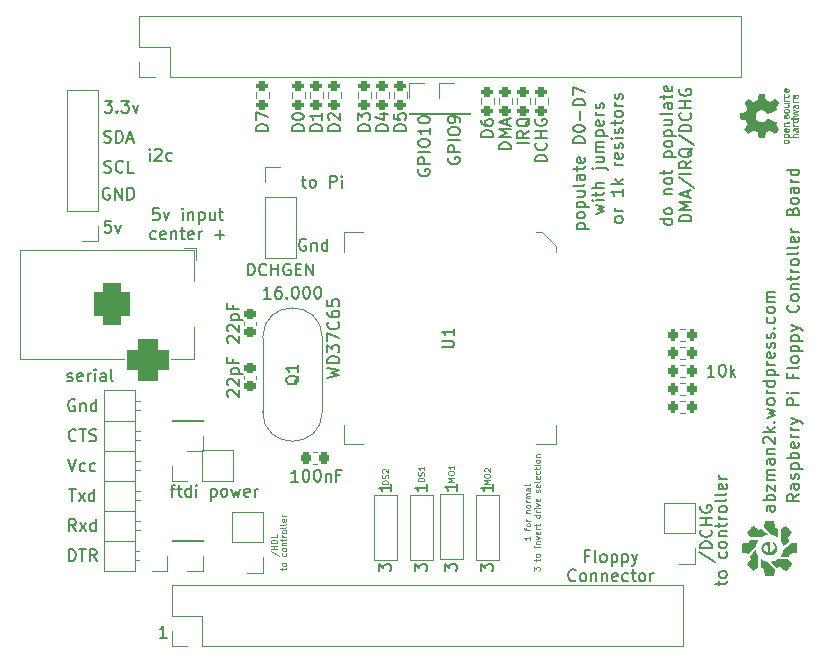
<source format=gto>
G04 #@! TF.GenerationSoftware,KiCad,Pcbnew,(6.0.0)*
G04 #@! TF.CreationDate,2022-08-18T21:55:53-04:00*
G04 #@! TF.ProjectId,WD37C65 pi hat,57443337-4336-4352-9070-69206861742e,rev?*
G04 #@! TF.SameCoordinates,Original*
G04 #@! TF.FileFunction,Legend,Top*
G04 #@! TF.FilePolarity,Positive*
%FSLAX46Y46*%
G04 Gerber Fmt 4.6, Leading zero omitted, Abs format (unit mm)*
G04 Created by KiCad (PCBNEW (6.0.0)) date 2022-08-18 21:55:53*
%MOMM*%
%LPD*%
G01*
G04 APERTURE LIST*
G04 Aperture macros list*
%AMRoundRect*
0 Rectangle with rounded corners*
0 $1 Rounding radius*
0 $2 $3 $4 $5 $6 $7 $8 $9 X,Y pos of 4 corners*
0 Add a 4 corners polygon primitive as box body*
4,1,4,$2,$3,$4,$5,$6,$7,$8,$9,$2,$3,0*
0 Add four circle primitives for the rounded corners*
1,1,$1+$1,$2,$3*
1,1,$1+$1,$4,$5*
1,1,$1+$1,$6,$7*
1,1,$1+$1,$8,$9*
0 Add four rect primitives between the rounded corners*
20,1,$1+$1,$2,$3,$4,$5,0*
20,1,$1+$1,$4,$5,$6,$7,0*
20,1,$1+$1,$6,$7,$8,$9,0*
20,1,$1+$1,$8,$9,$2,$3,0*%
%AMFreePoly0*
4,1,6,1.000000,0.000000,0.500000,-0.750000,-0.500000,-0.750000,-0.500000,0.750000,0.500000,0.750000,1.000000,0.000000,1.000000,0.000000,$1*%
G04 Aperture macros list end*
%ADD10C,0.150000*%
%ADD11C,0.050000*%
%ADD12C,0.120000*%
%ADD13C,0.100000*%
%ADD14RoundRect,0.200000X-0.275000X0.200000X-0.275000X-0.200000X0.275000X-0.200000X0.275000X0.200000X0*%
%ADD15R,1.700000X1.700000*%
%ADD16O,1.700000X1.700000*%
%ADD17RoundRect,0.225000X-0.250000X0.225000X-0.250000X-0.225000X0.250000X-0.225000X0.250000X0.225000X0*%
%ADD18RoundRect,0.200000X-0.200000X-0.275000X0.200000X-0.275000X0.200000X0.275000X-0.200000X0.275000X0*%
%ADD19R,1.925000X0.700000*%
%ADD20R,0.700000X1.925000*%
%ADD21R,1.500000X1.500000*%
%ADD22FreePoly0,270.000000*%
%ADD23FreePoly0,90.000000*%
%ADD24C,1.500000*%
%ADD25RoundRect,0.200000X0.200000X0.275000X-0.200000X0.275000X-0.200000X-0.275000X0.200000X-0.275000X0*%
%ADD26R,3.500000X3.500000*%
%ADD27RoundRect,0.750000X-0.750000X-1.000000X0.750000X-1.000000X0.750000X1.000000X-0.750000X1.000000X0*%
%ADD28RoundRect,0.875000X-0.875000X-0.875000X0.875000X-0.875000X0.875000X0.875000X-0.875000X0.875000X0*%
%ADD29RoundRect,0.225000X0.225000X0.250000X-0.225000X0.250000X-0.225000X-0.250000X0.225000X-0.250000X0*%
%ADD30C,2.700000*%
G04 APERTURE END LIST*
D10*
X78192380Y-156027380D02*
X77859047Y-155551190D01*
X77620952Y-156027380D02*
X77620952Y-155027380D01*
X78001904Y-155027380D01*
X78097142Y-155075000D01*
X78144761Y-155122619D01*
X78192380Y-155217857D01*
X78192380Y-155360714D01*
X78144761Y-155455952D01*
X78097142Y-155503571D01*
X78001904Y-155551190D01*
X77620952Y-155551190D01*
X78525714Y-156027380D02*
X79049523Y-155360714D01*
X78525714Y-155360714D02*
X79049523Y-156027380D01*
X79859047Y-156027380D02*
X79859047Y-155027380D01*
X79859047Y-155979761D02*
X79763809Y-156027380D01*
X79573333Y-156027380D01*
X79478095Y-155979761D01*
X79430476Y-155932142D01*
X79382857Y-155836904D01*
X79382857Y-155551190D01*
X79430476Y-155455952D01*
X79478095Y-155408333D01*
X79573333Y-155360714D01*
X79763809Y-155360714D01*
X79859047Y-155408333D01*
X106116380Y-122150095D02*
X105116380Y-122150095D01*
X105116380Y-121912000D01*
X105164000Y-121769142D01*
X105259238Y-121673904D01*
X105354476Y-121626285D01*
X105544952Y-121578666D01*
X105687809Y-121578666D01*
X105878285Y-121626285D01*
X105973523Y-121673904D01*
X106068761Y-121769142D01*
X106116380Y-121912000D01*
X106116380Y-122150095D01*
X105116380Y-120673904D02*
X105116380Y-121150095D01*
X105592571Y-121197714D01*
X105544952Y-121150095D01*
X105497333Y-121054857D01*
X105497333Y-120816761D01*
X105544952Y-120721523D01*
X105592571Y-120673904D01*
X105687809Y-120626285D01*
X105925904Y-120626285D01*
X106021142Y-120673904D01*
X106068761Y-120721523D01*
X106116380Y-120816761D01*
X106116380Y-121054857D01*
X106068761Y-121150095D01*
X106021142Y-121197714D01*
X78097142Y-144915000D02*
X78001904Y-144867380D01*
X77859047Y-144867380D01*
X77716190Y-144915000D01*
X77620952Y-145010238D01*
X77573333Y-145105476D01*
X77525714Y-145295952D01*
X77525714Y-145438809D01*
X77573333Y-145629285D01*
X77620952Y-145724523D01*
X77716190Y-145819761D01*
X77859047Y-145867380D01*
X77954285Y-145867380D01*
X78097142Y-145819761D01*
X78144761Y-145772142D01*
X78144761Y-145438809D01*
X77954285Y-145438809D01*
X78573333Y-145200714D02*
X78573333Y-145867380D01*
X78573333Y-145295952D02*
X78620952Y-145248333D01*
X78716190Y-145200714D01*
X78859047Y-145200714D01*
X78954285Y-145248333D01*
X79001904Y-145343571D01*
X79001904Y-145867380D01*
X79906666Y-145867380D02*
X79906666Y-144867380D01*
X79906666Y-145819761D02*
X79811428Y-145867380D01*
X79620952Y-145867380D01*
X79525714Y-145819761D01*
X79478095Y-145772142D01*
X79430476Y-145676904D01*
X79430476Y-145391190D01*
X79478095Y-145295952D01*
X79525714Y-145248333D01*
X79620952Y-145200714D01*
X79811428Y-145200714D01*
X79906666Y-145248333D01*
X118054380Y-124721714D02*
X117054380Y-124721714D01*
X117054380Y-124483619D01*
X117102000Y-124340761D01*
X117197238Y-124245523D01*
X117292476Y-124197904D01*
X117482952Y-124150285D01*
X117625809Y-124150285D01*
X117816285Y-124197904D01*
X117911523Y-124245523D01*
X118006761Y-124340761D01*
X118054380Y-124483619D01*
X118054380Y-124721714D01*
X117959142Y-123150285D02*
X118006761Y-123197904D01*
X118054380Y-123340761D01*
X118054380Y-123436000D01*
X118006761Y-123578857D01*
X117911523Y-123674095D01*
X117816285Y-123721714D01*
X117625809Y-123769333D01*
X117482952Y-123769333D01*
X117292476Y-123721714D01*
X117197238Y-123674095D01*
X117102000Y-123578857D01*
X117054380Y-123436000D01*
X117054380Y-123340761D01*
X117102000Y-123197904D01*
X117149619Y-123150285D01*
X118054380Y-122721714D02*
X117054380Y-122721714D01*
X117530571Y-122721714D02*
X117530571Y-122150285D01*
X118054380Y-122150285D02*
X117054380Y-122150285D01*
X117102000Y-121150285D02*
X117054380Y-121245523D01*
X117054380Y-121388380D01*
X117102000Y-121531238D01*
X117197238Y-121626476D01*
X117292476Y-121674095D01*
X117482952Y-121721714D01*
X117625809Y-121721714D01*
X117816285Y-121674095D01*
X117911523Y-121626476D01*
X118006761Y-121531238D01*
X118054380Y-121388380D01*
X118054380Y-121293142D01*
X118006761Y-121150285D01*
X117959142Y-121102666D01*
X117625809Y-121102666D01*
X117625809Y-121293142D01*
X128679380Y-129634571D02*
X127679380Y-129634571D01*
X128631761Y-129634571D02*
X128679380Y-129729809D01*
X128679380Y-129920285D01*
X128631761Y-130015523D01*
X128584142Y-130063142D01*
X128488904Y-130110761D01*
X128203190Y-130110761D01*
X128107952Y-130063142D01*
X128060333Y-130015523D01*
X128012714Y-129920285D01*
X128012714Y-129729809D01*
X128060333Y-129634571D01*
X128679380Y-129015523D02*
X128631761Y-129110761D01*
X128584142Y-129158380D01*
X128488904Y-129206000D01*
X128203190Y-129206000D01*
X128107952Y-129158380D01*
X128060333Y-129110761D01*
X128012714Y-129015523D01*
X128012714Y-128872666D01*
X128060333Y-128777428D01*
X128107952Y-128729809D01*
X128203190Y-128682190D01*
X128488904Y-128682190D01*
X128584142Y-128729809D01*
X128631761Y-128777428D01*
X128679380Y-128872666D01*
X128679380Y-129015523D01*
X128012714Y-127491714D02*
X128679380Y-127491714D01*
X128107952Y-127491714D02*
X128060333Y-127444095D01*
X128012714Y-127348857D01*
X128012714Y-127206000D01*
X128060333Y-127110761D01*
X128155571Y-127063142D01*
X128679380Y-127063142D01*
X128679380Y-126444095D02*
X128631761Y-126539333D01*
X128584142Y-126586952D01*
X128488904Y-126634571D01*
X128203190Y-126634571D01*
X128107952Y-126586952D01*
X128060333Y-126539333D01*
X128012714Y-126444095D01*
X128012714Y-126301238D01*
X128060333Y-126206000D01*
X128107952Y-126158380D01*
X128203190Y-126110761D01*
X128488904Y-126110761D01*
X128584142Y-126158380D01*
X128631761Y-126206000D01*
X128679380Y-126301238D01*
X128679380Y-126444095D01*
X128012714Y-125825047D02*
X128012714Y-125444095D01*
X127679380Y-125682190D02*
X128536523Y-125682190D01*
X128631761Y-125634571D01*
X128679380Y-125539333D01*
X128679380Y-125444095D01*
X128012714Y-124348857D02*
X129012714Y-124348857D01*
X128060333Y-124348857D02*
X128012714Y-124253619D01*
X128012714Y-124063142D01*
X128060333Y-123967904D01*
X128107952Y-123920285D01*
X128203190Y-123872666D01*
X128488904Y-123872666D01*
X128584142Y-123920285D01*
X128631761Y-123967904D01*
X128679380Y-124063142D01*
X128679380Y-124253619D01*
X128631761Y-124348857D01*
X128679380Y-123301238D02*
X128631761Y-123396476D01*
X128584142Y-123444095D01*
X128488904Y-123491714D01*
X128203190Y-123491714D01*
X128107952Y-123444095D01*
X128060333Y-123396476D01*
X128012714Y-123301238D01*
X128012714Y-123158380D01*
X128060333Y-123063142D01*
X128107952Y-123015523D01*
X128203190Y-122967904D01*
X128488904Y-122967904D01*
X128584142Y-123015523D01*
X128631761Y-123063142D01*
X128679380Y-123158380D01*
X128679380Y-123301238D01*
X128012714Y-122539333D02*
X129012714Y-122539333D01*
X128060333Y-122539333D02*
X128012714Y-122444095D01*
X128012714Y-122253619D01*
X128060333Y-122158380D01*
X128107952Y-122110761D01*
X128203190Y-122063142D01*
X128488904Y-122063142D01*
X128584142Y-122110761D01*
X128631761Y-122158380D01*
X128679380Y-122253619D01*
X128679380Y-122444095D01*
X128631761Y-122539333D01*
X128012714Y-121206000D02*
X128679380Y-121206000D01*
X128012714Y-121634571D02*
X128536523Y-121634571D01*
X128631761Y-121586952D01*
X128679380Y-121491714D01*
X128679380Y-121348857D01*
X128631761Y-121253619D01*
X128584142Y-121206000D01*
X128679380Y-120586952D02*
X128631761Y-120682190D01*
X128536523Y-120729809D01*
X127679380Y-120729809D01*
X128679380Y-119777428D02*
X128155571Y-119777428D01*
X128060333Y-119825047D01*
X128012714Y-119920285D01*
X128012714Y-120110761D01*
X128060333Y-120206000D01*
X128631761Y-119777428D02*
X128679380Y-119872666D01*
X128679380Y-120110761D01*
X128631761Y-120206000D01*
X128536523Y-120253619D01*
X128441285Y-120253619D01*
X128346047Y-120206000D01*
X128298428Y-120110761D01*
X128298428Y-119872666D01*
X128250809Y-119777428D01*
X128012714Y-119444095D02*
X128012714Y-119063142D01*
X127679380Y-119301238D02*
X128536523Y-119301238D01*
X128631761Y-119253619D01*
X128679380Y-119158380D01*
X128679380Y-119063142D01*
X128631761Y-118348857D02*
X128679380Y-118444095D01*
X128679380Y-118634571D01*
X128631761Y-118729809D01*
X128536523Y-118777428D01*
X128155571Y-118777428D01*
X128060333Y-118729809D01*
X128012714Y-118634571D01*
X128012714Y-118444095D01*
X128060333Y-118348857D01*
X128155571Y-118301238D01*
X128250809Y-118301238D01*
X128346047Y-118777428D01*
X130289380Y-129801238D02*
X129289380Y-129801238D01*
X129289380Y-129563142D01*
X129337000Y-129420285D01*
X129432238Y-129325047D01*
X129527476Y-129277428D01*
X129717952Y-129229809D01*
X129860809Y-129229809D01*
X130051285Y-129277428D01*
X130146523Y-129325047D01*
X130241761Y-129420285D01*
X130289380Y-129563142D01*
X130289380Y-129801238D01*
X130289380Y-128801238D02*
X129289380Y-128801238D01*
X130003666Y-128467904D01*
X129289380Y-128134571D01*
X130289380Y-128134571D01*
X130003666Y-127706000D02*
X130003666Y-127229809D01*
X130289380Y-127801238D02*
X129289380Y-127467904D01*
X130289380Y-127134571D01*
X129241761Y-126086952D02*
X130527476Y-126944095D01*
X130289380Y-125753619D02*
X129289380Y-125753619D01*
X130289380Y-124706000D02*
X129813190Y-125039333D01*
X130289380Y-125277428D02*
X129289380Y-125277428D01*
X129289380Y-124896476D01*
X129337000Y-124801238D01*
X129384619Y-124753619D01*
X129479857Y-124706000D01*
X129622714Y-124706000D01*
X129717952Y-124753619D01*
X129765571Y-124801238D01*
X129813190Y-124896476D01*
X129813190Y-125277428D01*
X130384619Y-123610761D02*
X130337000Y-123706000D01*
X130241761Y-123801238D01*
X130098904Y-123944095D01*
X130051285Y-124039333D01*
X130051285Y-124134571D01*
X130289380Y-124086952D02*
X130241761Y-124182190D01*
X130146523Y-124277428D01*
X129956047Y-124325047D01*
X129622714Y-124325047D01*
X129432238Y-124277428D01*
X129337000Y-124182190D01*
X129289380Y-124086952D01*
X129289380Y-123896476D01*
X129337000Y-123801238D01*
X129432238Y-123706000D01*
X129622714Y-123658380D01*
X129956047Y-123658380D01*
X130146523Y-123706000D01*
X130241761Y-123801238D01*
X130289380Y-123896476D01*
X130289380Y-124086952D01*
X129241761Y-122515523D02*
X130527476Y-123372666D01*
X130289380Y-122182190D02*
X129289380Y-122182190D01*
X129289380Y-121944095D01*
X129337000Y-121801238D01*
X129432238Y-121706000D01*
X129527476Y-121658380D01*
X129717952Y-121610761D01*
X129860809Y-121610761D01*
X130051285Y-121658380D01*
X130146523Y-121706000D01*
X130241761Y-121801238D01*
X130289380Y-121944095D01*
X130289380Y-122182190D01*
X130194142Y-120610761D02*
X130241761Y-120658380D01*
X130289380Y-120801238D01*
X130289380Y-120896476D01*
X130241761Y-121039333D01*
X130146523Y-121134571D01*
X130051285Y-121182190D01*
X129860809Y-121229809D01*
X129717952Y-121229809D01*
X129527476Y-121182190D01*
X129432238Y-121134571D01*
X129337000Y-121039333D01*
X129289380Y-120896476D01*
X129289380Y-120801238D01*
X129337000Y-120658380D01*
X129384619Y-120610761D01*
X130289380Y-120182190D02*
X129289380Y-120182190D01*
X129765571Y-120182190D02*
X129765571Y-119610761D01*
X130289380Y-119610761D02*
X129289380Y-119610761D01*
X129337000Y-118610761D02*
X129289380Y-118706000D01*
X129289380Y-118848857D01*
X129337000Y-118991714D01*
X129432238Y-119086952D01*
X129527476Y-119134571D01*
X129717952Y-119182190D01*
X129860809Y-119182190D01*
X130051285Y-119134571D01*
X130146523Y-119086952D01*
X130241761Y-118991714D01*
X130289380Y-118848857D01*
X130289380Y-118753619D01*
X130241761Y-118610761D01*
X130194142Y-118563142D01*
X129860809Y-118563142D01*
X129860809Y-118753619D01*
X100528380Y-122150095D02*
X99528380Y-122150095D01*
X99528380Y-121912000D01*
X99576000Y-121769142D01*
X99671238Y-121673904D01*
X99766476Y-121626285D01*
X99956952Y-121578666D01*
X100099809Y-121578666D01*
X100290285Y-121626285D01*
X100385523Y-121673904D01*
X100480761Y-121769142D01*
X100528380Y-121912000D01*
X100528380Y-122150095D01*
X99623619Y-121197714D02*
X99576000Y-121150095D01*
X99528380Y-121054857D01*
X99528380Y-120816761D01*
X99576000Y-120721523D01*
X99623619Y-120673904D01*
X99718857Y-120626285D01*
X99814095Y-120626285D01*
X99956952Y-120673904D01*
X100528380Y-121245333D01*
X100528380Y-120626285D01*
X99004380Y-122150095D02*
X98004380Y-122150095D01*
X98004380Y-121912000D01*
X98052000Y-121769142D01*
X98147238Y-121673904D01*
X98242476Y-121626285D01*
X98432952Y-121578666D01*
X98575809Y-121578666D01*
X98766285Y-121626285D01*
X98861523Y-121673904D01*
X98956761Y-121769142D01*
X99004380Y-121912000D01*
X99004380Y-122150095D01*
X99004380Y-120626285D02*
X99004380Y-121197714D01*
X99004380Y-120912000D02*
X98004380Y-120912000D01*
X98147238Y-121007238D01*
X98242476Y-121102476D01*
X98290095Y-121197714D01*
X97480380Y-122150095D02*
X96480380Y-122150095D01*
X96480380Y-121912000D01*
X96528000Y-121769142D01*
X96623238Y-121673904D01*
X96718476Y-121626285D01*
X96908952Y-121578666D01*
X97051809Y-121578666D01*
X97242285Y-121626285D01*
X97337523Y-121673904D01*
X97432761Y-121769142D01*
X97480380Y-121912000D01*
X97480380Y-122150095D01*
X96480380Y-120959619D02*
X96480380Y-120864380D01*
X96528000Y-120769142D01*
X96575619Y-120721523D01*
X96670857Y-120673904D01*
X96861333Y-120626285D01*
X97099428Y-120626285D01*
X97289904Y-120673904D01*
X97385142Y-120721523D01*
X97432761Y-120769142D01*
X97480380Y-120864380D01*
X97480380Y-120959619D01*
X97432761Y-121054857D01*
X97385142Y-121102476D01*
X97289904Y-121150095D01*
X97099428Y-121197714D01*
X96861333Y-121197714D01*
X96670857Y-121150095D01*
X96575619Y-121102476D01*
X96528000Y-121054857D01*
X96480380Y-120959619D01*
X78192380Y-148312142D02*
X78144761Y-148359761D01*
X78001904Y-148407380D01*
X77906666Y-148407380D01*
X77763809Y-148359761D01*
X77668571Y-148264523D01*
X77620952Y-148169285D01*
X77573333Y-147978809D01*
X77573333Y-147835952D01*
X77620952Y-147645476D01*
X77668571Y-147550238D01*
X77763809Y-147455000D01*
X77906666Y-147407380D01*
X78001904Y-147407380D01*
X78144761Y-147455000D01*
X78192380Y-147502619D01*
X78478095Y-147407380D02*
X79049523Y-147407380D01*
X78763809Y-148407380D02*
X78763809Y-147407380D01*
X79335238Y-148359761D02*
X79478095Y-148407380D01*
X79716190Y-148407380D01*
X79811428Y-148359761D01*
X79859047Y-148312142D01*
X79906666Y-148216904D01*
X79906666Y-148121666D01*
X79859047Y-148026428D01*
X79811428Y-147978809D01*
X79716190Y-147931190D01*
X79525714Y-147883571D01*
X79430476Y-147835952D01*
X79382857Y-147788333D01*
X79335238Y-147693095D01*
X79335238Y-147597857D01*
X79382857Y-147502619D01*
X79430476Y-147455000D01*
X79525714Y-147407380D01*
X79763809Y-147407380D01*
X79906666Y-147455000D01*
X81137142Y-129754380D02*
X80660952Y-129754380D01*
X80613333Y-130230571D01*
X80660952Y-130182952D01*
X80756190Y-130135333D01*
X80994285Y-130135333D01*
X81089523Y-130182952D01*
X81137142Y-130230571D01*
X81184761Y-130325809D01*
X81184761Y-130563904D01*
X81137142Y-130659142D01*
X81089523Y-130706761D01*
X80994285Y-130754380D01*
X80756190Y-130754380D01*
X80660952Y-130706761D01*
X80613333Y-130659142D01*
X81518095Y-130087714D02*
X81756190Y-130754380D01*
X81994285Y-130087714D01*
X113482380Y-122658095D02*
X112482380Y-122658095D01*
X112482380Y-122420000D01*
X112530000Y-122277142D01*
X112625238Y-122181904D01*
X112720476Y-122134285D01*
X112910952Y-122086666D01*
X113053809Y-122086666D01*
X113244285Y-122134285D01*
X113339523Y-122181904D01*
X113434761Y-122277142D01*
X113482380Y-122420000D01*
X113482380Y-122658095D01*
X112482380Y-121229523D02*
X112482380Y-121420000D01*
X112530000Y-121515238D01*
X112577619Y-121562857D01*
X112720476Y-121658095D01*
X112910952Y-121705714D01*
X113291904Y-121705714D01*
X113387142Y-121658095D01*
X113434761Y-121610476D01*
X113482380Y-121515238D01*
X113482380Y-121324761D01*
X113434761Y-121229523D01*
X113387142Y-121181904D01*
X113291904Y-121134285D01*
X113053809Y-121134285D01*
X112958571Y-121181904D01*
X112910952Y-121229523D01*
X112863333Y-121324761D01*
X112863333Y-121515238D01*
X112910952Y-121610476D01*
X112958571Y-121658095D01*
X113053809Y-121705714D01*
X94432380Y-122150095D02*
X93432380Y-122150095D01*
X93432380Y-121912000D01*
X93480000Y-121769142D01*
X93575238Y-121673904D01*
X93670476Y-121626285D01*
X93860952Y-121578666D01*
X94003809Y-121578666D01*
X94194285Y-121626285D01*
X94289523Y-121673904D01*
X94384761Y-121769142D01*
X94432380Y-121912000D01*
X94432380Y-122150095D01*
X93432380Y-121245333D02*
X93432380Y-120578666D01*
X94432380Y-121007238D01*
X85225238Y-128695380D02*
X84749047Y-128695380D01*
X84701428Y-129171571D01*
X84749047Y-129123952D01*
X84844285Y-129076333D01*
X85082380Y-129076333D01*
X85177619Y-129123952D01*
X85225238Y-129171571D01*
X85272857Y-129266809D01*
X85272857Y-129504904D01*
X85225238Y-129600142D01*
X85177619Y-129647761D01*
X85082380Y-129695380D01*
X84844285Y-129695380D01*
X84749047Y-129647761D01*
X84701428Y-129600142D01*
X85606190Y-129028714D02*
X85844285Y-129695380D01*
X86082380Y-129028714D01*
X87225238Y-129695380D02*
X87225238Y-129028714D01*
X87225238Y-128695380D02*
X87177619Y-128743000D01*
X87225238Y-128790619D01*
X87272857Y-128743000D01*
X87225238Y-128695380D01*
X87225238Y-128790619D01*
X87701428Y-129028714D02*
X87701428Y-129695380D01*
X87701428Y-129123952D02*
X87749047Y-129076333D01*
X87844285Y-129028714D01*
X87987142Y-129028714D01*
X88082380Y-129076333D01*
X88130000Y-129171571D01*
X88130000Y-129695380D01*
X88606190Y-129028714D02*
X88606190Y-130028714D01*
X88606190Y-129076333D02*
X88701428Y-129028714D01*
X88891904Y-129028714D01*
X88987142Y-129076333D01*
X89034761Y-129123952D01*
X89082380Y-129219190D01*
X89082380Y-129504904D01*
X89034761Y-129600142D01*
X88987142Y-129647761D01*
X88891904Y-129695380D01*
X88701428Y-129695380D01*
X88606190Y-129647761D01*
X89939523Y-129028714D02*
X89939523Y-129695380D01*
X89510952Y-129028714D02*
X89510952Y-129552523D01*
X89558571Y-129647761D01*
X89653809Y-129695380D01*
X89796666Y-129695380D01*
X89891904Y-129647761D01*
X89939523Y-129600142D01*
X90272857Y-129028714D02*
X90653809Y-129028714D01*
X90415714Y-128695380D02*
X90415714Y-129552523D01*
X90463333Y-129647761D01*
X90558571Y-129695380D01*
X90653809Y-129695380D01*
X84963333Y-131257761D02*
X84868095Y-131305380D01*
X84677619Y-131305380D01*
X84582380Y-131257761D01*
X84534761Y-131210142D01*
X84487142Y-131114904D01*
X84487142Y-130829190D01*
X84534761Y-130733952D01*
X84582380Y-130686333D01*
X84677619Y-130638714D01*
X84868095Y-130638714D01*
X84963333Y-130686333D01*
X85772857Y-131257761D02*
X85677619Y-131305380D01*
X85487142Y-131305380D01*
X85391904Y-131257761D01*
X85344285Y-131162523D01*
X85344285Y-130781571D01*
X85391904Y-130686333D01*
X85487142Y-130638714D01*
X85677619Y-130638714D01*
X85772857Y-130686333D01*
X85820476Y-130781571D01*
X85820476Y-130876809D01*
X85344285Y-130972047D01*
X86249047Y-130638714D02*
X86249047Y-131305380D01*
X86249047Y-130733952D02*
X86296666Y-130686333D01*
X86391904Y-130638714D01*
X86534761Y-130638714D01*
X86630000Y-130686333D01*
X86677619Y-130781571D01*
X86677619Y-131305380D01*
X87010952Y-130638714D02*
X87391904Y-130638714D01*
X87153809Y-130305380D02*
X87153809Y-131162523D01*
X87201428Y-131257761D01*
X87296666Y-131305380D01*
X87391904Y-131305380D01*
X88106190Y-131257761D02*
X88010952Y-131305380D01*
X87820476Y-131305380D01*
X87725238Y-131257761D01*
X87677619Y-131162523D01*
X87677619Y-130781571D01*
X87725238Y-130686333D01*
X87820476Y-130638714D01*
X88010952Y-130638714D01*
X88106190Y-130686333D01*
X88153809Y-130781571D01*
X88153809Y-130876809D01*
X87677619Y-130972047D01*
X88582380Y-131305380D02*
X88582380Y-130638714D01*
X88582380Y-130829190D02*
X88630000Y-130733952D01*
X88677619Y-130686333D01*
X88772857Y-130638714D01*
X88868095Y-130638714D01*
X89963333Y-130924428D02*
X90725238Y-130924428D01*
X90344285Y-131305380D02*
X90344285Y-130543476D01*
X80613428Y-119594380D02*
X81232476Y-119594380D01*
X80899142Y-119975333D01*
X81042000Y-119975333D01*
X81137238Y-120022952D01*
X81184857Y-120070571D01*
X81232476Y-120165809D01*
X81232476Y-120403904D01*
X81184857Y-120499142D01*
X81137238Y-120546761D01*
X81042000Y-120594380D01*
X80756285Y-120594380D01*
X80661047Y-120546761D01*
X80613428Y-120499142D01*
X81661047Y-120499142D02*
X81708666Y-120546761D01*
X81661047Y-120594380D01*
X81613428Y-120546761D01*
X81661047Y-120499142D01*
X81661047Y-120594380D01*
X82042000Y-119594380D02*
X82661047Y-119594380D01*
X82327714Y-119975333D01*
X82470571Y-119975333D01*
X82565809Y-120022952D01*
X82613428Y-120070571D01*
X82661047Y-120165809D01*
X82661047Y-120403904D01*
X82613428Y-120499142D01*
X82565809Y-120546761D01*
X82470571Y-120594380D01*
X82184857Y-120594380D01*
X82089619Y-120546761D01*
X82042000Y-120499142D01*
X82994380Y-119927714D02*
X83232476Y-120594380D01*
X83470571Y-119927714D01*
X97655142Y-131326000D02*
X97559904Y-131278380D01*
X97417047Y-131278380D01*
X97274190Y-131326000D01*
X97178952Y-131421238D01*
X97131333Y-131516476D01*
X97083714Y-131706952D01*
X97083714Y-131849809D01*
X97131333Y-132040285D01*
X97178952Y-132135523D01*
X97274190Y-132230761D01*
X97417047Y-132278380D01*
X97512285Y-132278380D01*
X97655142Y-132230761D01*
X97702761Y-132183142D01*
X97702761Y-131849809D01*
X97512285Y-131849809D01*
X98131333Y-131611714D02*
X98131333Y-132278380D01*
X98131333Y-131706952D02*
X98178952Y-131659333D01*
X98274190Y-131611714D01*
X98417047Y-131611714D01*
X98512285Y-131659333D01*
X98559904Y-131754571D01*
X98559904Y-132278380D01*
X99464666Y-132278380D02*
X99464666Y-131278380D01*
X99464666Y-132230761D02*
X99369428Y-132278380D01*
X99178952Y-132278380D01*
X99083714Y-132230761D01*
X99036095Y-132183142D01*
X98988476Y-132087904D01*
X98988476Y-131802190D01*
X99036095Y-131706952D01*
X99083714Y-131659333D01*
X99178952Y-131611714D01*
X99369428Y-131611714D01*
X99464666Y-131659333D01*
X97298095Y-126277714D02*
X97679047Y-126277714D01*
X97440952Y-125944380D02*
X97440952Y-126801523D01*
X97488571Y-126896761D01*
X97583809Y-126944380D01*
X97679047Y-126944380D01*
X98155238Y-126944380D02*
X98060000Y-126896761D01*
X98012380Y-126849142D01*
X97964761Y-126753904D01*
X97964761Y-126468190D01*
X98012380Y-126372952D01*
X98060000Y-126325333D01*
X98155238Y-126277714D01*
X98298095Y-126277714D01*
X98393333Y-126325333D01*
X98440952Y-126372952D01*
X98488571Y-126468190D01*
X98488571Y-126753904D01*
X98440952Y-126849142D01*
X98393333Y-126896761D01*
X98298095Y-126944380D01*
X98155238Y-126944380D01*
X99679047Y-126944380D02*
X99679047Y-125944380D01*
X100060000Y-125944380D01*
X100155238Y-125992000D01*
X100202857Y-126039619D01*
X100250476Y-126134857D01*
X100250476Y-126277714D01*
X100202857Y-126372952D01*
X100155238Y-126420571D01*
X100060000Y-126468190D01*
X99679047Y-126468190D01*
X100679047Y-126944380D02*
X100679047Y-126277714D01*
X100679047Y-125944380D02*
X100631428Y-125992000D01*
X100679047Y-126039619D01*
X100726666Y-125992000D01*
X100679047Y-125944380D01*
X100679047Y-126039619D01*
X85883714Y-165044380D02*
X85312285Y-165044380D01*
X85598000Y-165044380D02*
X85598000Y-164044380D01*
X85502761Y-164187238D01*
X85407523Y-164282476D01*
X85312285Y-164330095D01*
X77549523Y-149947380D02*
X77882857Y-150947380D01*
X78216190Y-149947380D01*
X78978095Y-150899761D02*
X78882857Y-150947380D01*
X78692380Y-150947380D01*
X78597142Y-150899761D01*
X78549523Y-150852142D01*
X78501904Y-150756904D01*
X78501904Y-150471190D01*
X78549523Y-150375952D01*
X78597142Y-150328333D01*
X78692380Y-150280714D01*
X78882857Y-150280714D01*
X78978095Y-150328333D01*
X79835238Y-150899761D02*
X79740000Y-150947380D01*
X79549523Y-150947380D01*
X79454285Y-150899761D01*
X79406666Y-150852142D01*
X79359047Y-150756904D01*
X79359047Y-150471190D01*
X79406666Y-150375952D01*
X79454285Y-150328333D01*
X79549523Y-150280714D01*
X79740000Y-150280714D01*
X79835238Y-150328333D01*
X121586857Y-158127571D02*
X121253523Y-158127571D01*
X121253523Y-158651380D02*
X121253523Y-157651380D01*
X121729714Y-157651380D01*
X122253523Y-158651380D02*
X122158285Y-158603761D01*
X122110666Y-158508523D01*
X122110666Y-157651380D01*
X122777333Y-158651380D02*
X122682095Y-158603761D01*
X122634476Y-158556142D01*
X122586857Y-158460904D01*
X122586857Y-158175190D01*
X122634476Y-158079952D01*
X122682095Y-158032333D01*
X122777333Y-157984714D01*
X122920190Y-157984714D01*
X123015428Y-158032333D01*
X123063047Y-158079952D01*
X123110666Y-158175190D01*
X123110666Y-158460904D01*
X123063047Y-158556142D01*
X123015428Y-158603761D01*
X122920190Y-158651380D01*
X122777333Y-158651380D01*
X123539238Y-157984714D02*
X123539238Y-158984714D01*
X123539238Y-158032333D02*
X123634476Y-157984714D01*
X123824952Y-157984714D01*
X123920190Y-158032333D01*
X123967809Y-158079952D01*
X124015428Y-158175190D01*
X124015428Y-158460904D01*
X123967809Y-158556142D01*
X123920190Y-158603761D01*
X123824952Y-158651380D01*
X123634476Y-158651380D01*
X123539238Y-158603761D01*
X124444000Y-157984714D02*
X124444000Y-158984714D01*
X124444000Y-158032333D02*
X124539238Y-157984714D01*
X124729714Y-157984714D01*
X124824952Y-158032333D01*
X124872571Y-158079952D01*
X124920190Y-158175190D01*
X124920190Y-158460904D01*
X124872571Y-158556142D01*
X124824952Y-158603761D01*
X124729714Y-158651380D01*
X124539238Y-158651380D01*
X124444000Y-158603761D01*
X125253523Y-157984714D02*
X125491619Y-158651380D01*
X125729714Y-157984714D02*
X125491619Y-158651380D01*
X125396380Y-158889476D01*
X125348761Y-158937095D01*
X125253523Y-158984714D01*
X120491619Y-160166142D02*
X120444000Y-160213761D01*
X120301142Y-160261380D01*
X120205904Y-160261380D01*
X120063047Y-160213761D01*
X119967809Y-160118523D01*
X119920190Y-160023285D01*
X119872571Y-159832809D01*
X119872571Y-159689952D01*
X119920190Y-159499476D01*
X119967809Y-159404238D01*
X120063047Y-159309000D01*
X120205904Y-159261380D01*
X120301142Y-159261380D01*
X120444000Y-159309000D01*
X120491619Y-159356619D01*
X121063047Y-160261380D02*
X120967809Y-160213761D01*
X120920190Y-160166142D01*
X120872571Y-160070904D01*
X120872571Y-159785190D01*
X120920190Y-159689952D01*
X120967809Y-159642333D01*
X121063047Y-159594714D01*
X121205904Y-159594714D01*
X121301142Y-159642333D01*
X121348761Y-159689952D01*
X121396380Y-159785190D01*
X121396380Y-160070904D01*
X121348761Y-160166142D01*
X121301142Y-160213761D01*
X121205904Y-160261380D01*
X121063047Y-160261380D01*
X121824952Y-159594714D02*
X121824952Y-160261380D01*
X121824952Y-159689952D02*
X121872571Y-159642333D01*
X121967809Y-159594714D01*
X122110666Y-159594714D01*
X122205904Y-159642333D01*
X122253523Y-159737571D01*
X122253523Y-160261380D01*
X122729714Y-159594714D02*
X122729714Y-160261380D01*
X122729714Y-159689952D02*
X122777333Y-159642333D01*
X122872571Y-159594714D01*
X123015428Y-159594714D01*
X123110666Y-159642333D01*
X123158285Y-159737571D01*
X123158285Y-160261380D01*
X124015428Y-160213761D02*
X123920190Y-160261380D01*
X123729714Y-160261380D01*
X123634476Y-160213761D01*
X123586857Y-160118523D01*
X123586857Y-159737571D01*
X123634476Y-159642333D01*
X123729714Y-159594714D01*
X123920190Y-159594714D01*
X124015428Y-159642333D01*
X124063047Y-159737571D01*
X124063047Y-159832809D01*
X123586857Y-159928047D01*
X124920190Y-160213761D02*
X124824952Y-160261380D01*
X124634476Y-160261380D01*
X124539238Y-160213761D01*
X124491619Y-160166142D01*
X124444000Y-160070904D01*
X124444000Y-159785190D01*
X124491619Y-159689952D01*
X124539238Y-159642333D01*
X124634476Y-159594714D01*
X124824952Y-159594714D01*
X124920190Y-159642333D01*
X125205904Y-159594714D02*
X125586857Y-159594714D01*
X125348761Y-159261380D02*
X125348761Y-160118523D01*
X125396380Y-160213761D01*
X125491619Y-160261380D01*
X125586857Y-160261380D01*
X126063047Y-160261380D02*
X125967809Y-160213761D01*
X125920190Y-160166142D01*
X125872571Y-160070904D01*
X125872571Y-159785190D01*
X125920190Y-159689952D01*
X125967809Y-159642333D01*
X126063047Y-159594714D01*
X126205904Y-159594714D01*
X126301142Y-159642333D01*
X126348761Y-159689952D01*
X126396380Y-159785190D01*
X126396380Y-160070904D01*
X126348761Y-160166142D01*
X126301142Y-160213761D01*
X126205904Y-160261380D01*
X126063047Y-160261380D01*
X126824952Y-160261380D02*
X126824952Y-159594714D01*
X126824952Y-159785190D02*
X126872571Y-159689952D01*
X126920190Y-159642333D01*
X127015428Y-159594714D01*
X127110666Y-159594714D01*
X80573714Y-123086761D02*
X80716571Y-123134380D01*
X80954666Y-123134380D01*
X81049904Y-123086761D01*
X81097523Y-123039142D01*
X81145142Y-122943904D01*
X81145142Y-122848666D01*
X81097523Y-122753428D01*
X81049904Y-122705809D01*
X80954666Y-122658190D01*
X80764190Y-122610571D01*
X80668952Y-122562952D01*
X80621333Y-122515333D01*
X80573714Y-122420095D01*
X80573714Y-122324857D01*
X80621333Y-122229619D01*
X80668952Y-122182000D01*
X80764190Y-122134380D01*
X81002285Y-122134380D01*
X81145142Y-122182000D01*
X81573714Y-123134380D02*
X81573714Y-122134380D01*
X81811809Y-122134380D01*
X81954666Y-122182000D01*
X82049904Y-122277238D01*
X82097523Y-122372476D01*
X82145142Y-122562952D01*
X82145142Y-122705809D01*
X82097523Y-122896285D01*
X82049904Y-122991523D01*
X81954666Y-123086761D01*
X81811809Y-123134380D01*
X81573714Y-123134380D01*
X82526095Y-122848666D02*
X83002285Y-122848666D01*
X82430857Y-123134380D02*
X82764190Y-122134380D01*
X83097523Y-123134380D01*
D11*
X116663690Y-156491523D02*
X116663690Y-156777238D01*
X116663690Y-156634380D02*
X116163690Y-156634380D01*
X116235119Y-156682000D01*
X116282738Y-156729619D01*
X116306547Y-156777238D01*
X116330357Y-155967714D02*
X116330357Y-155777238D01*
X116663690Y-155896285D02*
X116235119Y-155896285D01*
X116187500Y-155872476D01*
X116163690Y-155824857D01*
X116163690Y-155777238D01*
X116663690Y-155539142D02*
X116639880Y-155586761D01*
X116616071Y-155610571D01*
X116568452Y-155634380D01*
X116425595Y-155634380D01*
X116377976Y-155610571D01*
X116354166Y-155586761D01*
X116330357Y-155539142D01*
X116330357Y-155467714D01*
X116354166Y-155420095D01*
X116377976Y-155396285D01*
X116425595Y-155372476D01*
X116568452Y-155372476D01*
X116616071Y-155396285D01*
X116639880Y-155420095D01*
X116663690Y-155467714D01*
X116663690Y-155539142D01*
X116663690Y-155158190D02*
X116330357Y-155158190D01*
X116425595Y-155158190D02*
X116377976Y-155134380D01*
X116354166Y-155110571D01*
X116330357Y-155062952D01*
X116330357Y-155015333D01*
X116330357Y-154467714D02*
X116663690Y-154467714D01*
X116377976Y-154467714D02*
X116354166Y-154443904D01*
X116330357Y-154396285D01*
X116330357Y-154324857D01*
X116354166Y-154277238D01*
X116401785Y-154253428D01*
X116663690Y-154253428D01*
X116663690Y-153943904D02*
X116639880Y-153991523D01*
X116616071Y-154015333D01*
X116568452Y-154039142D01*
X116425595Y-154039142D01*
X116377976Y-154015333D01*
X116354166Y-153991523D01*
X116330357Y-153943904D01*
X116330357Y-153872476D01*
X116354166Y-153824857D01*
X116377976Y-153801047D01*
X116425595Y-153777238D01*
X116568452Y-153777238D01*
X116616071Y-153801047D01*
X116639880Y-153824857D01*
X116663690Y-153872476D01*
X116663690Y-153943904D01*
X116663690Y-153562952D02*
X116330357Y-153562952D01*
X116425595Y-153562952D02*
X116377976Y-153539142D01*
X116354166Y-153515333D01*
X116330357Y-153467714D01*
X116330357Y-153420095D01*
X116663690Y-153253428D02*
X116330357Y-153253428D01*
X116377976Y-153253428D02*
X116354166Y-153229619D01*
X116330357Y-153182000D01*
X116330357Y-153110571D01*
X116354166Y-153062952D01*
X116401785Y-153039142D01*
X116663690Y-153039142D01*
X116401785Y-153039142D02*
X116354166Y-153015333D01*
X116330357Y-152967714D01*
X116330357Y-152896285D01*
X116354166Y-152848666D01*
X116401785Y-152824857D01*
X116663690Y-152824857D01*
X116663690Y-152372476D02*
X116401785Y-152372476D01*
X116354166Y-152396285D01*
X116330357Y-152443904D01*
X116330357Y-152539142D01*
X116354166Y-152586761D01*
X116639880Y-152372476D02*
X116663690Y-152420095D01*
X116663690Y-152539142D01*
X116639880Y-152586761D01*
X116592261Y-152610571D01*
X116544642Y-152610571D01*
X116497023Y-152586761D01*
X116473214Y-152539142D01*
X116473214Y-152420095D01*
X116449404Y-152372476D01*
X116663690Y-152062952D02*
X116639880Y-152110571D01*
X116592261Y-152134380D01*
X116163690Y-152134380D01*
X116968690Y-159372476D02*
X116968690Y-159062952D01*
X117159166Y-159229619D01*
X117159166Y-159158190D01*
X117182976Y-159110571D01*
X117206785Y-159086761D01*
X117254404Y-159062952D01*
X117373452Y-159062952D01*
X117421071Y-159086761D01*
X117444880Y-159110571D01*
X117468690Y-159158190D01*
X117468690Y-159301047D01*
X117444880Y-159348666D01*
X117421071Y-159372476D01*
X117135357Y-158539142D02*
X117135357Y-158348666D01*
X116968690Y-158467714D02*
X117397261Y-158467714D01*
X117444880Y-158443904D01*
X117468690Y-158396285D01*
X117468690Y-158348666D01*
X117468690Y-158110571D02*
X117444880Y-158158190D01*
X117421071Y-158182000D01*
X117373452Y-158205809D01*
X117230595Y-158205809D01*
X117182976Y-158182000D01*
X117159166Y-158158190D01*
X117135357Y-158110571D01*
X117135357Y-158039142D01*
X117159166Y-157991523D01*
X117182976Y-157967714D01*
X117230595Y-157943904D01*
X117373452Y-157943904D01*
X117421071Y-157967714D01*
X117444880Y-157991523D01*
X117468690Y-158039142D01*
X117468690Y-158110571D01*
X117468690Y-157348666D02*
X117135357Y-157348666D01*
X116968690Y-157348666D02*
X116992500Y-157372476D01*
X117016309Y-157348666D01*
X116992500Y-157324857D01*
X116968690Y-157348666D01*
X117016309Y-157348666D01*
X117135357Y-157110571D02*
X117468690Y-157110571D01*
X117182976Y-157110571D02*
X117159166Y-157086761D01*
X117135357Y-157039142D01*
X117135357Y-156967714D01*
X117159166Y-156920095D01*
X117206785Y-156896285D01*
X117468690Y-156896285D01*
X117135357Y-156705809D02*
X117468690Y-156586761D01*
X117135357Y-156467714D01*
X117444880Y-156086761D02*
X117468690Y-156134380D01*
X117468690Y-156229619D01*
X117444880Y-156277238D01*
X117397261Y-156301047D01*
X117206785Y-156301047D01*
X117159166Y-156277238D01*
X117135357Y-156229619D01*
X117135357Y-156134380D01*
X117159166Y-156086761D01*
X117206785Y-156062952D01*
X117254404Y-156062952D01*
X117302023Y-156301047D01*
X117468690Y-155848666D02*
X117135357Y-155848666D01*
X117230595Y-155848666D02*
X117182976Y-155824857D01*
X117159166Y-155801047D01*
X117135357Y-155753428D01*
X117135357Y-155705809D01*
X117135357Y-155610571D02*
X117135357Y-155420095D01*
X116968690Y-155539142D02*
X117397261Y-155539142D01*
X117444880Y-155515333D01*
X117468690Y-155467714D01*
X117468690Y-155420095D01*
X117468690Y-154658190D02*
X116968690Y-154658190D01*
X117444880Y-154658190D02*
X117468690Y-154705809D01*
X117468690Y-154801047D01*
X117444880Y-154848666D01*
X117421071Y-154872476D01*
X117373452Y-154896285D01*
X117230595Y-154896285D01*
X117182976Y-154872476D01*
X117159166Y-154848666D01*
X117135357Y-154801047D01*
X117135357Y-154705809D01*
X117159166Y-154658190D01*
X117468690Y-154420095D02*
X117135357Y-154420095D01*
X117230595Y-154420095D02*
X117182976Y-154396285D01*
X117159166Y-154372476D01*
X117135357Y-154324857D01*
X117135357Y-154277238D01*
X117468690Y-154110571D02*
X117135357Y-154110571D01*
X116968690Y-154110571D02*
X116992500Y-154134380D01*
X117016309Y-154110571D01*
X116992500Y-154086761D01*
X116968690Y-154110571D01*
X117016309Y-154110571D01*
X117135357Y-153920095D02*
X117468690Y-153801047D01*
X117135357Y-153682000D01*
X117444880Y-153301047D02*
X117468690Y-153348666D01*
X117468690Y-153443904D01*
X117444880Y-153491523D01*
X117397261Y-153515333D01*
X117206785Y-153515333D01*
X117159166Y-153491523D01*
X117135357Y-153443904D01*
X117135357Y-153348666D01*
X117159166Y-153301047D01*
X117206785Y-153277238D01*
X117254404Y-153277238D01*
X117302023Y-153515333D01*
X117444880Y-152705809D02*
X117468690Y-152658190D01*
X117468690Y-152562952D01*
X117444880Y-152515333D01*
X117397261Y-152491523D01*
X117373452Y-152491523D01*
X117325833Y-152515333D01*
X117302023Y-152562952D01*
X117302023Y-152634380D01*
X117278214Y-152682000D01*
X117230595Y-152705809D01*
X117206785Y-152705809D01*
X117159166Y-152682000D01*
X117135357Y-152634380D01*
X117135357Y-152562952D01*
X117159166Y-152515333D01*
X117444880Y-152086761D02*
X117468690Y-152134380D01*
X117468690Y-152229619D01*
X117444880Y-152277238D01*
X117397261Y-152301047D01*
X117206785Y-152301047D01*
X117159166Y-152277238D01*
X117135357Y-152229619D01*
X117135357Y-152134380D01*
X117159166Y-152086761D01*
X117206785Y-152062952D01*
X117254404Y-152062952D01*
X117302023Y-152301047D01*
X117468690Y-151777238D02*
X117444880Y-151824857D01*
X117397261Y-151848666D01*
X116968690Y-151848666D01*
X117444880Y-151396285D02*
X117468690Y-151443904D01*
X117468690Y-151539142D01*
X117444880Y-151586761D01*
X117397261Y-151610571D01*
X117206785Y-151610571D01*
X117159166Y-151586761D01*
X117135357Y-151539142D01*
X117135357Y-151443904D01*
X117159166Y-151396285D01*
X117206785Y-151372476D01*
X117254404Y-151372476D01*
X117302023Y-151610571D01*
X117444880Y-150943904D02*
X117468690Y-150991523D01*
X117468690Y-151086761D01*
X117444880Y-151134380D01*
X117421071Y-151158190D01*
X117373452Y-151182000D01*
X117230595Y-151182000D01*
X117182976Y-151158190D01*
X117159166Y-151134380D01*
X117135357Y-151086761D01*
X117135357Y-150991523D01*
X117159166Y-150943904D01*
X117135357Y-150801047D02*
X117135357Y-150610571D01*
X116968690Y-150729619D02*
X117397261Y-150729619D01*
X117444880Y-150705809D01*
X117468690Y-150658190D01*
X117468690Y-150610571D01*
X117468690Y-150443904D02*
X117135357Y-150443904D01*
X116968690Y-150443904D02*
X116992500Y-150467714D01*
X117016309Y-150443904D01*
X116992500Y-150420095D01*
X116968690Y-150443904D01*
X117016309Y-150443904D01*
X117468690Y-150134380D02*
X117444880Y-150182000D01*
X117421071Y-150205809D01*
X117373452Y-150229619D01*
X117230595Y-150229619D01*
X117182976Y-150205809D01*
X117159166Y-150182000D01*
X117135357Y-150134380D01*
X117135357Y-150062952D01*
X117159166Y-150015333D01*
X117182976Y-149991523D01*
X117230595Y-149967714D01*
X117373452Y-149967714D01*
X117421071Y-149991523D01*
X117444880Y-150015333D01*
X117468690Y-150062952D01*
X117468690Y-150134380D01*
X117135357Y-149753428D02*
X117468690Y-149753428D01*
X117182976Y-149753428D02*
X117159166Y-149729619D01*
X117135357Y-149682000D01*
X117135357Y-149610571D01*
X117159166Y-149562952D01*
X117206785Y-149539142D01*
X117468690Y-149539142D01*
D10*
X116530380Y-123197809D02*
X115530380Y-123197809D01*
X116530380Y-122150190D02*
X116054190Y-122483523D01*
X116530380Y-122721619D02*
X115530380Y-122721619D01*
X115530380Y-122340666D01*
X115578000Y-122245428D01*
X115625619Y-122197809D01*
X115720857Y-122150190D01*
X115863714Y-122150190D01*
X115958952Y-122197809D01*
X116006571Y-122245428D01*
X116054190Y-122340666D01*
X116054190Y-122721619D01*
X116625619Y-121054952D02*
X116578000Y-121150190D01*
X116482761Y-121245428D01*
X116339904Y-121388285D01*
X116292285Y-121483523D01*
X116292285Y-121578761D01*
X116530380Y-121531142D02*
X116482761Y-121626380D01*
X116387523Y-121721619D01*
X116197047Y-121769238D01*
X115863714Y-121769238D01*
X115673238Y-121721619D01*
X115578000Y-121626380D01*
X115530380Y-121531142D01*
X115530380Y-121340666D01*
X115578000Y-121245428D01*
X115673238Y-121150190D01*
X115863714Y-121102571D01*
X116197047Y-121102571D01*
X116387523Y-121150190D01*
X116482761Y-121245428D01*
X116530380Y-121340666D01*
X116530380Y-121531142D01*
D11*
X95650857Y-159305333D02*
X95650857Y-159114857D01*
X95484190Y-159233904D02*
X95912761Y-159233904D01*
X95960380Y-159210095D01*
X95984190Y-159162476D01*
X95984190Y-159114857D01*
X95984190Y-158876761D02*
X95960380Y-158924380D01*
X95936571Y-158948190D01*
X95888952Y-158972000D01*
X95746095Y-158972000D01*
X95698476Y-158948190D01*
X95674666Y-158924380D01*
X95650857Y-158876761D01*
X95650857Y-158805333D01*
X95674666Y-158757714D01*
X95698476Y-158733904D01*
X95746095Y-158710095D01*
X95888952Y-158710095D01*
X95936571Y-158733904D01*
X95960380Y-158757714D01*
X95984190Y-158805333D01*
X95984190Y-158876761D01*
X95960380Y-157900571D02*
X95984190Y-157948190D01*
X95984190Y-158043428D01*
X95960380Y-158091047D01*
X95936571Y-158114857D01*
X95888952Y-158138666D01*
X95746095Y-158138666D01*
X95698476Y-158114857D01*
X95674666Y-158091047D01*
X95650857Y-158043428D01*
X95650857Y-157948190D01*
X95674666Y-157900571D01*
X95984190Y-157614857D02*
X95960380Y-157662476D01*
X95936571Y-157686285D01*
X95888952Y-157710095D01*
X95746095Y-157710095D01*
X95698476Y-157686285D01*
X95674666Y-157662476D01*
X95650857Y-157614857D01*
X95650857Y-157543428D01*
X95674666Y-157495809D01*
X95698476Y-157472000D01*
X95746095Y-157448190D01*
X95888952Y-157448190D01*
X95936571Y-157472000D01*
X95960380Y-157495809D01*
X95984190Y-157543428D01*
X95984190Y-157614857D01*
X95650857Y-157233904D02*
X95984190Y-157233904D01*
X95698476Y-157233904D02*
X95674666Y-157210095D01*
X95650857Y-157162476D01*
X95650857Y-157091047D01*
X95674666Y-157043428D01*
X95722285Y-157019619D01*
X95984190Y-157019619D01*
X95650857Y-156852952D02*
X95650857Y-156662476D01*
X95484190Y-156781523D02*
X95912761Y-156781523D01*
X95960380Y-156757714D01*
X95984190Y-156710095D01*
X95984190Y-156662476D01*
X95984190Y-156495809D02*
X95650857Y-156495809D01*
X95746095Y-156495809D02*
X95698476Y-156472000D01*
X95674666Y-156448190D01*
X95650857Y-156400571D01*
X95650857Y-156352952D01*
X95984190Y-156114857D02*
X95960380Y-156162476D01*
X95936571Y-156186285D01*
X95888952Y-156210095D01*
X95746095Y-156210095D01*
X95698476Y-156186285D01*
X95674666Y-156162476D01*
X95650857Y-156114857D01*
X95650857Y-156043428D01*
X95674666Y-155995809D01*
X95698476Y-155972000D01*
X95746095Y-155948190D01*
X95888952Y-155948190D01*
X95936571Y-155972000D01*
X95960380Y-155995809D01*
X95984190Y-156043428D01*
X95984190Y-156114857D01*
X95984190Y-155662476D02*
X95960380Y-155710095D01*
X95912761Y-155733904D01*
X95484190Y-155733904D01*
X95984190Y-155400571D02*
X95960380Y-155448190D01*
X95912761Y-155472000D01*
X95484190Y-155472000D01*
X95960380Y-155019619D02*
X95984190Y-155067238D01*
X95984190Y-155162476D01*
X95960380Y-155210095D01*
X95912761Y-155233904D01*
X95722285Y-155233904D01*
X95674666Y-155210095D01*
X95650857Y-155162476D01*
X95650857Y-155067238D01*
X95674666Y-155019619D01*
X95722285Y-154995809D01*
X95769904Y-154995809D01*
X95817523Y-155233904D01*
X95984190Y-154781523D02*
X95650857Y-154781523D01*
X95746095Y-154781523D02*
X95698476Y-154757714D01*
X95674666Y-154733904D01*
X95650857Y-154686285D01*
X95650857Y-154638666D01*
D10*
X115006380Y-123689904D02*
X114006380Y-123689904D01*
X114006380Y-123451809D01*
X114054000Y-123308952D01*
X114149238Y-123213714D01*
X114244476Y-123166095D01*
X114434952Y-123118476D01*
X114577809Y-123118476D01*
X114768285Y-123166095D01*
X114863523Y-123213714D01*
X114958761Y-123308952D01*
X115006380Y-123451809D01*
X115006380Y-123689904D01*
X115006380Y-122689904D02*
X114006380Y-122689904D01*
X114720666Y-122356571D01*
X114006380Y-122023238D01*
X115006380Y-122023238D01*
X114720666Y-121594666D02*
X114720666Y-121118476D01*
X115006380Y-121689904D02*
X114006380Y-121356571D01*
X115006380Y-121023238D01*
X137358380Y-153891142D02*
X136834571Y-153891142D01*
X136739333Y-153938761D01*
X136691714Y-154034000D01*
X136691714Y-154224476D01*
X136739333Y-154319714D01*
X137310761Y-153891142D02*
X137358380Y-153986380D01*
X137358380Y-154224476D01*
X137310761Y-154319714D01*
X137215523Y-154367333D01*
X137120285Y-154367333D01*
X137025047Y-154319714D01*
X136977428Y-154224476D01*
X136977428Y-153986380D01*
X136929809Y-153891142D01*
X137358380Y-153414952D02*
X136358380Y-153414952D01*
X136739333Y-153414952D02*
X136691714Y-153319714D01*
X136691714Y-153129238D01*
X136739333Y-153034000D01*
X136786952Y-152986380D01*
X136882190Y-152938761D01*
X137167904Y-152938761D01*
X137263142Y-152986380D01*
X137310761Y-153034000D01*
X137358380Y-153129238D01*
X137358380Y-153319714D01*
X137310761Y-153414952D01*
X136691714Y-152605428D02*
X136691714Y-152081619D01*
X137358380Y-152605428D01*
X137358380Y-152081619D01*
X137358380Y-151700666D02*
X136691714Y-151700666D01*
X136786952Y-151700666D02*
X136739333Y-151653047D01*
X136691714Y-151557809D01*
X136691714Y-151414952D01*
X136739333Y-151319714D01*
X136834571Y-151272095D01*
X137358380Y-151272095D01*
X136834571Y-151272095D02*
X136739333Y-151224476D01*
X136691714Y-151129238D01*
X136691714Y-150986380D01*
X136739333Y-150891142D01*
X136834571Y-150843523D01*
X137358380Y-150843523D01*
X137358380Y-149938761D02*
X136834571Y-149938761D01*
X136739333Y-149986380D01*
X136691714Y-150081619D01*
X136691714Y-150272095D01*
X136739333Y-150367333D01*
X137310761Y-149938761D02*
X137358380Y-150034000D01*
X137358380Y-150272095D01*
X137310761Y-150367333D01*
X137215523Y-150414952D01*
X137120285Y-150414952D01*
X137025047Y-150367333D01*
X136977428Y-150272095D01*
X136977428Y-150034000D01*
X136929809Y-149938761D01*
X136691714Y-149462571D02*
X137358380Y-149462571D01*
X136786952Y-149462571D02*
X136739333Y-149414952D01*
X136691714Y-149319714D01*
X136691714Y-149176857D01*
X136739333Y-149081619D01*
X136834571Y-149034000D01*
X137358380Y-149034000D01*
X136453619Y-148605428D02*
X136406000Y-148557809D01*
X136358380Y-148462571D01*
X136358380Y-148224476D01*
X136406000Y-148129238D01*
X136453619Y-148081619D01*
X136548857Y-148034000D01*
X136644095Y-148034000D01*
X136786952Y-148081619D01*
X137358380Y-148653047D01*
X137358380Y-148034000D01*
X137358380Y-147605428D02*
X136358380Y-147605428D01*
X136977428Y-147510190D02*
X137358380Y-147224476D01*
X136691714Y-147224476D02*
X137072666Y-147605428D01*
X137263142Y-146795904D02*
X137310761Y-146748285D01*
X137358380Y-146795904D01*
X137310761Y-146843523D01*
X137263142Y-146795904D01*
X137358380Y-146795904D01*
X136691714Y-146414952D02*
X137358380Y-146224476D01*
X136882190Y-146034000D01*
X137358380Y-145843523D01*
X136691714Y-145653047D01*
X137358380Y-145129238D02*
X137310761Y-145224476D01*
X137263142Y-145272095D01*
X137167904Y-145319714D01*
X136882190Y-145319714D01*
X136786952Y-145272095D01*
X136739333Y-145224476D01*
X136691714Y-145129238D01*
X136691714Y-144986380D01*
X136739333Y-144891142D01*
X136786952Y-144843523D01*
X136882190Y-144795904D01*
X137167904Y-144795904D01*
X137263142Y-144843523D01*
X137310761Y-144891142D01*
X137358380Y-144986380D01*
X137358380Y-145129238D01*
X137358380Y-144367333D02*
X136691714Y-144367333D01*
X136882190Y-144367333D02*
X136786952Y-144319714D01*
X136739333Y-144272095D01*
X136691714Y-144176857D01*
X136691714Y-144081619D01*
X137358380Y-143319714D02*
X136358380Y-143319714D01*
X137310761Y-143319714D02*
X137358380Y-143414952D01*
X137358380Y-143605428D01*
X137310761Y-143700666D01*
X137263142Y-143748285D01*
X137167904Y-143795904D01*
X136882190Y-143795904D01*
X136786952Y-143748285D01*
X136739333Y-143700666D01*
X136691714Y-143605428D01*
X136691714Y-143414952D01*
X136739333Y-143319714D01*
X136691714Y-142843523D02*
X137691714Y-142843523D01*
X136739333Y-142843523D02*
X136691714Y-142748285D01*
X136691714Y-142557809D01*
X136739333Y-142462571D01*
X136786952Y-142414952D01*
X136882190Y-142367333D01*
X137167904Y-142367333D01*
X137263142Y-142414952D01*
X137310761Y-142462571D01*
X137358380Y-142557809D01*
X137358380Y-142748285D01*
X137310761Y-142843523D01*
X137358380Y-141938761D02*
X136691714Y-141938761D01*
X136882190Y-141938761D02*
X136786952Y-141891142D01*
X136739333Y-141843523D01*
X136691714Y-141748285D01*
X136691714Y-141653047D01*
X137310761Y-140938761D02*
X137358380Y-141034000D01*
X137358380Y-141224476D01*
X137310761Y-141319714D01*
X137215523Y-141367333D01*
X136834571Y-141367333D01*
X136739333Y-141319714D01*
X136691714Y-141224476D01*
X136691714Y-141034000D01*
X136739333Y-140938761D01*
X136834571Y-140891142D01*
X136929809Y-140891142D01*
X137025047Y-141367333D01*
X137310761Y-140510190D02*
X137358380Y-140414952D01*
X137358380Y-140224476D01*
X137310761Y-140129238D01*
X137215523Y-140081619D01*
X137167904Y-140081619D01*
X137072666Y-140129238D01*
X137025047Y-140224476D01*
X137025047Y-140367333D01*
X136977428Y-140462571D01*
X136882190Y-140510190D01*
X136834571Y-140510190D01*
X136739333Y-140462571D01*
X136691714Y-140367333D01*
X136691714Y-140224476D01*
X136739333Y-140129238D01*
X137310761Y-139700666D02*
X137358380Y-139605428D01*
X137358380Y-139414952D01*
X137310761Y-139319714D01*
X137215523Y-139272095D01*
X137167904Y-139272095D01*
X137072666Y-139319714D01*
X137025047Y-139414952D01*
X137025047Y-139557809D01*
X136977428Y-139653047D01*
X136882190Y-139700666D01*
X136834571Y-139700666D01*
X136739333Y-139653047D01*
X136691714Y-139557809D01*
X136691714Y-139414952D01*
X136739333Y-139319714D01*
X137263142Y-138843523D02*
X137310761Y-138795904D01*
X137358380Y-138843523D01*
X137310761Y-138891142D01*
X137263142Y-138843523D01*
X137358380Y-138843523D01*
X137310761Y-137938761D02*
X137358380Y-138034000D01*
X137358380Y-138224476D01*
X137310761Y-138319714D01*
X137263142Y-138367333D01*
X137167904Y-138414952D01*
X136882190Y-138414952D01*
X136786952Y-138367333D01*
X136739333Y-138319714D01*
X136691714Y-138224476D01*
X136691714Y-138034000D01*
X136739333Y-137938761D01*
X137358380Y-137367333D02*
X137310761Y-137462571D01*
X137263142Y-137510190D01*
X137167904Y-137557809D01*
X136882190Y-137557809D01*
X136786952Y-137510190D01*
X136739333Y-137462571D01*
X136691714Y-137367333D01*
X136691714Y-137224476D01*
X136739333Y-137129238D01*
X136786952Y-137081619D01*
X136882190Y-137034000D01*
X137167904Y-137034000D01*
X137263142Y-137081619D01*
X137310761Y-137129238D01*
X137358380Y-137224476D01*
X137358380Y-137367333D01*
X137358380Y-136605428D02*
X136691714Y-136605428D01*
X136786952Y-136605428D02*
X136739333Y-136557809D01*
X136691714Y-136462571D01*
X136691714Y-136319714D01*
X136739333Y-136224476D01*
X136834571Y-136176857D01*
X137358380Y-136176857D01*
X136834571Y-136176857D02*
X136739333Y-136129238D01*
X136691714Y-136034000D01*
X136691714Y-135891142D01*
X136739333Y-135795904D01*
X136834571Y-135748285D01*
X137358380Y-135748285D01*
X132627714Y-160622666D02*
X132627714Y-160241714D01*
X132294380Y-160479809D02*
X133151523Y-160479809D01*
X133246761Y-160432190D01*
X133294380Y-160336952D01*
X133294380Y-160241714D01*
X133294380Y-159765523D02*
X133246761Y-159860761D01*
X133199142Y-159908380D01*
X133103904Y-159956000D01*
X132818190Y-159956000D01*
X132722952Y-159908380D01*
X132675333Y-159860761D01*
X132627714Y-159765523D01*
X132627714Y-159622666D01*
X132675333Y-159527428D01*
X132722952Y-159479809D01*
X132818190Y-159432190D01*
X133103904Y-159432190D01*
X133199142Y-159479809D01*
X133246761Y-159527428D01*
X133294380Y-159622666D01*
X133294380Y-159765523D01*
X133246761Y-157813142D02*
X133294380Y-157908380D01*
X133294380Y-158098857D01*
X133246761Y-158194095D01*
X133199142Y-158241714D01*
X133103904Y-158289333D01*
X132818190Y-158289333D01*
X132722952Y-158241714D01*
X132675333Y-158194095D01*
X132627714Y-158098857D01*
X132627714Y-157908380D01*
X132675333Y-157813142D01*
X133294380Y-157241714D02*
X133246761Y-157336952D01*
X133199142Y-157384571D01*
X133103904Y-157432190D01*
X132818190Y-157432190D01*
X132722952Y-157384571D01*
X132675333Y-157336952D01*
X132627714Y-157241714D01*
X132627714Y-157098857D01*
X132675333Y-157003619D01*
X132722952Y-156956000D01*
X132818190Y-156908380D01*
X133103904Y-156908380D01*
X133199142Y-156956000D01*
X133246761Y-157003619D01*
X133294380Y-157098857D01*
X133294380Y-157241714D01*
X132627714Y-156479809D02*
X133294380Y-156479809D01*
X132722952Y-156479809D02*
X132675333Y-156432190D01*
X132627714Y-156336952D01*
X132627714Y-156194095D01*
X132675333Y-156098857D01*
X132770571Y-156051238D01*
X133294380Y-156051238D01*
X132627714Y-155717904D02*
X132627714Y-155336952D01*
X132294380Y-155575047D02*
X133151523Y-155575047D01*
X133246761Y-155527428D01*
X133294380Y-155432190D01*
X133294380Y-155336952D01*
X133294380Y-155003619D02*
X132627714Y-155003619D01*
X132818190Y-155003619D02*
X132722952Y-154956000D01*
X132675333Y-154908380D01*
X132627714Y-154813142D01*
X132627714Y-154717904D01*
X133294380Y-154241714D02*
X133246761Y-154336952D01*
X133199142Y-154384571D01*
X133103904Y-154432190D01*
X132818190Y-154432190D01*
X132722952Y-154384571D01*
X132675333Y-154336952D01*
X132627714Y-154241714D01*
X132627714Y-154098857D01*
X132675333Y-154003619D01*
X132722952Y-153956000D01*
X132818190Y-153908380D01*
X133103904Y-153908380D01*
X133199142Y-153956000D01*
X133246761Y-154003619D01*
X133294380Y-154098857D01*
X133294380Y-154241714D01*
X133294380Y-153336952D02*
X133246761Y-153432190D01*
X133151523Y-153479809D01*
X132294380Y-153479809D01*
X133294380Y-152813142D02*
X133246761Y-152908380D01*
X133151523Y-152956000D01*
X132294380Y-152956000D01*
X133246761Y-152051238D02*
X133294380Y-152146476D01*
X133294380Y-152336952D01*
X133246761Y-152432190D01*
X133151523Y-152479809D01*
X132770571Y-152479809D01*
X132675333Y-152432190D01*
X132627714Y-152336952D01*
X132627714Y-152146476D01*
X132675333Y-152051238D01*
X132770571Y-152003619D01*
X132865809Y-152003619D01*
X132961047Y-152479809D01*
X133294380Y-151575047D02*
X132627714Y-151575047D01*
X132818190Y-151575047D02*
X132722952Y-151527428D01*
X132675333Y-151479809D01*
X132627714Y-151384571D01*
X132627714Y-151289333D01*
X120603714Y-130412380D02*
X121603714Y-130412380D01*
X120651333Y-130412380D02*
X120603714Y-130317142D01*
X120603714Y-130126666D01*
X120651333Y-130031428D01*
X120698952Y-129983809D01*
X120794190Y-129936190D01*
X121079904Y-129936190D01*
X121175142Y-129983809D01*
X121222761Y-130031428D01*
X121270380Y-130126666D01*
X121270380Y-130317142D01*
X121222761Y-130412380D01*
X121270380Y-129364761D02*
X121222761Y-129460000D01*
X121175142Y-129507619D01*
X121079904Y-129555238D01*
X120794190Y-129555238D01*
X120698952Y-129507619D01*
X120651333Y-129460000D01*
X120603714Y-129364761D01*
X120603714Y-129221904D01*
X120651333Y-129126666D01*
X120698952Y-129079047D01*
X120794190Y-129031428D01*
X121079904Y-129031428D01*
X121175142Y-129079047D01*
X121222761Y-129126666D01*
X121270380Y-129221904D01*
X121270380Y-129364761D01*
X120603714Y-128602857D02*
X121603714Y-128602857D01*
X120651333Y-128602857D02*
X120603714Y-128507619D01*
X120603714Y-128317142D01*
X120651333Y-128221904D01*
X120698952Y-128174285D01*
X120794190Y-128126666D01*
X121079904Y-128126666D01*
X121175142Y-128174285D01*
X121222761Y-128221904D01*
X121270380Y-128317142D01*
X121270380Y-128507619D01*
X121222761Y-128602857D01*
X120603714Y-127269523D02*
X121270380Y-127269523D01*
X120603714Y-127698095D02*
X121127523Y-127698095D01*
X121222761Y-127650476D01*
X121270380Y-127555238D01*
X121270380Y-127412380D01*
X121222761Y-127317142D01*
X121175142Y-127269523D01*
X121270380Y-126650476D02*
X121222761Y-126745714D01*
X121127523Y-126793333D01*
X120270380Y-126793333D01*
X121270380Y-125840952D02*
X120746571Y-125840952D01*
X120651333Y-125888571D01*
X120603714Y-125983809D01*
X120603714Y-126174285D01*
X120651333Y-126269523D01*
X121222761Y-125840952D02*
X121270380Y-125936190D01*
X121270380Y-126174285D01*
X121222761Y-126269523D01*
X121127523Y-126317142D01*
X121032285Y-126317142D01*
X120937047Y-126269523D01*
X120889428Y-126174285D01*
X120889428Y-125936190D01*
X120841809Y-125840952D01*
X120603714Y-125507619D02*
X120603714Y-125126666D01*
X120270380Y-125364761D02*
X121127523Y-125364761D01*
X121222761Y-125317142D01*
X121270380Y-125221904D01*
X121270380Y-125126666D01*
X121222761Y-124412380D02*
X121270380Y-124507619D01*
X121270380Y-124698095D01*
X121222761Y-124793333D01*
X121127523Y-124840952D01*
X120746571Y-124840952D01*
X120651333Y-124793333D01*
X120603714Y-124698095D01*
X120603714Y-124507619D01*
X120651333Y-124412380D01*
X120746571Y-124364761D01*
X120841809Y-124364761D01*
X120937047Y-124840952D01*
X121270380Y-123174285D02*
X120270380Y-123174285D01*
X120270380Y-122936190D01*
X120318000Y-122793333D01*
X120413238Y-122698095D01*
X120508476Y-122650476D01*
X120698952Y-122602857D01*
X120841809Y-122602857D01*
X121032285Y-122650476D01*
X121127523Y-122698095D01*
X121222761Y-122793333D01*
X121270380Y-122936190D01*
X121270380Y-123174285D01*
X120270380Y-121983809D02*
X120270380Y-121888571D01*
X120318000Y-121793333D01*
X120365619Y-121745714D01*
X120460857Y-121698095D01*
X120651333Y-121650476D01*
X120889428Y-121650476D01*
X121079904Y-121698095D01*
X121175142Y-121745714D01*
X121222761Y-121793333D01*
X121270380Y-121888571D01*
X121270380Y-121983809D01*
X121222761Y-122079047D01*
X121175142Y-122126666D01*
X121079904Y-122174285D01*
X120889428Y-122221904D01*
X120651333Y-122221904D01*
X120460857Y-122174285D01*
X120365619Y-122126666D01*
X120318000Y-122079047D01*
X120270380Y-121983809D01*
X120889428Y-121221904D02*
X120889428Y-120460000D01*
X121270380Y-119983809D02*
X120270380Y-119983809D01*
X120270380Y-119745714D01*
X120318000Y-119602857D01*
X120413238Y-119507619D01*
X120508476Y-119460000D01*
X120698952Y-119412380D01*
X120841809Y-119412380D01*
X121032285Y-119460000D01*
X121127523Y-119507619D01*
X121222761Y-119602857D01*
X121270380Y-119745714D01*
X121270380Y-119983809D01*
X120270380Y-119079047D02*
X120270380Y-118412380D01*
X121270380Y-118840952D01*
X122213714Y-129150476D02*
X122880380Y-128960000D01*
X122404190Y-128769523D01*
X122880380Y-128579047D01*
X122213714Y-128388571D01*
X122880380Y-128007619D02*
X122213714Y-128007619D01*
X121880380Y-128007619D02*
X121928000Y-128055238D01*
X121975619Y-128007619D01*
X121928000Y-127960000D01*
X121880380Y-128007619D01*
X121975619Y-128007619D01*
X122213714Y-127674285D02*
X122213714Y-127293333D01*
X121880380Y-127531428D02*
X122737523Y-127531428D01*
X122832761Y-127483809D01*
X122880380Y-127388571D01*
X122880380Y-127293333D01*
X122880380Y-126960000D02*
X121880380Y-126960000D01*
X122880380Y-126531428D02*
X122356571Y-126531428D01*
X122261333Y-126579047D01*
X122213714Y-126674285D01*
X122213714Y-126817142D01*
X122261333Y-126912380D01*
X122308952Y-126960000D01*
X122213714Y-125293333D02*
X123070857Y-125293333D01*
X123166095Y-125340952D01*
X123213714Y-125436190D01*
X123213714Y-125483809D01*
X121880380Y-125293333D02*
X121928000Y-125340952D01*
X121975619Y-125293333D01*
X121928000Y-125245714D01*
X121880380Y-125293333D01*
X121975619Y-125293333D01*
X122213714Y-124388571D02*
X122880380Y-124388571D01*
X122213714Y-124817142D02*
X122737523Y-124817142D01*
X122832761Y-124769523D01*
X122880380Y-124674285D01*
X122880380Y-124531428D01*
X122832761Y-124436190D01*
X122785142Y-124388571D01*
X122880380Y-123912380D02*
X122213714Y-123912380D01*
X122308952Y-123912380D02*
X122261333Y-123864761D01*
X122213714Y-123769523D01*
X122213714Y-123626666D01*
X122261333Y-123531428D01*
X122356571Y-123483809D01*
X122880380Y-123483809D01*
X122356571Y-123483809D02*
X122261333Y-123436190D01*
X122213714Y-123340952D01*
X122213714Y-123198095D01*
X122261333Y-123102857D01*
X122356571Y-123055238D01*
X122880380Y-123055238D01*
X122213714Y-122579047D02*
X123213714Y-122579047D01*
X122261333Y-122579047D02*
X122213714Y-122483809D01*
X122213714Y-122293333D01*
X122261333Y-122198095D01*
X122308952Y-122150476D01*
X122404190Y-122102857D01*
X122689904Y-122102857D01*
X122785142Y-122150476D01*
X122832761Y-122198095D01*
X122880380Y-122293333D01*
X122880380Y-122483809D01*
X122832761Y-122579047D01*
X122832761Y-121293333D02*
X122880380Y-121388571D01*
X122880380Y-121579047D01*
X122832761Y-121674285D01*
X122737523Y-121721904D01*
X122356571Y-121721904D01*
X122261333Y-121674285D01*
X122213714Y-121579047D01*
X122213714Y-121388571D01*
X122261333Y-121293333D01*
X122356571Y-121245714D01*
X122451809Y-121245714D01*
X122547047Y-121721904D01*
X122880380Y-120817142D02*
X122213714Y-120817142D01*
X122404190Y-120817142D02*
X122308952Y-120769523D01*
X122261333Y-120721904D01*
X122213714Y-120626666D01*
X122213714Y-120531428D01*
X122832761Y-120245714D02*
X122880380Y-120150476D01*
X122880380Y-119960000D01*
X122832761Y-119864761D01*
X122737523Y-119817142D01*
X122689904Y-119817142D01*
X122594666Y-119864761D01*
X122547047Y-119960000D01*
X122547047Y-120102857D01*
X122499428Y-120198095D01*
X122404190Y-120245714D01*
X122356571Y-120245714D01*
X122261333Y-120198095D01*
X122213714Y-120102857D01*
X122213714Y-119960000D01*
X122261333Y-119864761D01*
X124490380Y-129721904D02*
X124442761Y-129817142D01*
X124395142Y-129864761D01*
X124299904Y-129912380D01*
X124014190Y-129912380D01*
X123918952Y-129864761D01*
X123871333Y-129817142D01*
X123823714Y-129721904D01*
X123823714Y-129579047D01*
X123871333Y-129483809D01*
X123918952Y-129436190D01*
X124014190Y-129388571D01*
X124299904Y-129388571D01*
X124395142Y-129436190D01*
X124442761Y-129483809D01*
X124490380Y-129579047D01*
X124490380Y-129721904D01*
X124490380Y-128960000D02*
X123823714Y-128960000D01*
X124014190Y-128960000D02*
X123918952Y-128912380D01*
X123871333Y-128864761D01*
X123823714Y-128769523D01*
X123823714Y-128674285D01*
X124490380Y-127055238D02*
X124490380Y-127626666D01*
X124490380Y-127340952D02*
X123490380Y-127340952D01*
X123633238Y-127436190D01*
X123728476Y-127531428D01*
X123776095Y-127626666D01*
X124490380Y-126626666D02*
X123490380Y-126626666D01*
X124109428Y-126531428D02*
X124490380Y-126245714D01*
X123823714Y-126245714D02*
X124204666Y-126626666D01*
X124490380Y-125055238D02*
X123823714Y-125055238D01*
X124014190Y-125055238D02*
X123918952Y-125007619D01*
X123871333Y-124960000D01*
X123823714Y-124864761D01*
X123823714Y-124769523D01*
X124442761Y-124055238D02*
X124490380Y-124150476D01*
X124490380Y-124340952D01*
X124442761Y-124436190D01*
X124347523Y-124483809D01*
X123966571Y-124483809D01*
X123871333Y-124436190D01*
X123823714Y-124340952D01*
X123823714Y-124150476D01*
X123871333Y-124055238D01*
X123966571Y-124007619D01*
X124061809Y-124007619D01*
X124157047Y-124483809D01*
X124442761Y-123626666D02*
X124490380Y-123531428D01*
X124490380Y-123340952D01*
X124442761Y-123245714D01*
X124347523Y-123198095D01*
X124299904Y-123198095D01*
X124204666Y-123245714D01*
X124157047Y-123340952D01*
X124157047Y-123483809D01*
X124109428Y-123579047D01*
X124014190Y-123626666D01*
X123966571Y-123626666D01*
X123871333Y-123579047D01*
X123823714Y-123483809D01*
X123823714Y-123340952D01*
X123871333Y-123245714D01*
X124490380Y-122769523D02*
X123823714Y-122769523D01*
X123490380Y-122769523D02*
X123538000Y-122817142D01*
X123585619Y-122769523D01*
X123538000Y-122721904D01*
X123490380Y-122769523D01*
X123585619Y-122769523D01*
X124442761Y-122340952D02*
X124490380Y-122245714D01*
X124490380Y-122055238D01*
X124442761Y-121960000D01*
X124347523Y-121912380D01*
X124299904Y-121912380D01*
X124204666Y-121960000D01*
X124157047Y-122055238D01*
X124157047Y-122198095D01*
X124109428Y-122293333D01*
X124014190Y-122340952D01*
X123966571Y-122340952D01*
X123871333Y-122293333D01*
X123823714Y-122198095D01*
X123823714Y-122055238D01*
X123871333Y-121960000D01*
X123823714Y-121626666D02*
X123823714Y-121245714D01*
X123490380Y-121483809D02*
X124347523Y-121483809D01*
X124442761Y-121436190D01*
X124490380Y-121340952D01*
X124490380Y-121245714D01*
X124490380Y-120769523D02*
X124442761Y-120864761D01*
X124395142Y-120912380D01*
X124299904Y-120960000D01*
X124014190Y-120960000D01*
X123918952Y-120912380D01*
X123871333Y-120864761D01*
X123823714Y-120769523D01*
X123823714Y-120626666D01*
X123871333Y-120531428D01*
X123918952Y-120483809D01*
X124014190Y-120436190D01*
X124299904Y-120436190D01*
X124395142Y-120483809D01*
X124442761Y-120531428D01*
X124490380Y-120626666D01*
X124490380Y-120769523D01*
X124490380Y-120007619D02*
X123823714Y-120007619D01*
X124014190Y-120007619D02*
X123918952Y-119960000D01*
X123871333Y-119912380D01*
X123823714Y-119817142D01*
X123823714Y-119721904D01*
X124442761Y-119436190D02*
X124490380Y-119340952D01*
X124490380Y-119150476D01*
X124442761Y-119055238D01*
X124347523Y-119007619D01*
X124299904Y-119007619D01*
X124204666Y-119055238D01*
X124157047Y-119150476D01*
X124157047Y-119293333D01*
X124109428Y-119388571D01*
X124014190Y-119436190D01*
X123966571Y-119436190D01*
X123871333Y-119388571D01*
X123823714Y-119293333D01*
X123823714Y-119150476D01*
X123871333Y-119055238D01*
X80597523Y-125626761D02*
X80740380Y-125674380D01*
X80978476Y-125674380D01*
X81073714Y-125626761D01*
X81121333Y-125579142D01*
X81168952Y-125483904D01*
X81168952Y-125388666D01*
X81121333Y-125293428D01*
X81073714Y-125245809D01*
X80978476Y-125198190D01*
X80788000Y-125150571D01*
X80692761Y-125102952D01*
X80645142Y-125055333D01*
X80597523Y-124960095D01*
X80597523Y-124864857D01*
X80645142Y-124769619D01*
X80692761Y-124722000D01*
X80788000Y-124674380D01*
X81026095Y-124674380D01*
X81168952Y-124722000D01*
X82168952Y-125579142D02*
X82121333Y-125626761D01*
X81978476Y-125674380D01*
X81883238Y-125674380D01*
X81740380Y-125626761D01*
X81645142Y-125531523D01*
X81597523Y-125436285D01*
X81549904Y-125245809D01*
X81549904Y-125102952D01*
X81597523Y-124912476D01*
X81645142Y-124817238D01*
X81740380Y-124722000D01*
X81883238Y-124674380D01*
X81978476Y-124674380D01*
X82121333Y-124722000D01*
X82168952Y-124769619D01*
X83073714Y-125674380D02*
X82597523Y-125674380D01*
X82597523Y-124674380D01*
X139390380Y-152898380D02*
X138914190Y-153231714D01*
X139390380Y-153469809D02*
X138390380Y-153469809D01*
X138390380Y-153088857D01*
X138438000Y-152993619D01*
X138485619Y-152946000D01*
X138580857Y-152898380D01*
X138723714Y-152898380D01*
X138818952Y-152946000D01*
X138866571Y-152993619D01*
X138914190Y-153088857D01*
X138914190Y-153469809D01*
X139390380Y-152041238D02*
X138866571Y-152041238D01*
X138771333Y-152088857D01*
X138723714Y-152184095D01*
X138723714Y-152374571D01*
X138771333Y-152469809D01*
X139342761Y-152041238D02*
X139390380Y-152136476D01*
X139390380Y-152374571D01*
X139342761Y-152469809D01*
X139247523Y-152517428D01*
X139152285Y-152517428D01*
X139057047Y-152469809D01*
X139009428Y-152374571D01*
X139009428Y-152136476D01*
X138961809Y-152041238D01*
X139342761Y-151612666D02*
X139390380Y-151517428D01*
X139390380Y-151326952D01*
X139342761Y-151231714D01*
X139247523Y-151184095D01*
X139199904Y-151184095D01*
X139104666Y-151231714D01*
X139057047Y-151326952D01*
X139057047Y-151469809D01*
X139009428Y-151565047D01*
X138914190Y-151612666D01*
X138866571Y-151612666D01*
X138771333Y-151565047D01*
X138723714Y-151469809D01*
X138723714Y-151326952D01*
X138771333Y-151231714D01*
X138723714Y-150755523D02*
X139723714Y-150755523D01*
X138771333Y-150755523D02*
X138723714Y-150660285D01*
X138723714Y-150469809D01*
X138771333Y-150374571D01*
X138818952Y-150326952D01*
X138914190Y-150279333D01*
X139199904Y-150279333D01*
X139295142Y-150326952D01*
X139342761Y-150374571D01*
X139390380Y-150469809D01*
X139390380Y-150660285D01*
X139342761Y-150755523D01*
X139390380Y-149850761D02*
X138390380Y-149850761D01*
X138771333Y-149850761D02*
X138723714Y-149755523D01*
X138723714Y-149565047D01*
X138771333Y-149469809D01*
X138818952Y-149422190D01*
X138914190Y-149374571D01*
X139199904Y-149374571D01*
X139295142Y-149422190D01*
X139342761Y-149469809D01*
X139390380Y-149565047D01*
X139390380Y-149755523D01*
X139342761Y-149850761D01*
X139342761Y-148565047D02*
X139390380Y-148660285D01*
X139390380Y-148850761D01*
X139342761Y-148946000D01*
X139247523Y-148993619D01*
X138866571Y-148993619D01*
X138771333Y-148946000D01*
X138723714Y-148850761D01*
X138723714Y-148660285D01*
X138771333Y-148565047D01*
X138866571Y-148517428D01*
X138961809Y-148517428D01*
X139057047Y-148993619D01*
X139390380Y-148088857D02*
X138723714Y-148088857D01*
X138914190Y-148088857D02*
X138818952Y-148041238D01*
X138771333Y-147993619D01*
X138723714Y-147898380D01*
X138723714Y-147803142D01*
X139390380Y-147469809D02*
X138723714Y-147469809D01*
X138914190Y-147469809D02*
X138818952Y-147422190D01*
X138771333Y-147374571D01*
X138723714Y-147279333D01*
X138723714Y-147184095D01*
X138723714Y-146946000D02*
X139390380Y-146707904D01*
X138723714Y-146469809D02*
X139390380Y-146707904D01*
X139628476Y-146803142D01*
X139676095Y-146850761D01*
X139723714Y-146946000D01*
X139390380Y-145326952D02*
X138390380Y-145326952D01*
X138390380Y-144946000D01*
X138438000Y-144850761D01*
X138485619Y-144803142D01*
X138580857Y-144755523D01*
X138723714Y-144755523D01*
X138818952Y-144803142D01*
X138866571Y-144850761D01*
X138914190Y-144946000D01*
X138914190Y-145326952D01*
X139390380Y-144326952D02*
X138723714Y-144326952D01*
X138390380Y-144326952D02*
X138438000Y-144374571D01*
X138485619Y-144326952D01*
X138438000Y-144279333D01*
X138390380Y-144326952D01*
X138485619Y-144326952D01*
X138866571Y-142755523D02*
X138866571Y-143088857D01*
X139390380Y-143088857D02*
X138390380Y-143088857D01*
X138390380Y-142612666D01*
X139390380Y-142088857D02*
X139342761Y-142184095D01*
X139247523Y-142231714D01*
X138390380Y-142231714D01*
X139390380Y-141565047D02*
X139342761Y-141660285D01*
X139295142Y-141707904D01*
X139199904Y-141755523D01*
X138914190Y-141755523D01*
X138818952Y-141707904D01*
X138771333Y-141660285D01*
X138723714Y-141565047D01*
X138723714Y-141422190D01*
X138771333Y-141326952D01*
X138818952Y-141279333D01*
X138914190Y-141231714D01*
X139199904Y-141231714D01*
X139295142Y-141279333D01*
X139342761Y-141326952D01*
X139390380Y-141422190D01*
X139390380Y-141565047D01*
X138723714Y-140803142D02*
X139723714Y-140803142D01*
X138771333Y-140803142D02*
X138723714Y-140707904D01*
X138723714Y-140517428D01*
X138771333Y-140422190D01*
X138818952Y-140374571D01*
X138914190Y-140326952D01*
X139199904Y-140326952D01*
X139295142Y-140374571D01*
X139342761Y-140422190D01*
X139390380Y-140517428D01*
X139390380Y-140707904D01*
X139342761Y-140803142D01*
X138723714Y-139898380D02*
X139723714Y-139898380D01*
X138771333Y-139898380D02*
X138723714Y-139803142D01*
X138723714Y-139612666D01*
X138771333Y-139517428D01*
X138818952Y-139469809D01*
X138914190Y-139422190D01*
X139199904Y-139422190D01*
X139295142Y-139469809D01*
X139342761Y-139517428D01*
X139390380Y-139612666D01*
X139390380Y-139803142D01*
X139342761Y-139898380D01*
X138723714Y-139088857D02*
X139390380Y-138850761D01*
X138723714Y-138612666D02*
X139390380Y-138850761D01*
X139628476Y-138946000D01*
X139676095Y-138993619D01*
X139723714Y-139088857D01*
X139295142Y-136898380D02*
X139342761Y-136946000D01*
X139390380Y-137088857D01*
X139390380Y-137184095D01*
X139342761Y-137326952D01*
X139247523Y-137422190D01*
X139152285Y-137469809D01*
X138961809Y-137517428D01*
X138818952Y-137517428D01*
X138628476Y-137469809D01*
X138533238Y-137422190D01*
X138438000Y-137326952D01*
X138390380Y-137184095D01*
X138390380Y-137088857D01*
X138438000Y-136946000D01*
X138485619Y-136898380D01*
X139390380Y-136326952D02*
X139342761Y-136422190D01*
X139295142Y-136469809D01*
X139199904Y-136517428D01*
X138914190Y-136517428D01*
X138818952Y-136469809D01*
X138771333Y-136422190D01*
X138723714Y-136326952D01*
X138723714Y-136184095D01*
X138771333Y-136088857D01*
X138818952Y-136041238D01*
X138914190Y-135993619D01*
X139199904Y-135993619D01*
X139295142Y-136041238D01*
X139342761Y-136088857D01*
X139390380Y-136184095D01*
X139390380Y-136326952D01*
X138723714Y-135565047D02*
X139390380Y-135565047D01*
X138818952Y-135565047D02*
X138771333Y-135517428D01*
X138723714Y-135422190D01*
X138723714Y-135279333D01*
X138771333Y-135184095D01*
X138866571Y-135136476D01*
X139390380Y-135136476D01*
X138723714Y-134803142D02*
X138723714Y-134422190D01*
X138390380Y-134660285D02*
X139247523Y-134660285D01*
X139342761Y-134612666D01*
X139390380Y-134517428D01*
X139390380Y-134422190D01*
X139390380Y-134088857D02*
X138723714Y-134088857D01*
X138914190Y-134088857D02*
X138818952Y-134041238D01*
X138771333Y-133993619D01*
X138723714Y-133898380D01*
X138723714Y-133803142D01*
X139390380Y-133326952D02*
X139342761Y-133422190D01*
X139295142Y-133469809D01*
X139199904Y-133517428D01*
X138914190Y-133517428D01*
X138818952Y-133469809D01*
X138771333Y-133422190D01*
X138723714Y-133326952D01*
X138723714Y-133184095D01*
X138771333Y-133088857D01*
X138818952Y-133041238D01*
X138914190Y-132993619D01*
X139199904Y-132993619D01*
X139295142Y-133041238D01*
X139342761Y-133088857D01*
X139390380Y-133184095D01*
X139390380Y-133326952D01*
X139390380Y-132422190D02*
X139342761Y-132517428D01*
X139247523Y-132565047D01*
X138390380Y-132565047D01*
X139390380Y-131898380D02*
X139342761Y-131993619D01*
X139247523Y-132041238D01*
X138390380Y-132041238D01*
X139342761Y-131136476D02*
X139390380Y-131231714D01*
X139390380Y-131422190D01*
X139342761Y-131517428D01*
X139247523Y-131565047D01*
X138866571Y-131565047D01*
X138771333Y-131517428D01*
X138723714Y-131422190D01*
X138723714Y-131231714D01*
X138771333Y-131136476D01*
X138866571Y-131088857D01*
X138961809Y-131088857D01*
X139057047Y-131565047D01*
X139390380Y-130660285D02*
X138723714Y-130660285D01*
X138914190Y-130660285D02*
X138818952Y-130612666D01*
X138771333Y-130565047D01*
X138723714Y-130469809D01*
X138723714Y-130374571D01*
X138866571Y-128946000D02*
X138914190Y-128803142D01*
X138961809Y-128755523D01*
X139057047Y-128707904D01*
X139199904Y-128707904D01*
X139295142Y-128755523D01*
X139342761Y-128803142D01*
X139390380Y-128898380D01*
X139390380Y-129279333D01*
X138390380Y-129279333D01*
X138390380Y-128946000D01*
X138438000Y-128850761D01*
X138485619Y-128803142D01*
X138580857Y-128755523D01*
X138676095Y-128755523D01*
X138771333Y-128803142D01*
X138818952Y-128850761D01*
X138866571Y-128946000D01*
X138866571Y-129279333D01*
X139390380Y-128136476D02*
X139342761Y-128231714D01*
X139295142Y-128279333D01*
X139199904Y-128326952D01*
X138914190Y-128326952D01*
X138818952Y-128279333D01*
X138771333Y-128231714D01*
X138723714Y-128136476D01*
X138723714Y-127993619D01*
X138771333Y-127898380D01*
X138818952Y-127850761D01*
X138914190Y-127803142D01*
X139199904Y-127803142D01*
X139295142Y-127850761D01*
X139342761Y-127898380D01*
X139390380Y-127993619D01*
X139390380Y-128136476D01*
X139390380Y-126946000D02*
X138866571Y-126946000D01*
X138771333Y-126993619D01*
X138723714Y-127088857D01*
X138723714Y-127279333D01*
X138771333Y-127374571D01*
X139342761Y-126946000D02*
X139390380Y-127041238D01*
X139390380Y-127279333D01*
X139342761Y-127374571D01*
X139247523Y-127422190D01*
X139152285Y-127422190D01*
X139057047Y-127374571D01*
X139009428Y-127279333D01*
X139009428Y-127041238D01*
X138961809Y-126946000D01*
X139390380Y-126469809D02*
X138723714Y-126469809D01*
X138914190Y-126469809D02*
X138818952Y-126422190D01*
X138771333Y-126374571D01*
X138723714Y-126279333D01*
X138723714Y-126184095D01*
X139390380Y-125422190D02*
X138390380Y-125422190D01*
X139342761Y-125422190D02*
X139390380Y-125517428D01*
X139390380Y-125707904D01*
X139342761Y-125803142D01*
X139295142Y-125850761D01*
X139199904Y-125898380D01*
X138914190Y-125898380D01*
X138818952Y-125850761D01*
X138771333Y-125803142D01*
X138723714Y-125707904D01*
X138723714Y-125517428D01*
X138771333Y-125422190D01*
X77597142Y-158567380D02*
X77597142Y-157567380D01*
X77835238Y-157567380D01*
X77978095Y-157615000D01*
X78073333Y-157710238D01*
X78120952Y-157805476D01*
X78168571Y-157995952D01*
X78168571Y-158138809D01*
X78120952Y-158329285D01*
X78073333Y-158424523D01*
X77978095Y-158519761D01*
X77835238Y-158567380D01*
X77597142Y-158567380D01*
X78454285Y-157567380D02*
X79025714Y-157567380D01*
X78740000Y-158567380D02*
X78740000Y-157567380D01*
X79930476Y-158567380D02*
X79597142Y-158091190D01*
X79359047Y-158567380D02*
X79359047Y-157567380D01*
X79740000Y-157567380D01*
X79835238Y-157615000D01*
X79882857Y-157662619D01*
X79930476Y-157757857D01*
X79930476Y-157900714D01*
X79882857Y-157995952D01*
X79835238Y-158043571D01*
X79740000Y-158091190D01*
X79359047Y-158091190D01*
X103068380Y-122150095D02*
X102068380Y-122150095D01*
X102068380Y-121912000D01*
X102116000Y-121769142D01*
X102211238Y-121673904D01*
X102306476Y-121626285D01*
X102496952Y-121578666D01*
X102639809Y-121578666D01*
X102830285Y-121626285D01*
X102925523Y-121673904D01*
X103020761Y-121769142D01*
X103068380Y-121912000D01*
X103068380Y-122150095D01*
X102068380Y-121245333D02*
X102068380Y-120626285D01*
X102449333Y-120959619D01*
X102449333Y-120816761D01*
X102496952Y-120721523D01*
X102544571Y-120673904D01*
X102639809Y-120626285D01*
X102877904Y-120626285D01*
X102973142Y-120673904D01*
X103020761Y-120721523D01*
X103068380Y-120816761D01*
X103068380Y-121102476D01*
X103020761Y-121197714D01*
X102973142Y-121245333D01*
X77597142Y-152487380D02*
X78168571Y-152487380D01*
X77882857Y-153487380D02*
X77882857Y-152487380D01*
X78406666Y-153487380D02*
X78930476Y-152820714D01*
X78406666Y-152820714D02*
X78930476Y-153487380D01*
X79740000Y-153487380D02*
X79740000Y-152487380D01*
X79740000Y-153439761D02*
X79644761Y-153487380D01*
X79454285Y-153487380D01*
X79359047Y-153439761D01*
X79311428Y-153392142D01*
X79263809Y-153296904D01*
X79263809Y-153011190D01*
X79311428Y-152915952D01*
X79359047Y-152868333D01*
X79454285Y-152820714D01*
X79644761Y-152820714D01*
X79740000Y-152868333D01*
X81026095Y-127008000D02*
X80930857Y-126960380D01*
X80788000Y-126960380D01*
X80645142Y-127008000D01*
X80549904Y-127103238D01*
X80502285Y-127198476D01*
X80454666Y-127388952D01*
X80454666Y-127531809D01*
X80502285Y-127722285D01*
X80549904Y-127817523D01*
X80645142Y-127912761D01*
X80788000Y-127960380D01*
X80883238Y-127960380D01*
X81026095Y-127912761D01*
X81073714Y-127865142D01*
X81073714Y-127531809D01*
X80883238Y-127531809D01*
X81502285Y-127960380D02*
X81502285Y-126960380D01*
X82073714Y-127960380D01*
X82073714Y-126960380D01*
X82549904Y-127960380D02*
X82549904Y-126960380D01*
X82788000Y-126960380D01*
X82930857Y-127008000D01*
X83026095Y-127103238D01*
X83073714Y-127198476D01*
X83121333Y-127388952D01*
X83121333Y-127531809D01*
X83073714Y-127722285D01*
X83026095Y-127817523D01*
X82930857Y-127912761D01*
X82788000Y-127960380D01*
X82549904Y-127960380D01*
X104592380Y-122150095D02*
X103592380Y-122150095D01*
X103592380Y-121912000D01*
X103640000Y-121769142D01*
X103735238Y-121673904D01*
X103830476Y-121626285D01*
X104020952Y-121578666D01*
X104163809Y-121578666D01*
X104354285Y-121626285D01*
X104449523Y-121673904D01*
X104544761Y-121769142D01*
X104592380Y-121912000D01*
X104592380Y-122150095D01*
X103925714Y-120721523D02*
X104592380Y-120721523D01*
X103544761Y-120959619D02*
X104259047Y-121197714D01*
X104259047Y-120578666D01*
X77470238Y-143279761D02*
X77565476Y-143327380D01*
X77755952Y-143327380D01*
X77851190Y-143279761D01*
X77898809Y-143184523D01*
X77898809Y-143136904D01*
X77851190Y-143041666D01*
X77755952Y-142994047D01*
X77613095Y-142994047D01*
X77517857Y-142946428D01*
X77470238Y-142851190D01*
X77470238Y-142803571D01*
X77517857Y-142708333D01*
X77613095Y-142660714D01*
X77755952Y-142660714D01*
X77851190Y-142708333D01*
X78708333Y-143279761D02*
X78613095Y-143327380D01*
X78422619Y-143327380D01*
X78327380Y-143279761D01*
X78279761Y-143184523D01*
X78279761Y-142803571D01*
X78327380Y-142708333D01*
X78422619Y-142660714D01*
X78613095Y-142660714D01*
X78708333Y-142708333D01*
X78755952Y-142803571D01*
X78755952Y-142898809D01*
X78279761Y-142994047D01*
X79184523Y-143327380D02*
X79184523Y-142660714D01*
X79184523Y-142851190D02*
X79232142Y-142755952D01*
X79279761Y-142708333D01*
X79375000Y-142660714D01*
X79470238Y-142660714D01*
X79803571Y-143327380D02*
X79803571Y-142660714D01*
X79803571Y-142327380D02*
X79755952Y-142375000D01*
X79803571Y-142422619D01*
X79851190Y-142375000D01*
X79803571Y-142327380D01*
X79803571Y-142422619D01*
X80708333Y-143327380D02*
X80708333Y-142803571D01*
X80660714Y-142708333D01*
X80565476Y-142660714D01*
X80375000Y-142660714D01*
X80279761Y-142708333D01*
X80708333Y-143279761D02*
X80613095Y-143327380D01*
X80375000Y-143327380D01*
X80279761Y-143279761D01*
X80232142Y-143184523D01*
X80232142Y-143089285D01*
X80279761Y-142994047D01*
X80375000Y-142946428D01*
X80613095Y-142946428D01*
X80708333Y-142898809D01*
X81327380Y-143327380D02*
X81232142Y-143279761D01*
X81184523Y-143184523D01*
X81184523Y-142327380D01*
X91081619Y-140072857D02*
X91034000Y-140025238D01*
X90986380Y-139930000D01*
X90986380Y-139691904D01*
X91034000Y-139596666D01*
X91081619Y-139549047D01*
X91176857Y-139501428D01*
X91272095Y-139501428D01*
X91414952Y-139549047D01*
X91986380Y-140120476D01*
X91986380Y-139501428D01*
X91081619Y-139120476D02*
X91034000Y-139072857D01*
X90986380Y-138977619D01*
X90986380Y-138739523D01*
X91034000Y-138644285D01*
X91081619Y-138596666D01*
X91176857Y-138549047D01*
X91272095Y-138549047D01*
X91414952Y-138596666D01*
X91986380Y-139168095D01*
X91986380Y-138549047D01*
X91319714Y-138120476D02*
X92319714Y-138120476D01*
X91367333Y-138120476D02*
X91319714Y-138025238D01*
X91319714Y-137834761D01*
X91367333Y-137739523D01*
X91414952Y-137691904D01*
X91510190Y-137644285D01*
X91795904Y-137644285D01*
X91891142Y-137691904D01*
X91938761Y-137739523D01*
X91986380Y-137834761D01*
X91986380Y-138025238D01*
X91938761Y-138120476D01*
X91462571Y-136882380D02*
X91462571Y-137215714D01*
X91986380Y-137215714D02*
X90986380Y-137215714D01*
X90986380Y-136739523D01*
X109736000Y-124412190D02*
X109688380Y-124507428D01*
X109688380Y-124650285D01*
X109736000Y-124793142D01*
X109831238Y-124888380D01*
X109926476Y-124936000D01*
X110116952Y-124983619D01*
X110259809Y-124983619D01*
X110450285Y-124936000D01*
X110545523Y-124888380D01*
X110640761Y-124793142D01*
X110688380Y-124650285D01*
X110688380Y-124555047D01*
X110640761Y-124412190D01*
X110593142Y-124364571D01*
X110259809Y-124364571D01*
X110259809Y-124555047D01*
X110688380Y-123936000D02*
X109688380Y-123936000D01*
X109688380Y-123555047D01*
X109736000Y-123459809D01*
X109783619Y-123412190D01*
X109878857Y-123364571D01*
X110021714Y-123364571D01*
X110116952Y-123412190D01*
X110164571Y-123459809D01*
X110212190Y-123555047D01*
X110212190Y-123936000D01*
X110688380Y-122936000D02*
X109688380Y-122936000D01*
X109688380Y-122269333D02*
X109688380Y-122078857D01*
X109736000Y-121983619D01*
X109831238Y-121888380D01*
X110021714Y-121840761D01*
X110355047Y-121840761D01*
X110545523Y-121888380D01*
X110640761Y-121983619D01*
X110688380Y-122078857D01*
X110688380Y-122269333D01*
X110640761Y-122364571D01*
X110545523Y-122459809D01*
X110355047Y-122507428D01*
X110021714Y-122507428D01*
X109831238Y-122459809D01*
X109736000Y-122364571D01*
X109688380Y-122269333D01*
X110688380Y-121364571D02*
X110688380Y-121174095D01*
X110640761Y-121078857D01*
X110593142Y-121031238D01*
X110450285Y-120936000D01*
X110259809Y-120888380D01*
X109878857Y-120888380D01*
X109783619Y-120936000D01*
X109736000Y-120983619D01*
X109688380Y-121078857D01*
X109688380Y-121269333D01*
X109736000Y-121364571D01*
X109783619Y-121412190D01*
X109878857Y-121459809D01*
X110116952Y-121459809D01*
X110212190Y-121412190D01*
X110259809Y-121364571D01*
X110307428Y-121269333D01*
X110307428Y-121078857D01*
X110259809Y-120983619D01*
X110212190Y-120936000D01*
X110116952Y-120888380D01*
X109180380Y-140461904D02*
X109989904Y-140461904D01*
X110085142Y-140414285D01*
X110132761Y-140366666D01*
X110180380Y-140271428D01*
X110180380Y-140080952D01*
X110132761Y-139985714D01*
X110085142Y-139938095D01*
X109989904Y-139890476D01*
X109180380Y-139890476D01*
X110180380Y-138890476D02*
X110180380Y-139461904D01*
X110180380Y-139176190D02*
X109180380Y-139176190D01*
X109323238Y-139271428D01*
X109418476Y-139366666D01*
X109466095Y-139461904D01*
X99482380Y-143033333D02*
X100482380Y-142795238D01*
X99768095Y-142604761D01*
X100482380Y-142414285D01*
X99482380Y-142176190D01*
X100482380Y-141795238D02*
X99482380Y-141795238D01*
X99482380Y-141557142D01*
X99530000Y-141414285D01*
X99625238Y-141319047D01*
X99720476Y-141271428D01*
X99910952Y-141223809D01*
X100053809Y-141223809D01*
X100244285Y-141271428D01*
X100339523Y-141319047D01*
X100434761Y-141414285D01*
X100482380Y-141557142D01*
X100482380Y-141795238D01*
X99482380Y-140890476D02*
X99482380Y-140271428D01*
X99863333Y-140604761D01*
X99863333Y-140461904D01*
X99910952Y-140366666D01*
X99958571Y-140319047D01*
X100053809Y-140271428D01*
X100291904Y-140271428D01*
X100387142Y-140319047D01*
X100434761Y-140366666D01*
X100482380Y-140461904D01*
X100482380Y-140747619D01*
X100434761Y-140842857D01*
X100387142Y-140890476D01*
X99482380Y-139938095D02*
X99482380Y-139271428D01*
X100482380Y-139700000D01*
X100387142Y-138319047D02*
X100434761Y-138366666D01*
X100482380Y-138509523D01*
X100482380Y-138604761D01*
X100434761Y-138747619D01*
X100339523Y-138842857D01*
X100244285Y-138890476D01*
X100053809Y-138938095D01*
X99910952Y-138938095D01*
X99720476Y-138890476D01*
X99625238Y-138842857D01*
X99530000Y-138747619D01*
X99482380Y-138604761D01*
X99482380Y-138509523D01*
X99530000Y-138366666D01*
X99577619Y-138319047D01*
X99482380Y-137461904D02*
X99482380Y-137652380D01*
X99530000Y-137747619D01*
X99577619Y-137795238D01*
X99720476Y-137890476D01*
X99910952Y-137938095D01*
X100291904Y-137938095D01*
X100387142Y-137890476D01*
X100434761Y-137842857D01*
X100482380Y-137747619D01*
X100482380Y-137557142D01*
X100434761Y-137461904D01*
X100387142Y-137414285D01*
X100291904Y-137366666D01*
X100053809Y-137366666D01*
X99958571Y-137414285D01*
X99910952Y-137461904D01*
X99863333Y-137557142D01*
X99863333Y-137747619D01*
X99910952Y-137842857D01*
X99958571Y-137890476D01*
X100053809Y-137938095D01*
X99482380Y-136461904D02*
X99482380Y-136938095D01*
X99958571Y-136985714D01*
X99910952Y-136938095D01*
X99863333Y-136842857D01*
X99863333Y-136604761D01*
X99910952Y-136509523D01*
X99958571Y-136461904D01*
X100053809Y-136414285D01*
X100291904Y-136414285D01*
X100387142Y-136461904D01*
X100434761Y-136509523D01*
X100482380Y-136604761D01*
X100482380Y-136842857D01*
X100434761Y-136938095D01*
X100387142Y-136985714D01*
D11*
X104620190Y-152023142D02*
X104120190Y-152023142D01*
X104120190Y-151904095D01*
X104144000Y-151832666D01*
X104191619Y-151785047D01*
X104239238Y-151761238D01*
X104334476Y-151737428D01*
X104405904Y-151737428D01*
X104501142Y-151761238D01*
X104548761Y-151785047D01*
X104596380Y-151832666D01*
X104620190Y-151904095D01*
X104620190Y-152023142D01*
X104596380Y-151546952D02*
X104620190Y-151475523D01*
X104620190Y-151356476D01*
X104596380Y-151308857D01*
X104572571Y-151285047D01*
X104524952Y-151261238D01*
X104477333Y-151261238D01*
X104429714Y-151285047D01*
X104405904Y-151308857D01*
X104382095Y-151356476D01*
X104358285Y-151451714D01*
X104334476Y-151499333D01*
X104310666Y-151523142D01*
X104263047Y-151546952D01*
X104215428Y-151546952D01*
X104167809Y-151523142D01*
X104144000Y-151499333D01*
X104120190Y-151451714D01*
X104120190Y-151332666D01*
X104144000Y-151261238D01*
X104167809Y-151070761D02*
X104144000Y-151046952D01*
X104120190Y-150999333D01*
X104120190Y-150880285D01*
X104144000Y-150832666D01*
X104167809Y-150808857D01*
X104215428Y-150785047D01*
X104263047Y-150785047D01*
X104334476Y-150808857D01*
X104620190Y-151094571D01*
X104620190Y-150785047D01*
D10*
X104846380Y-152066285D02*
X104846380Y-152637714D01*
X104846380Y-152352000D02*
X103846380Y-152352000D01*
X103989238Y-152447238D01*
X104084476Y-152542476D01*
X104132095Y-152637714D01*
X103846380Y-159435333D02*
X103846380Y-158816285D01*
X104227333Y-159149619D01*
X104227333Y-159006761D01*
X104274952Y-158911523D01*
X104322571Y-158863904D01*
X104417809Y-158816285D01*
X104655904Y-158816285D01*
X104751142Y-158863904D01*
X104798761Y-158911523D01*
X104846380Y-159006761D01*
X104846380Y-159292476D01*
X104798761Y-159387714D01*
X104751142Y-159435333D01*
X97067619Y-142870238D02*
X97020000Y-142965476D01*
X96924761Y-143060714D01*
X96781904Y-143203571D01*
X96734285Y-143298809D01*
X96734285Y-143394047D01*
X96972380Y-143346428D02*
X96924761Y-143441666D01*
X96829523Y-143536904D01*
X96639047Y-143584523D01*
X96305714Y-143584523D01*
X96115238Y-143536904D01*
X96020000Y-143441666D01*
X95972380Y-143346428D01*
X95972380Y-143155952D01*
X96020000Y-143060714D01*
X96115238Y-142965476D01*
X96305714Y-142917857D01*
X96639047Y-142917857D01*
X96829523Y-142965476D01*
X96924761Y-143060714D01*
X96972380Y-143155952D01*
X96972380Y-143346428D01*
X96972380Y-141965476D02*
X96972380Y-142536904D01*
X96972380Y-142251190D02*
X95972380Y-142251190D01*
X96115238Y-142346428D01*
X96210476Y-142441666D01*
X96258095Y-142536904D01*
X94662857Y-136342380D02*
X94091428Y-136342380D01*
X94377142Y-136342380D02*
X94377142Y-135342380D01*
X94281904Y-135485238D01*
X94186666Y-135580476D01*
X94091428Y-135628095D01*
X95520000Y-135342380D02*
X95329523Y-135342380D01*
X95234285Y-135390000D01*
X95186666Y-135437619D01*
X95091428Y-135580476D01*
X95043809Y-135770952D01*
X95043809Y-136151904D01*
X95091428Y-136247142D01*
X95139047Y-136294761D01*
X95234285Y-136342380D01*
X95424761Y-136342380D01*
X95520000Y-136294761D01*
X95567619Y-136247142D01*
X95615238Y-136151904D01*
X95615238Y-135913809D01*
X95567619Y-135818571D01*
X95520000Y-135770952D01*
X95424761Y-135723333D01*
X95234285Y-135723333D01*
X95139047Y-135770952D01*
X95091428Y-135818571D01*
X95043809Y-135913809D01*
X96043809Y-136247142D02*
X96091428Y-136294761D01*
X96043809Y-136342380D01*
X95996190Y-136294761D01*
X96043809Y-136247142D01*
X96043809Y-136342380D01*
X96710476Y-135342380D02*
X96805714Y-135342380D01*
X96900952Y-135390000D01*
X96948571Y-135437619D01*
X96996190Y-135532857D01*
X97043809Y-135723333D01*
X97043809Y-135961428D01*
X96996190Y-136151904D01*
X96948571Y-136247142D01*
X96900952Y-136294761D01*
X96805714Y-136342380D01*
X96710476Y-136342380D01*
X96615238Y-136294761D01*
X96567619Y-136247142D01*
X96520000Y-136151904D01*
X96472380Y-135961428D01*
X96472380Y-135723333D01*
X96520000Y-135532857D01*
X96567619Y-135437619D01*
X96615238Y-135390000D01*
X96710476Y-135342380D01*
X97662857Y-135342380D02*
X97758095Y-135342380D01*
X97853333Y-135390000D01*
X97900952Y-135437619D01*
X97948571Y-135532857D01*
X97996190Y-135723333D01*
X97996190Y-135961428D01*
X97948571Y-136151904D01*
X97900952Y-136247142D01*
X97853333Y-136294761D01*
X97758095Y-136342380D01*
X97662857Y-136342380D01*
X97567619Y-136294761D01*
X97520000Y-136247142D01*
X97472380Y-136151904D01*
X97424761Y-135961428D01*
X97424761Y-135723333D01*
X97472380Y-135532857D01*
X97520000Y-135437619D01*
X97567619Y-135390000D01*
X97662857Y-135342380D01*
X98615238Y-135342380D02*
X98710476Y-135342380D01*
X98805714Y-135390000D01*
X98853333Y-135437619D01*
X98900952Y-135532857D01*
X98948571Y-135723333D01*
X98948571Y-135961428D01*
X98900952Y-136151904D01*
X98853333Y-136247142D01*
X98805714Y-136294761D01*
X98710476Y-136342380D01*
X98615238Y-136342380D01*
X98520000Y-136294761D01*
X98472380Y-136247142D01*
X98424761Y-136151904D01*
X98377142Y-135961428D01*
X98377142Y-135723333D01*
X98424761Y-135532857D01*
X98472380Y-135437619D01*
X98520000Y-135390000D01*
X98615238Y-135342380D01*
X132246761Y-142946380D02*
X131675333Y-142946380D01*
X131961047Y-142946380D02*
X131961047Y-141946380D01*
X131865809Y-142089238D01*
X131770571Y-142184476D01*
X131675333Y-142232095D01*
X132865809Y-141946380D02*
X132961047Y-141946380D01*
X133056285Y-141994000D01*
X133103904Y-142041619D01*
X133151523Y-142136857D01*
X133199142Y-142327333D01*
X133199142Y-142565428D01*
X133151523Y-142755904D01*
X133103904Y-142851142D01*
X133056285Y-142898761D01*
X132961047Y-142946380D01*
X132865809Y-142946380D01*
X132770571Y-142898761D01*
X132722952Y-142851142D01*
X132675333Y-142755904D01*
X132627714Y-142565428D01*
X132627714Y-142327333D01*
X132675333Y-142136857D01*
X132722952Y-142041619D01*
X132770571Y-141994000D01*
X132865809Y-141946380D01*
X133627714Y-142946380D02*
X133627714Y-141946380D01*
X133722952Y-142565428D02*
X134008666Y-142946380D01*
X134008666Y-142279714D02*
X133627714Y-142660666D01*
D11*
X113256190Y-152050666D02*
X112756190Y-152050666D01*
X113113333Y-151884000D01*
X112756190Y-151717333D01*
X113256190Y-151717333D01*
X112756190Y-151384000D02*
X112756190Y-151288761D01*
X112780000Y-151241142D01*
X112827619Y-151193523D01*
X112922857Y-151169714D01*
X113089523Y-151169714D01*
X113184761Y-151193523D01*
X113232380Y-151241142D01*
X113256190Y-151288761D01*
X113256190Y-151384000D01*
X113232380Y-151431619D01*
X113184761Y-151479238D01*
X113089523Y-151503047D01*
X112922857Y-151503047D01*
X112827619Y-151479238D01*
X112780000Y-151431619D01*
X112756190Y-151384000D01*
X112803809Y-150979238D02*
X112780000Y-150955428D01*
X112756190Y-150907809D01*
X112756190Y-150788761D01*
X112780000Y-150741142D01*
X112803809Y-150717333D01*
X112851428Y-150693523D01*
X112899047Y-150693523D01*
X112970476Y-150717333D01*
X113256190Y-151003047D01*
X113256190Y-150693523D01*
D10*
X112482380Y-159435333D02*
X112482380Y-158816285D01*
X112863333Y-159149619D01*
X112863333Y-159006761D01*
X112910952Y-158911523D01*
X112958571Y-158863904D01*
X113053809Y-158816285D01*
X113291904Y-158816285D01*
X113387142Y-158863904D01*
X113434761Y-158911523D01*
X113482380Y-159006761D01*
X113482380Y-159292476D01*
X113434761Y-159387714D01*
X113387142Y-159435333D01*
X113482380Y-152066285D02*
X113482380Y-152637714D01*
X113482380Y-152352000D02*
X112482380Y-152352000D01*
X112625238Y-152447238D01*
X112720476Y-152542476D01*
X112768095Y-152637714D01*
X130976761Y-157805238D02*
X132262476Y-158662380D01*
X132024380Y-157471904D02*
X131024380Y-157471904D01*
X131024380Y-157233809D01*
X131072000Y-157090952D01*
X131167238Y-156995714D01*
X131262476Y-156948095D01*
X131452952Y-156900476D01*
X131595809Y-156900476D01*
X131786285Y-156948095D01*
X131881523Y-156995714D01*
X131976761Y-157090952D01*
X132024380Y-157233809D01*
X132024380Y-157471904D01*
X131929142Y-155900476D02*
X131976761Y-155948095D01*
X132024380Y-156090952D01*
X132024380Y-156186190D01*
X131976761Y-156329047D01*
X131881523Y-156424285D01*
X131786285Y-156471904D01*
X131595809Y-156519523D01*
X131452952Y-156519523D01*
X131262476Y-156471904D01*
X131167238Y-156424285D01*
X131072000Y-156329047D01*
X131024380Y-156186190D01*
X131024380Y-156090952D01*
X131072000Y-155948095D01*
X131119619Y-155900476D01*
X132024380Y-155471904D02*
X131024380Y-155471904D01*
X131500571Y-155471904D02*
X131500571Y-154900476D01*
X132024380Y-154900476D02*
X131024380Y-154900476D01*
X131072000Y-153900476D02*
X131024380Y-153995714D01*
X131024380Y-154138571D01*
X131072000Y-154281428D01*
X131167238Y-154376666D01*
X131262476Y-154424285D01*
X131452952Y-154471904D01*
X131595809Y-154471904D01*
X131786285Y-154424285D01*
X131881523Y-154376666D01*
X131976761Y-154281428D01*
X132024380Y-154138571D01*
X132024380Y-154043333D01*
X131976761Y-153900476D01*
X131929142Y-153852857D01*
X131595809Y-153852857D01*
X131595809Y-154043333D01*
X92742095Y-134369380D02*
X92742095Y-133369380D01*
X92980190Y-133369380D01*
X93123047Y-133417000D01*
X93218285Y-133512238D01*
X93265904Y-133607476D01*
X93313523Y-133797952D01*
X93313523Y-133940809D01*
X93265904Y-134131285D01*
X93218285Y-134226523D01*
X93123047Y-134321761D01*
X92980190Y-134369380D01*
X92742095Y-134369380D01*
X94313523Y-134274142D02*
X94265904Y-134321761D01*
X94123047Y-134369380D01*
X94027809Y-134369380D01*
X93884952Y-134321761D01*
X93789714Y-134226523D01*
X93742095Y-134131285D01*
X93694476Y-133940809D01*
X93694476Y-133797952D01*
X93742095Y-133607476D01*
X93789714Y-133512238D01*
X93884952Y-133417000D01*
X94027809Y-133369380D01*
X94123047Y-133369380D01*
X94265904Y-133417000D01*
X94313523Y-133464619D01*
X94742095Y-134369380D02*
X94742095Y-133369380D01*
X94742095Y-133845571D02*
X95313523Y-133845571D01*
X95313523Y-134369380D02*
X95313523Y-133369380D01*
X96313523Y-133417000D02*
X96218285Y-133369380D01*
X96075428Y-133369380D01*
X95932571Y-133417000D01*
X95837333Y-133512238D01*
X95789714Y-133607476D01*
X95742095Y-133797952D01*
X95742095Y-133940809D01*
X95789714Y-134131285D01*
X95837333Y-134226523D01*
X95932571Y-134321761D01*
X96075428Y-134369380D01*
X96170666Y-134369380D01*
X96313523Y-134321761D01*
X96361142Y-134274142D01*
X96361142Y-133940809D01*
X96170666Y-133940809D01*
X96789714Y-133845571D02*
X97123047Y-133845571D01*
X97265904Y-134369380D02*
X96789714Y-134369380D01*
X96789714Y-133369380D01*
X97265904Y-133369380D01*
X97694476Y-134369380D02*
X97694476Y-133369380D01*
X98265904Y-134369380D01*
X98265904Y-133369380D01*
D11*
X94698380Y-157726000D02*
X95341238Y-158154571D01*
X95222190Y-157559333D02*
X94722190Y-157559333D01*
X94960285Y-157559333D02*
X94960285Y-157273619D01*
X95222190Y-157273619D02*
X94722190Y-157273619D01*
X95222190Y-157035523D02*
X94722190Y-157035523D01*
X94722190Y-156916476D01*
X94746000Y-156845047D01*
X94793619Y-156797428D01*
X94841238Y-156773619D01*
X94936476Y-156749809D01*
X95007904Y-156749809D01*
X95103142Y-156773619D01*
X95150761Y-156797428D01*
X95198380Y-156845047D01*
X95222190Y-156916476D01*
X95222190Y-157035523D01*
X95222190Y-156297428D02*
X95222190Y-156535523D01*
X94722190Y-156535523D01*
D10*
X86201714Y-152439714D02*
X86582666Y-152439714D01*
X86344571Y-153106380D02*
X86344571Y-152249238D01*
X86392190Y-152154000D01*
X86487428Y-152106380D01*
X86582666Y-152106380D01*
X86773142Y-152439714D02*
X87154095Y-152439714D01*
X86916000Y-152106380D02*
X86916000Y-152963523D01*
X86963619Y-153058761D01*
X87058857Y-153106380D01*
X87154095Y-153106380D01*
X87916000Y-153106380D02*
X87916000Y-152106380D01*
X87916000Y-153058761D02*
X87820761Y-153106380D01*
X87630285Y-153106380D01*
X87535047Y-153058761D01*
X87487428Y-153011142D01*
X87439809Y-152915904D01*
X87439809Y-152630190D01*
X87487428Y-152534952D01*
X87535047Y-152487333D01*
X87630285Y-152439714D01*
X87820761Y-152439714D01*
X87916000Y-152487333D01*
X88392190Y-153106380D02*
X88392190Y-152439714D01*
X88392190Y-152106380D02*
X88344571Y-152154000D01*
X88392190Y-152201619D01*
X88439809Y-152154000D01*
X88392190Y-152106380D01*
X88392190Y-152201619D01*
X89630285Y-152439714D02*
X89630285Y-153439714D01*
X89630285Y-152487333D02*
X89725523Y-152439714D01*
X89916000Y-152439714D01*
X90011238Y-152487333D01*
X90058857Y-152534952D01*
X90106476Y-152630190D01*
X90106476Y-152915904D01*
X90058857Y-153011142D01*
X90011238Y-153058761D01*
X89916000Y-153106380D01*
X89725523Y-153106380D01*
X89630285Y-153058761D01*
X90677904Y-153106380D02*
X90582666Y-153058761D01*
X90535047Y-153011142D01*
X90487428Y-152915904D01*
X90487428Y-152630190D01*
X90535047Y-152534952D01*
X90582666Y-152487333D01*
X90677904Y-152439714D01*
X90820761Y-152439714D01*
X90916000Y-152487333D01*
X90963619Y-152534952D01*
X91011238Y-152630190D01*
X91011238Y-152915904D01*
X90963619Y-153011142D01*
X90916000Y-153058761D01*
X90820761Y-153106380D01*
X90677904Y-153106380D01*
X91344571Y-152439714D02*
X91535047Y-153106380D01*
X91725523Y-152630190D01*
X91916000Y-153106380D01*
X92106476Y-152439714D01*
X92868380Y-153058761D02*
X92773142Y-153106380D01*
X92582666Y-153106380D01*
X92487428Y-153058761D01*
X92439809Y-152963523D01*
X92439809Y-152582571D01*
X92487428Y-152487333D01*
X92582666Y-152439714D01*
X92773142Y-152439714D01*
X92868380Y-152487333D01*
X92916000Y-152582571D01*
X92916000Y-152677809D01*
X92439809Y-152773047D01*
X93344571Y-153106380D02*
X93344571Y-152439714D01*
X93344571Y-152630190D02*
X93392190Y-152534952D01*
X93439809Y-152487333D01*
X93535047Y-152439714D01*
X93630285Y-152439714D01*
D11*
X107668190Y-151807142D02*
X107168190Y-151807142D01*
X107168190Y-151688095D01*
X107192000Y-151616666D01*
X107239619Y-151569047D01*
X107287238Y-151545238D01*
X107382476Y-151521428D01*
X107453904Y-151521428D01*
X107549142Y-151545238D01*
X107596761Y-151569047D01*
X107644380Y-151616666D01*
X107668190Y-151688095D01*
X107668190Y-151807142D01*
X107644380Y-151330952D02*
X107668190Y-151259523D01*
X107668190Y-151140476D01*
X107644380Y-151092857D01*
X107620571Y-151069047D01*
X107572952Y-151045238D01*
X107525333Y-151045238D01*
X107477714Y-151069047D01*
X107453904Y-151092857D01*
X107430095Y-151140476D01*
X107406285Y-151235714D01*
X107382476Y-151283333D01*
X107358666Y-151307142D01*
X107311047Y-151330952D01*
X107263428Y-151330952D01*
X107215809Y-151307142D01*
X107192000Y-151283333D01*
X107168190Y-151235714D01*
X107168190Y-151116666D01*
X107192000Y-151045238D01*
X107668190Y-150569047D02*
X107668190Y-150854761D01*
X107668190Y-150711904D02*
X107168190Y-150711904D01*
X107239619Y-150759523D01*
X107287238Y-150807142D01*
X107311047Y-150854761D01*
D10*
X107894380Y-152066285D02*
X107894380Y-152637714D01*
X107894380Y-152352000D02*
X106894380Y-152352000D01*
X107037238Y-152447238D01*
X107132476Y-152542476D01*
X107180095Y-152637714D01*
X106894380Y-159435333D02*
X106894380Y-158816285D01*
X107275333Y-159149619D01*
X107275333Y-159006761D01*
X107322952Y-158911523D01*
X107370571Y-158863904D01*
X107465809Y-158816285D01*
X107703904Y-158816285D01*
X107799142Y-158863904D01*
X107846761Y-158911523D01*
X107894380Y-159006761D01*
X107894380Y-159292476D01*
X107846761Y-159387714D01*
X107799142Y-159435333D01*
X84439238Y-124658380D02*
X84439238Y-123991714D01*
X84439238Y-123658380D02*
X84391619Y-123706000D01*
X84439238Y-123753619D01*
X84486857Y-123706000D01*
X84439238Y-123658380D01*
X84439238Y-123753619D01*
X84867809Y-123753619D02*
X84915428Y-123706000D01*
X85010666Y-123658380D01*
X85248761Y-123658380D01*
X85344000Y-123706000D01*
X85391619Y-123753619D01*
X85439238Y-123848857D01*
X85439238Y-123944095D01*
X85391619Y-124086952D01*
X84820190Y-124658380D01*
X85439238Y-124658380D01*
X86296380Y-124610761D02*
X86201142Y-124658380D01*
X86010666Y-124658380D01*
X85915428Y-124610761D01*
X85867809Y-124563142D01*
X85820190Y-124467904D01*
X85820190Y-124182190D01*
X85867809Y-124086952D01*
X85915428Y-124039333D01*
X86010666Y-123991714D01*
X86201142Y-123991714D01*
X86296380Y-124039333D01*
D11*
X110208190Y-151834666D02*
X109708190Y-151834666D01*
X110065333Y-151668000D01*
X109708190Y-151501333D01*
X110208190Y-151501333D01*
X109708190Y-151168000D02*
X109708190Y-151072761D01*
X109732000Y-151025142D01*
X109779619Y-150977523D01*
X109874857Y-150953714D01*
X110041523Y-150953714D01*
X110136761Y-150977523D01*
X110184380Y-151025142D01*
X110208190Y-151072761D01*
X110208190Y-151168000D01*
X110184380Y-151215619D01*
X110136761Y-151263238D01*
X110041523Y-151287047D01*
X109874857Y-151287047D01*
X109779619Y-151263238D01*
X109732000Y-151215619D01*
X109708190Y-151168000D01*
X110208190Y-150477523D02*
X110208190Y-150763238D01*
X110208190Y-150620380D02*
X109708190Y-150620380D01*
X109779619Y-150668000D01*
X109827238Y-150715619D01*
X109851047Y-150763238D01*
D10*
X110434380Y-152034285D02*
X110434380Y-152605714D01*
X110434380Y-152320000D02*
X109434380Y-152320000D01*
X109577238Y-152415238D01*
X109672476Y-152510476D01*
X109720095Y-152605714D01*
X109434380Y-159403333D02*
X109434380Y-158784285D01*
X109815333Y-159117619D01*
X109815333Y-158974761D01*
X109862952Y-158879523D01*
X109910571Y-158831904D01*
X110005809Y-158784285D01*
X110243904Y-158784285D01*
X110339142Y-158831904D01*
X110386761Y-158879523D01*
X110434380Y-158974761D01*
X110434380Y-159260476D01*
X110386761Y-159355714D01*
X110339142Y-159403333D01*
X97004380Y-151836380D02*
X96432952Y-151836380D01*
X96718666Y-151836380D02*
X96718666Y-150836380D01*
X96623428Y-150979238D01*
X96528190Y-151074476D01*
X96432952Y-151122095D01*
X97623428Y-150836380D02*
X97718666Y-150836380D01*
X97813904Y-150884000D01*
X97861523Y-150931619D01*
X97909142Y-151026857D01*
X97956761Y-151217333D01*
X97956761Y-151455428D01*
X97909142Y-151645904D01*
X97861523Y-151741142D01*
X97813904Y-151788761D01*
X97718666Y-151836380D01*
X97623428Y-151836380D01*
X97528190Y-151788761D01*
X97480571Y-151741142D01*
X97432952Y-151645904D01*
X97385333Y-151455428D01*
X97385333Y-151217333D01*
X97432952Y-151026857D01*
X97480571Y-150931619D01*
X97528190Y-150884000D01*
X97623428Y-150836380D01*
X98575809Y-150836380D02*
X98671047Y-150836380D01*
X98766285Y-150884000D01*
X98813904Y-150931619D01*
X98861523Y-151026857D01*
X98909142Y-151217333D01*
X98909142Y-151455428D01*
X98861523Y-151645904D01*
X98813904Y-151741142D01*
X98766285Y-151788761D01*
X98671047Y-151836380D01*
X98575809Y-151836380D01*
X98480571Y-151788761D01*
X98432952Y-151741142D01*
X98385333Y-151645904D01*
X98337714Y-151455428D01*
X98337714Y-151217333D01*
X98385333Y-151026857D01*
X98432952Y-150931619D01*
X98480571Y-150884000D01*
X98575809Y-150836380D01*
X99337714Y-151169714D02*
X99337714Y-151836380D01*
X99337714Y-151264952D02*
X99385333Y-151217333D01*
X99480571Y-151169714D01*
X99623428Y-151169714D01*
X99718666Y-151217333D01*
X99766285Y-151312571D01*
X99766285Y-151836380D01*
X100575809Y-151312571D02*
X100242476Y-151312571D01*
X100242476Y-151836380D02*
X100242476Y-150836380D01*
X100718666Y-150836380D01*
X107196000Y-125396380D02*
X107148380Y-125491619D01*
X107148380Y-125634476D01*
X107196000Y-125777333D01*
X107291238Y-125872571D01*
X107386476Y-125920190D01*
X107576952Y-125967809D01*
X107719809Y-125967809D01*
X107910285Y-125920190D01*
X108005523Y-125872571D01*
X108100761Y-125777333D01*
X108148380Y-125634476D01*
X108148380Y-125539238D01*
X108100761Y-125396380D01*
X108053142Y-125348761D01*
X107719809Y-125348761D01*
X107719809Y-125539238D01*
X108148380Y-124920190D02*
X107148380Y-124920190D01*
X107148380Y-124539238D01*
X107196000Y-124444000D01*
X107243619Y-124396380D01*
X107338857Y-124348761D01*
X107481714Y-124348761D01*
X107576952Y-124396380D01*
X107624571Y-124444000D01*
X107672190Y-124539238D01*
X107672190Y-124920190D01*
X108148380Y-123920190D02*
X107148380Y-123920190D01*
X107148380Y-123253523D02*
X107148380Y-123063047D01*
X107196000Y-122967809D01*
X107291238Y-122872571D01*
X107481714Y-122824952D01*
X107815047Y-122824952D01*
X108005523Y-122872571D01*
X108100761Y-122967809D01*
X108148380Y-123063047D01*
X108148380Y-123253523D01*
X108100761Y-123348761D01*
X108005523Y-123444000D01*
X107815047Y-123491619D01*
X107481714Y-123491619D01*
X107291238Y-123444000D01*
X107196000Y-123348761D01*
X107148380Y-123253523D01*
X108148380Y-121872571D02*
X108148380Y-122444000D01*
X108148380Y-122158285D02*
X107148380Y-122158285D01*
X107291238Y-122253523D01*
X107386476Y-122348761D01*
X107434095Y-122444000D01*
X107148380Y-121253523D02*
X107148380Y-121158285D01*
X107196000Y-121063047D01*
X107243619Y-121015428D01*
X107338857Y-120967809D01*
X107529333Y-120920190D01*
X107767428Y-120920190D01*
X107957904Y-120967809D01*
X108053142Y-121015428D01*
X108100761Y-121063047D01*
X108148380Y-121158285D01*
X108148380Y-121253523D01*
X108100761Y-121348761D01*
X108053142Y-121396380D01*
X107957904Y-121444000D01*
X107767428Y-121491619D01*
X107529333Y-121491619D01*
X107338857Y-121444000D01*
X107243619Y-121396380D01*
X107196000Y-121348761D01*
X107148380Y-121253523D01*
X91081619Y-144644857D02*
X91034000Y-144597238D01*
X90986380Y-144502000D01*
X90986380Y-144263904D01*
X91034000Y-144168666D01*
X91081619Y-144121047D01*
X91176857Y-144073428D01*
X91272095Y-144073428D01*
X91414952Y-144121047D01*
X91986380Y-144692476D01*
X91986380Y-144073428D01*
X91081619Y-143692476D02*
X91034000Y-143644857D01*
X90986380Y-143549619D01*
X90986380Y-143311523D01*
X91034000Y-143216285D01*
X91081619Y-143168666D01*
X91176857Y-143121047D01*
X91272095Y-143121047D01*
X91414952Y-143168666D01*
X91986380Y-143740095D01*
X91986380Y-143121047D01*
X91319714Y-142692476D02*
X92319714Y-142692476D01*
X91367333Y-142692476D02*
X91319714Y-142597238D01*
X91319714Y-142406761D01*
X91367333Y-142311523D01*
X91414952Y-142263904D01*
X91510190Y-142216285D01*
X91795904Y-142216285D01*
X91891142Y-142263904D01*
X91938761Y-142311523D01*
X91986380Y-142406761D01*
X91986380Y-142597238D01*
X91938761Y-142692476D01*
X91462571Y-141454380D02*
X91462571Y-141787714D01*
X91986380Y-141787714D02*
X90986380Y-141787714D01*
X90986380Y-141311523D01*
D12*
X103138500Y-118888742D02*
X103138500Y-119363258D01*
X102093500Y-118888742D02*
X102093500Y-119363258D01*
X85909000Y-158115000D02*
X85909000Y-159385000D01*
X83529000Y-157735000D02*
X83199000Y-157735000D01*
X83596071Y-147575000D02*
X83199000Y-147575000D01*
X83199000Y-146685000D02*
X80539000Y-146685000D01*
X80539000Y-159445000D02*
X83199000Y-159445000D01*
X83596071Y-148335000D02*
X83199000Y-148335000D01*
X83199000Y-144085000D02*
X80539000Y-144085000D01*
X83199000Y-151765000D02*
X80539000Y-151765000D01*
X83199000Y-156845000D02*
X80539000Y-156845000D01*
X85909000Y-159385000D02*
X84639000Y-159385000D01*
X83596071Y-155195000D02*
X83199000Y-155195000D01*
X80539000Y-144085000D02*
X80539000Y-159445000D01*
X83596071Y-145795000D02*
X83199000Y-145795000D01*
X83529000Y-158495000D02*
X83199000Y-158495000D01*
X83596071Y-153415000D02*
X83199000Y-153415000D01*
X83596071Y-150875000D02*
X83199000Y-150875000D01*
X83199000Y-159445000D02*
X83199000Y-144085000D01*
X83199000Y-154305000D02*
X80539000Y-154305000D01*
X83596071Y-152655000D02*
X83199000Y-152655000D01*
X83199000Y-149225000D02*
X80539000Y-149225000D01*
X83596071Y-150115000D02*
X83199000Y-150115000D01*
X83596071Y-145035000D02*
X83199000Y-145035000D01*
X83596071Y-155955000D02*
X83199000Y-155955000D01*
X87630000Y-165795000D02*
X86300000Y-165795000D01*
X86300000Y-165795000D02*
X86300000Y-164465000D01*
X88900000Y-165795000D02*
X88900000Y-163195000D01*
X88900000Y-165795000D02*
X129600000Y-165795000D01*
X86300000Y-163195000D02*
X86300000Y-160595000D01*
X88900000Y-163195000D02*
X86300000Y-163195000D01*
X86300000Y-160595000D02*
X129600000Y-160595000D01*
X129600000Y-165795000D02*
X129600000Y-160595000D01*
X99553500Y-118888742D02*
X99553500Y-119363258D01*
X100598500Y-118888742D02*
X100598500Y-119363258D01*
X93474000Y-138289420D02*
X93474000Y-138570580D01*
X92454000Y-138289420D02*
X92454000Y-138570580D01*
X94502500Y-118888742D02*
X94502500Y-119363258D01*
X93457500Y-118888742D02*
X93457500Y-119363258D01*
X118124500Y-119396742D02*
X118124500Y-119871258D01*
X117079500Y-119396742D02*
X117079500Y-119871258D01*
X108906000Y-118050000D02*
X110236000Y-118050000D01*
X111566000Y-120650000D02*
X111566000Y-120710000D01*
X108906000Y-119380000D02*
X108906000Y-118050000D01*
X108906000Y-120710000D02*
X111566000Y-120710000D01*
X108906000Y-120650000D02*
X111566000Y-120650000D01*
X108906000Y-120650000D02*
X108906000Y-120710000D01*
X88960000Y-158115000D02*
X88960000Y-159445000D01*
X88960000Y-156785000D02*
X86300000Y-156785000D01*
X88960000Y-159445000D02*
X87630000Y-159445000D01*
X86300000Y-156845000D02*
X86300000Y-156785000D01*
X88960000Y-156845000D02*
X88960000Y-156785000D01*
X88960000Y-156845000D02*
X86300000Y-156845000D01*
X129302742Y-140447500D02*
X129777258Y-140447500D01*
X129302742Y-141492500D02*
X129777258Y-141492500D01*
D13*
X118830000Y-132375000D02*
X118830000Y-131875000D01*
X100880000Y-132375000D02*
X100880000Y-130725000D01*
X100880000Y-130725000D02*
X102530000Y-130725000D01*
X118830000Y-131875000D02*
X117680000Y-130725000D01*
X117680000Y-130725000D02*
X117180000Y-130725000D01*
X118830000Y-147025000D02*
X118830000Y-148675000D01*
X100880000Y-148675000D02*
X102530000Y-148675000D01*
X100880000Y-147025000D02*
X100880000Y-148675000D01*
X118830000Y-148675000D02*
X117180000Y-148675000D01*
D12*
X106186500Y-118888742D02*
X106186500Y-119363258D01*
X105141500Y-118888742D02*
X105141500Y-119363258D01*
X104662500Y-118888742D02*
X104662500Y-119363258D01*
X103617500Y-118888742D02*
X103617500Y-119363258D01*
X112507500Y-119396742D02*
X112507500Y-119871258D01*
X113552500Y-119396742D02*
X113552500Y-119871258D01*
X99074500Y-118888742D02*
X99074500Y-119363258D01*
X98029500Y-118888742D02*
X98029500Y-119363258D01*
X97550500Y-118888742D02*
X97550500Y-119363258D01*
X96505500Y-118888742D02*
X96505500Y-119363258D01*
X103444000Y-158452000D02*
X103444000Y-152952000D01*
X105394000Y-158452000D02*
X103444000Y-158452000D01*
X103444000Y-152952000D02*
X105394000Y-152952000D01*
X105394000Y-152952000D02*
X105394000Y-158452000D01*
X93995000Y-139650000D02*
X93995000Y-145900000D01*
X99045000Y-139650000D02*
X99045000Y-145900000D01*
X93995000Y-145900000D02*
G75*
G03*
X99045000Y-145900000I2525000J0D01*
G01*
X99045000Y-139650000D02*
G75*
G03*
X93995000Y-139650000I-2525000J0D01*
G01*
X129777258Y-138923500D02*
X129302742Y-138923500D01*
X129777258Y-139968500D02*
X129302742Y-139968500D01*
X129302742Y-144540500D02*
X129777258Y-144540500D01*
X129302742Y-143495500D02*
X129777258Y-143495500D01*
X114031500Y-119396742D02*
X114031500Y-119871258D01*
X115076500Y-119396742D02*
X115076500Y-119871258D01*
X112080000Y-158452000D02*
X112080000Y-152952000D01*
X114030000Y-158452000D02*
X112080000Y-158452000D01*
X114030000Y-152952000D02*
X114030000Y-158452000D01*
X112080000Y-152952000D02*
X114030000Y-152952000D01*
X130616000Y-153615000D02*
X127956000Y-153615000D01*
X130616000Y-156215000D02*
X130616000Y-153615000D01*
X130616000Y-156215000D02*
X127956000Y-156215000D01*
X127956000Y-156215000D02*
X127956000Y-153615000D01*
X130616000Y-157485000D02*
X130616000Y-158815000D01*
X130616000Y-158815000D02*
X129286000Y-158815000D01*
X96834000Y-127777000D02*
X96834000Y-132917000D01*
X94174000Y-132917000D02*
X96834000Y-132917000D01*
X94174000Y-127777000D02*
X94174000Y-132917000D01*
X94174000Y-126507000D02*
X94174000Y-125177000D01*
X94174000Y-127777000D02*
X96834000Y-127777000D01*
X94174000Y-125177000D02*
X95504000Y-125177000D01*
X94040000Y-154377000D02*
X91380000Y-154377000D01*
X91380000Y-156977000D02*
X91380000Y-154377000D01*
X94040000Y-159577000D02*
X92710000Y-159577000D01*
X94040000Y-158247000D02*
X94040000Y-159577000D01*
X94040000Y-156977000D02*
X91380000Y-156977000D01*
X94040000Y-156977000D02*
X94040000Y-154377000D01*
X88380000Y-133087500D02*
X88380000Y-132037500D01*
X88180000Y-138737500D02*
X88180000Y-141437500D01*
X73480000Y-132237500D02*
X88180000Y-132237500D01*
X82280000Y-141437500D02*
X73480000Y-141437500D01*
X88180000Y-141437500D02*
X86280000Y-141437500D01*
X87330000Y-132037500D02*
X88380000Y-132037500D01*
X88180000Y-132237500D02*
X88180000Y-134837500D01*
X73480000Y-141437500D02*
X73480000Y-132237500D01*
X88895000Y-149165000D02*
X91495000Y-149165000D01*
X87625000Y-151825000D02*
X86295000Y-151825000D01*
X91495000Y-151825000D02*
X91495000Y-149165000D01*
X86295000Y-151825000D02*
X86295000Y-150495000D01*
X88895000Y-151825000D02*
X91495000Y-151825000D01*
X88895000Y-151825000D02*
X88895000Y-149165000D01*
X86140000Y-117605000D02*
X134460000Y-117605000D01*
X83540000Y-117605000D02*
X83540000Y-116275000D01*
X84870000Y-117605000D02*
X83540000Y-117605000D01*
X83540000Y-112405000D02*
X134460000Y-112405000D01*
X86140000Y-115005000D02*
X83540000Y-115005000D01*
X83540000Y-115005000D02*
X83540000Y-112405000D01*
X134460000Y-117605000D02*
X134460000Y-112405000D01*
X86140000Y-117605000D02*
X86140000Y-115005000D01*
X106492000Y-158452000D02*
X106492000Y-152952000D01*
X108442000Y-152952000D02*
X108442000Y-158452000D01*
X108442000Y-158452000D02*
X106492000Y-158452000D01*
X106492000Y-152952000D02*
X108442000Y-152952000D01*
X88960000Y-146685000D02*
X86300000Y-146685000D01*
X88960000Y-146625000D02*
X86300000Y-146625000D01*
X88960000Y-149285000D02*
X87630000Y-149285000D01*
X88960000Y-147955000D02*
X88960000Y-149285000D01*
X88960000Y-146685000D02*
X88960000Y-146625000D01*
X86300000Y-146685000D02*
X86300000Y-146625000D01*
X80070000Y-131500000D02*
X78740000Y-131500000D01*
X80070000Y-118680000D02*
X77410000Y-118680000D01*
X80070000Y-128900000D02*
X80070000Y-118680000D01*
X77410000Y-128900000D02*
X77410000Y-118680000D01*
X80070000Y-130170000D02*
X80070000Y-131500000D01*
X80070000Y-128900000D02*
X77410000Y-128900000D01*
G36*
X138943879Y-119479510D02*
G01*
X138957992Y-119488951D01*
X138979397Y-119505920D01*
X138980346Y-119506699D01*
X139024221Y-119542794D01*
X139011462Y-119567272D01*
X139001525Y-119598599D01*
X139002753Y-119630121D01*
X139014292Y-119659113D01*
X139035290Y-119682847D01*
X139050722Y-119692755D01*
X139058595Y-119696118D01*
X139068474Y-119698723D01*
X139081944Y-119700665D01*
X139100591Y-119702036D01*
X139126000Y-119702930D01*
X139159757Y-119703441D01*
X139203446Y-119703662D01*
X139236261Y-119703695D01*
X139400364Y-119703705D01*
X139400364Y-119803729D01*
X138906492Y-119803729D01*
X138906492Y-119703705D01*
X138950889Y-119703705D01*
X138934210Y-119681837D01*
X138912756Y-119643860D01*
X138901800Y-119601677D01*
X138901391Y-119557950D01*
X138911579Y-119515343D01*
X138930426Y-119479315D01*
X138935283Y-119476623D01*
X138943879Y-119479510D01*
G37*
G36*
X138287537Y-118923006D02*
G01*
X138234495Y-118905894D01*
X138190780Y-118880761D01*
X138156633Y-118847831D01*
X138132291Y-118807329D01*
X138118995Y-118764733D01*
X138115910Y-118724798D01*
X138212571Y-118724798D01*
X138215620Y-118753303D01*
X138223698Y-118777520D01*
X138224170Y-118778419D01*
X138239933Y-118797563D01*
X138263124Y-118814235D01*
X138288786Y-118825450D01*
X138307328Y-118828489D01*
X138325099Y-118828489D01*
X138325099Y-118620797D01*
X138301656Y-118625091D01*
X138265713Y-118636886D01*
X138238311Y-118656972D01*
X138220359Y-118684333D01*
X138212768Y-118717949D01*
X138212571Y-118724798D01*
X138115910Y-118724798D01*
X138115200Y-118715608D01*
X138123477Y-118667904D01*
X138143394Y-118623084D01*
X138171789Y-118585484D01*
X138197071Y-118561751D01*
X138223451Y-118544730D01*
X138253731Y-118533361D01*
X138290718Y-118526583D01*
X138336039Y-118523378D01*
X138406369Y-118520814D01*
X138406369Y-118828489D01*
X138423799Y-118828489D01*
X138445144Y-118824297D01*
X138469823Y-118813510D01*
X138492790Y-118798816D01*
X138508748Y-118783250D01*
X138517555Y-118763746D01*
X138522956Y-118736851D01*
X138524513Y-118707319D01*
X138521786Y-118679905D01*
X138519217Y-118670045D01*
X138510624Y-118649897D01*
X138498850Y-118628735D01*
X138496524Y-118625184D01*
X138481169Y-118602557D01*
X138510170Y-118568612D01*
X138525098Y-118551907D01*
X138537179Y-118539789D01*
X138543966Y-118534698D01*
X138544207Y-118534667D01*
X138550868Y-118539090D01*
X138561882Y-118550269D01*
X138567447Y-118556750D01*
X138596941Y-118602082D01*
X138615787Y-118652548D01*
X138623426Y-118705895D01*
X138619295Y-118759870D01*
X138618708Y-118762848D01*
X138603074Y-118811212D01*
X138577624Y-118851952D01*
X138542724Y-118884702D01*
X138498741Y-118909097D01*
X138459969Y-118921700D01*
X138433379Y-118925988D01*
X138399025Y-118928451D01*
X138361519Y-118929054D01*
X138325472Y-118927762D01*
X138325099Y-118927722D01*
X138295494Y-118924540D01*
X138287537Y-118923006D01*
G37*
G36*
X138617619Y-121480213D02*
G01*
X138615796Y-121532280D01*
X138447004Y-121535405D01*
X138395895Y-121536425D01*
X138355741Y-121537451D01*
X138324997Y-121538606D01*
X138302116Y-121540011D01*
X138285551Y-121541791D01*
X138273755Y-121544067D01*
X138265182Y-121546962D01*
X138258742Y-121550319D01*
X138235841Y-121570129D01*
X138222765Y-121596499D01*
X138218823Y-121628891D01*
X138222614Y-121662559D01*
X138234786Y-121688343D01*
X138256537Y-121708596D01*
X138260869Y-121711408D01*
X138268343Y-121715807D01*
X138275994Y-121719248D01*
X138285420Y-121721873D01*
X138298222Y-121723821D01*
X138316000Y-121725232D01*
X138340355Y-121726245D01*
X138372886Y-121727001D01*
X138415193Y-121727639D01*
X138451693Y-121728094D01*
X138618921Y-121730110D01*
X138618921Y-121829228D01*
X138118798Y-121829228D01*
X138118798Y-121729203D01*
X138143804Y-121729203D01*
X138161629Y-121727904D01*
X138167696Y-121723149D01*
X138162500Y-121713651D01*
X138153339Y-121704345D01*
X138134183Y-121678466D01*
X138121800Y-121645162D01*
X138116572Y-121607753D01*
X138118882Y-121569558D01*
X138129112Y-121533898D01*
X138132819Y-121526028D01*
X138155184Y-121491145D01*
X138183025Y-121465194D01*
X138215697Y-121446656D01*
X138225130Y-121442530D01*
X138234541Y-121439255D01*
X138245486Y-121436711D01*
X138259524Y-121434782D01*
X138278211Y-121433349D01*
X138303104Y-121432296D01*
X138335759Y-121431503D01*
X138377735Y-121430854D01*
X138430587Y-121430230D01*
X138433199Y-121430201D01*
X138619443Y-121428147D01*
X138617619Y-121480213D01*
G37*
G36*
X139193197Y-122304503D02*
G01*
X139161966Y-122286949D01*
X139149071Y-122275462D01*
X139135137Y-122258688D01*
X139124814Y-122240863D01*
X139117508Y-122219680D01*
X139112623Y-122192830D01*
X139109565Y-122158004D01*
X139107805Y-122115235D01*
X139105179Y-122023025D01*
X139193094Y-122023025D01*
X139195141Y-122106937D01*
X139196111Y-122141103D01*
X139197340Y-122165148D01*
X139199238Y-122181449D01*
X139202213Y-122192387D01*
X139206676Y-122200341D01*
X139212344Y-122206961D01*
X139231929Y-122220127D01*
X139253599Y-122222743D01*
X139274733Y-122215844D01*
X139292711Y-122200465D01*
X139304911Y-122177641D01*
X139307036Y-122169582D01*
X139309214Y-122150328D01*
X139309796Y-122124707D01*
X139308946Y-122097171D01*
X139306827Y-122072169D01*
X139303600Y-122054155D01*
X139302712Y-122051451D01*
X139291439Y-122038335D01*
X139270494Y-122028725D01*
X139242452Y-122023604D01*
X139228272Y-122023025D01*
X139193094Y-122023025D01*
X139105179Y-122023025D01*
X139071065Y-122023025D01*
X139049354Y-122024238D01*
X139031205Y-122027340D01*
X139024331Y-122029780D01*
X139010349Y-122043732D01*
X139000125Y-122067148D01*
X138994657Y-122097294D01*
X138994014Y-122112690D01*
X138995474Y-122147587D01*
X139000342Y-122173153D01*
X139009351Y-122192270D01*
X139016518Y-122201277D01*
X139031244Y-122217166D01*
X139002248Y-122254504D01*
X138987767Y-122272396D01*
X138975955Y-122285611D01*
X138969031Y-122291693D01*
X138968491Y-122291841D01*
X138962123Y-122287461D01*
X138950729Y-122276170D01*
X138941132Y-122265440D01*
X138922543Y-122239091D01*
X138910034Y-122209425D01*
X138903008Y-122174015D01*
X138900870Y-122130432D01*
X138901479Y-122104020D01*
X138903268Y-122071486D01*
X138905986Y-122047670D01*
X138910373Y-122028787D01*
X138917171Y-122011053D01*
X138921477Y-122001901D01*
X138943763Y-121967282D01*
X138972681Y-121942443D01*
X139000265Y-121928998D01*
X139011811Y-121926292D01*
X139031444Y-121924012D01*
X139060040Y-121922113D01*
X139098473Y-121920548D01*
X139147620Y-121919275D01*
X139208355Y-121918247D01*
X139211255Y-121918208D01*
X139400364Y-121915651D01*
X139400364Y-122023025D01*
X139361743Y-122023025D01*
X139377687Y-122041974D01*
X139390380Y-122061317D01*
X139399657Y-122082691D01*
X139400088Y-122084172D01*
X139404875Y-122113401D01*
X139405812Y-122148418D01*
X139403020Y-122183158D01*
X139397616Y-122208545D01*
X139379586Y-122248911D01*
X139353802Y-122281580D01*
X139321757Y-122304922D01*
X139301740Y-122313277D01*
X139267167Y-122318678D01*
X139253599Y-122317499D01*
X139229625Y-122315417D01*
X139193197Y-122304503D01*
G37*
G36*
X138167784Y-119359480D02*
G01*
X138182055Y-119370626D01*
X138200505Y-119385917D01*
X138211863Y-119395691D01*
X138239286Y-119419703D01*
X138229054Y-119439488D01*
X138221096Y-119464425D01*
X138219181Y-119493115D01*
X138223232Y-119520225D01*
X138230468Y-119536820D01*
X138237898Y-119547730D01*
X138245178Y-119556378D01*
X138253801Y-119563057D01*
X138265263Y-119568060D01*
X138281055Y-119571680D01*
X138302674Y-119574209D01*
X138331612Y-119575942D01*
X138369364Y-119577170D01*
X138417424Y-119578187D01*
X138443878Y-119578674D01*
X138615796Y-119581800D01*
X138617611Y-119633375D01*
X138619427Y-119684950D01*
X138118293Y-119684950D01*
X138120108Y-119633375D01*
X138121924Y-119581800D01*
X138146400Y-119578674D01*
X138161413Y-119576196D01*
X138165819Y-119573088D01*
X138161481Y-119567815D01*
X138160542Y-119567031D01*
X138139131Y-119541825D01*
X138124593Y-119509005D01*
X138117265Y-119471616D01*
X138117486Y-119432705D01*
X138125594Y-119395317D01*
X138138421Y-119367842D01*
X138151129Y-119347280D01*
X138167784Y-119359480D01*
G37*
G36*
X138354440Y-120680614D02*
G01*
X138310460Y-120678494D01*
X138271000Y-120673498D01*
X138239404Y-120665595D01*
X138233796Y-120663445D01*
X138193152Y-120640246D01*
X138160667Y-120609157D01*
X138136621Y-120571998D01*
X138121294Y-120530586D01*
X138114968Y-120486743D01*
X138115733Y-120475229D01*
X138218823Y-120475229D01*
X138223473Y-120511357D01*
X138237670Y-120539656D01*
X138261788Y-120560791D01*
X138269059Y-120564854D01*
X138282870Y-120571129D01*
X138297081Y-120575222D01*
X138314809Y-120577570D01*
X138339170Y-120578607D01*
X138368622Y-120578783D01*
X138414243Y-120577352D01*
X138449237Y-120572710D01*
X138475248Y-120564038D01*
X138493919Y-120550516D01*
X138506895Y-120531325D01*
X138515820Y-120505645D01*
X138515881Y-120505407D01*
X138519735Y-120468867D01*
X138512316Y-120435824D01*
X138501466Y-120416864D01*
X138487558Y-120400813D01*
X138472017Y-120389436D01*
X138452462Y-120381992D01*
X138426510Y-120377744D01*
X138391778Y-120375952D01*
X138368860Y-120375745D01*
X138334861Y-120376004D01*
X138310662Y-120377011D01*
X138293566Y-120379112D01*
X138280874Y-120382655D01*
X138269891Y-120387985D01*
X138268856Y-120388586D01*
X138241289Y-120411112D01*
X138224568Y-120439830D01*
X138218825Y-120474513D01*
X138218823Y-120475229D01*
X138115733Y-120475229D01*
X138117922Y-120442285D01*
X138130438Y-120399034D01*
X138152796Y-120358808D01*
X138181813Y-120326471D01*
X138203655Y-120308579D01*
X138225350Y-120295324D01*
X138249289Y-120286068D01*
X138277867Y-120280176D01*
X138313476Y-120277012D01*
X138358509Y-120275939D01*
X138371986Y-120275924D01*
X138409881Y-120276216D01*
X138437993Y-120277102D01*
X138459039Y-120278882D01*
X138475735Y-120281857D01*
X138490799Y-120286326D01*
X138501035Y-120290189D01*
X138534013Y-120308630D01*
X138565539Y-120335608D01*
X138591797Y-120367385D01*
X138606182Y-120393142D01*
X138616546Y-120427786D01*
X138621441Y-120468030D01*
X138620265Y-120507955D01*
X138618858Y-120517744D01*
X138604832Y-120563831D01*
X138580331Y-120604511D01*
X138546762Y-120637952D01*
X138508669Y-120660937D01*
X138480055Y-120670019D01*
X138442582Y-120676346D01*
X138399596Y-120679888D01*
X138368622Y-120680386D01*
X138354440Y-120680614D01*
G37*
G36*
X138211144Y-118967840D02*
G01*
X138213195Y-118969684D01*
X138225426Y-118982153D01*
X138240039Y-118998917D01*
X138244697Y-119004658D01*
X138262942Y-119027664D01*
X138242636Y-119056473D01*
X138230754Y-119075471D01*
X138224086Y-119093422D01*
X138220829Y-119115983D01*
X138220096Y-119127239D01*
X138221986Y-119167211D01*
X138232800Y-119199032D01*
X138253155Y-119223896D01*
X138278574Y-119240532D01*
X138295631Y-119248215D01*
X138312228Y-119252925D01*
X138332334Y-119255349D01*
X138359915Y-119256177D01*
X138368860Y-119256216D01*
X138399618Y-119255716D01*
X138421822Y-119253699D01*
X138439391Y-119249531D01*
X138456244Y-119242576D01*
X138457825Y-119241808D01*
X138486264Y-119221459D01*
X138506349Y-119193765D01*
X138517672Y-119161033D01*
X138519831Y-119125569D01*
X138512417Y-119089678D01*
X138495027Y-119055668D01*
X138491423Y-119050727D01*
X138474296Y-119028272D01*
X138492782Y-119004962D01*
X138507044Y-118987995D01*
X138520658Y-118973378D01*
X138524459Y-118969743D01*
X138534513Y-118961768D01*
X138541808Y-118962316D01*
X138550882Y-118969743D01*
X138572747Y-118994545D01*
X138593273Y-119026908D01*
X138609538Y-119061987D01*
X138613619Y-119073799D01*
X138621074Y-119102099D01*
X138623908Y-119127330D01*
X138622394Y-119155022D01*
X138618867Y-119179003D01*
X138607771Y-119216916D01*
X138588577Y-119255202D01*
X138564200Y-119288313D01*
X138558062Y-119294717D01*
X138522354Y-119321645D01*
X138478106Y-119341680D01*
X138427558Y-119354257D01*
X138372952Y-119358813D01*
X138318132Y-119355022D01*
X138261468Y-119341990D01*
X138214168Y-119320702D01*
X138176091Y-119291027D01*
X138147097Y-119252834D01*
X138127047Y-119205992D01*
X138118238Y-119167871D01*
X138114690Y-119140570D01*
X138114847Y-119118491D01*
X138118973Y-119094832D01*
X138121443Y-119084764D01*
X138135886Y-119044070D01*
X138156751Y-119005986D01*
X138181425Y-118975187D01*
X138184254Y-118972449D01*
X138195261Y-118962929D01*
X138202479Y-118961560D01*
X138211144Y-118967840D01*
G37*
G36*
X138942956Y-121482890D02*
G01*
X138956800Y-121492896D01*
X138975116Y-121507301D01*
X138983025Y-121513789D01*
X139024766Y-121548436D01*
X139012539Y-121568490D01*
X139001323Y-121597927D01*
X139001030Y-121628661D01*
X139010808Y-121657789D01*
X139029807Y-121682404D01*
X139050039Y-121696382D01*
X139059062Y-121700674D01*
X139068136Y-121703991D01*
X139078943Y-121706459D01*
X139093165Y-121708203D01*
X139112483Y-121709349D01*
X139138579Y-121710020D01*
X139173135Y-121710343D01*
X139217833Y-121710443D01*
X139239148Y-121710448D01*
X139400364Y-121710448D01*
X139400364Y-121810473D01*
X138906492Y-121810473D01*
X138906492Y-121710448D01*
X138957479Y-121710448D01*
X138936115Y-121685490D01*
X138913909Y-121650323D01*
X138901965Y-121610188D01*
X138900588Y-121567680D01*
X138910084Y-121525396D01*
X138915643Y-121511962D01*
X138924697Y-121494279D01*
X138932371Y-121482363D01*
X138936103Y-121479141D01*
X138942956Y-121482890D01*
G37*
G36*
X136317644Y-119053576D02*
G01*
X136368903Y-119053702D01*
X136409969Y-119053974D01*
X136441997Y-119054441D01*
X136466144Y-119055152D01*
X136483563Y-119056158D01*
X136495409Y-119057508D01*
X136502839Y-119059252D01*
X136507007Y-119061439D01*
X136509069Y-119064119D01*
X136509233Y-119064485D01*
X136511428Y-119072973D01*
X136515615Y-119092304D01*
X136521504Y-119121027D01*
X136528806Y-119157690D01*
X136537233Y-119200844D01*
X136546496Y-119249036D01*
X136556173Y-119300114D01*
X136568073Y-119362698D01*
X136578106Y-119413876D01*
X136586480Y-119454571D01*
X136593406Y-119485706D01*
X136599095Y-119508204D01*
X136603757Y-119522989D01*
X136607601Y-119530983D01*
X136609108Y-119532601D01*
X136617448Y-119536829D01*
X136635875Y-119545013D01*
X136662850Y-119556507D01*
X136696836Y-119570667D01*
X136736294Y-119586846D01*
X136779684Y-119604400D01*
X136794250Y-119610243D01*
X136852390Y-119633234D01*
X136899565Y-119651257D01*
X136936215Y-119664465D01*
X136962780Y-119673012D01*
X136979701Y-119677053D01*
X136985813Y-119677325D01*
X136994820Y-119673216D01*
X137012777Y-119662772D01*
X137038391Y-119646825D01*
X137070366Y-119626209D01*
X137107409Y-119601755D01*
X137148226Y-119574296D01*
X137186001Y-119548474D01*
X137228746Y-119519243D01*
X137268557Y-119492408D01*
X137304192Y-119468777D01*
X137334411Y-119449156D01*
X137357972Y-119434352D01*
X137373635Y-119425172D01*
X137379948Y-119422385D01*
X137386628Y-119426683D01*
X137401065Y-119438938D01*
X137422246Y-119458196D01*
X137449158Y-119483502D01*
X137480790Y-119513902D01*
X137516130Y-119548439D01*
X137554165Y-119586160D01*
X137564343Y-119596344D01*
X137609362Y-119641602D01*
X137646140Y-119678917D01*
X137675390Y-119709072D01*
X137697827Y-119732851D01*
X137714161Y-119751038D01*
X137725106Y-119764417D01*
X137731376Y-119773771D01*
X137733681Y-119779885D01*
X137733458Y-119782327D01*
X137728975Y-119790162D01*
X137718229Y-119807017D01*
X137702066Y-119831625D01*
X137681330Y-119862719D01*
X137656865Y-119899030D01*
X137629514Y-119939292D01*
X137605082Y-119975015D01*
X137576128Y-120017558D01*
X137549574Y-120057224D01*
X137526232Y-120092750D01*
X137506915Y-120122872D01*
X137492434Y-120146327D01*
X137483601Y-120161851D01*
X137481141Y-120167848D01*
X137483990Y-120177471D01*
X137491827Y-120195755D01*
X137503591Y-120220421D01*
X137518219Y-120249186D01*
X137525128Y-120262253D01*
X137540520Y-120291989D01*
X137553313Y-120318546D01*
X137562494Y-120339671D01*
X137567047Y-120353113D01*
X137567325Y-120356004D01*
X137564452Y-120359394D01*
X137556185Y-120364719D01*
X137541879Y-120372262D01*
X137520888Y-120382309D01*
X137492569Y-120395143D01*
X137456276Y-120411049D01*
X137411365Y-120430309D01*
X137357190Y-120453210D01*
X137293107Y-120480033D01*
X137218472Y-120511065D01*
X137166449Y-120532610D01*
X137099343Y-120560299D01*
X137035434Y-120586531D01*
X136975689Y-120610919D01*
X136921076Y-120633073D01*
X136872561Y-120652607D01*
X136831111Y-120669131D01*
X136797694Y-120682257D01*
X136773276Y-120691597D01*
X136758824Y-120696763D01*
X136755273Y-120697699D01*
X136743847Y-120692241D01*
X136730321Y-120677343D01*
X136726067Y-120671130D01*
X136714132Y-120653344D01*
X136697793Y-120629940D01*
X136680131Y-120605316D01*
X136675960Y-120599608D01*
X136623961Y-120538867D01*
X136564842Y-120487816D01*
X136499777Y-120446787D01*
X136429939Y-120416114D01*
X136356501Y-120396126D01*
X136280636Y-120387158D01*
X136203516Y-120389542D01*
X136126314Y-120403609D01*
X136060684Y-120425331D01*
X136017811Y-120444897D01*
X135979186Y-120467888D01*
X135941485Y-120496607D01*
X135901386Y-120533356D01*
X135893248Y-120541411D01*
X135843993Y-120596811D01*
X135805533Y-120654513D01*
X135776173Y-120717361D01*
X135760870Y-120763340D01*
X135751565Y-120808035D01*
X135746421Y-120860210D01*
X135745439Y-120915556D01*
X135748619Y-120969764D01*
X135755961Y-121018525D01*
X135760870Y-121038408D01*
X135788327Y-121112057D01*
X135826104Y-121180070D01*
X135873119Y-121241433D01*
X135928286Y-121295131D01*
X135990523Y-121340150D01*
X136058745Y-121375475D01*
X136131870Y-121400093D01*
X136152288Y-121404767D01*
X136230841Y-121414795D01*
X136308763Y-121412806D01*
X136384831Y-121399274D01*
X136457825Y-121374672D01*
X136526520Y-121339472D01*
X136589696Y-121294147D01*
X136646131Y-121239171D01*
X136675960Y-121202140D01*
X136693478Y-121177886D01*
X136710425Y-121153778D01*
X136723721Y-121134212D01*
X136726067Y-121130618D01*
X136739750Y-121113234D01*
X136752090Y-121104602D01*
X136755273Y-121104049D01*
X136762954Y-121106388D01*
X136781210Y-121113145D01*
X136809075Y-121123933D01*
X136845580Y-121138363D01*
X136889760Y-121156047D01*
X136940647Y-121176597D01*
X136997273Y-121199624D01*
X137058673Y-121224740D01*
X137123880Y-121251557D01*
X137166449Y-121269138D01*
X137247973Y-121302929D01*
X137318543Y-121332336D01*
X137378804Y-121357643D01*
X137429400Y-121379134D01*
X137470977Y-121397093D01*
X137504179Y-121411803D01*
X137529651Y-121423550D01*
X137548039Y-121432617D01*
X137559986Y-121439288D01*
X137566138Y-121443848D01*
X137567325Y-121445744D01*
X137565117Y-121455112D01*
X137557838Y-121473150D01*
X137546502Y-121497606D01*
X137532123Y-121526227D01*
X137525128Y-121539496D01*
X137509594Y-121569324D01*
X137496468Y-121596033D01*
X137486812Y-121617341D01*
X137481687Y-121630969D01*
X137481141Y-121633900D01*
X137484579Y-121641754D01*
X137494350Y-121658604D01*
X137509642Y-121683187D01*
X137529644Y-121714239D01*
X137553542Y-121750497D01*
X137580526Y-121790698D01*
X137605082Y-121826733D01*
X137634193Y-121869323D01*
X137661125Y-121909020D01*
X137685033Y-121944557D01*
X137705073Y-121974667D01*
X137720400Y-121998082D01*
X137730169Y-122013536D01*
X137733458Y-122019422D01*
X137733190Y-122023966D01*
X137729387Y-122031280D01*
X137721336Y-122042148D01*
X137708324Y-122057353D01*
X137689638Y-122077679D01*
X137664566Y-122103910D01*
X137632395Y-122136831D01*
X137592412Y-122177224D01*
X137564343Y-122205405D01*
X137525775Y-122243795D01*
X137489639Y-122279250D01*
X137456948Y-122310814D01*
X137428715Y-122337532D01*
X137405950Y-122358451D01*
X137389668Y-122372614D01*
X137380879Y-122379066D01*
X137379948Y-122379363D01*
X137372434Y-122375920D01*
X137355907Y-122366129D01*
X137331609Y-122350796D01*
X137300781Y-122330729D01*
X137264662Y-122306734D01*
X137224495Y-122279617D01*
X137186001Y-122253274D01*
X137142944Y-122223871D01*
X137102529Y-122196744D01*
X137066050Y-122172726D01*
X137034802Y-122152649D01*
X137010078Y-122137347D01*
X136993173Y-122127652D01*
X136985813Y-122124424D01*
X136975039Y-122125565D01*
X136954911Y-122131111D01*
X136924990Y-122141214D01*
X136884836Y-122156031D01*
X136834008Y-122175714D01*
X136794250Y-122191505D01*
X136749920Y-122209365D01*
X136709027Y-122226058D01*
X136673110Y-122240938D01*
X136643708Y-122253362D01*
X136622358Y-122262683D01*
X136610600Y-122268256D01*
X136609108Y-122269147D01*
X136605560Y-122274409D01*
X136601289Y-122286050D01*
X136596085Y-122304993D01*
X136589736Y-122332161D01*
X136582034Y-122368477D01*
X136572767Y-122414864D01*
X136561726Y-122472245D01*
X136556173Y-122501634D01*
X136546369Y-122553377D01*
X136537116Y-122601512D01*
X136528702Y-122644589D01*
X136521416Y-122681157D01*
X136515547Y-122709765D01*
X136511385Y-122728961D01*
X136509233Y-122737264D01*
X136507351Y-122740008D01*
X136503504Y-122742253D01*
X136496537Y-122744048D01*
X136485295Y-122745444D01*
X136468623Y-122746489D01*
X136445366Y-122747234D01*
X136414368Y-122747728D01*
X136374474Y-122748021D01*
X136324530Y-122748163D01*
X136263380Y-122748203D01*
X136255037Y-122748204D01*
X136005510Y-122748204D01*
X135999600Y-122734138D01*
X135997125Y-122724884D01*
X135992713Y-122704819D01*
X135986660Y-122675432D01*
X135979264Y-122638213D01*
X135970820Y-122594653D01*
X135961626Y-122546241D01*
X135952699Y-122498382D01*
X135943008Y-122446864D01*
X135933665Y-122398880D01*
X135924982Y-122355910D01*
X135917271Y-122319433D01*
X135910846Y-122290930D01*
X135906017Y-122271881D01*
X135903235Y-122263949D01*
X135895366Y-122258213D01*
X135877676Y-122248623D01*
X135851958Y-122235956D01*
X135820004Y-122220988D01*
X135783609Y-122204496D01*
X135744564Y-122187256D01*
X135704663Y-122170045D01*
X135665699Y-122153640D01*
X135629465Y-122138817D01*
X135597753Y-122126352D01*
X135572357Y-122117022D01*
X135555070Y-122111603D01*
X135549039Y-122110547D01*
X135538831Y-122114261D01*
X135518699Y-122125355D01*
X135488756Y-122143756D01*
X135449116Y-122169392D01*
X135399896Y-122202190D01*
X135341208Y-122242078D01*
X135337009Y-122244955D01*
X135292652Y-122275137D01*
X135251143Y-122302955D01*
X135213693Y-122327628D01*
X135181510Y-122348378D01*
X135155805Y-122364427D01*
X135137787Y-122374995D01*
X135128667Y-122379303D01*
X135128199Y-122379363D01*
X135121244Y-122375084D01*
X135106754Y-122363032D01*
X135085924Y-122344381D01*
X135059950Y-122320307D01*
X135030030Y-122291984D01*
X134997359Y-122260588D01*
X134963134Y-122227294D01*
X134928550Y-122193278D01*
X134894804Y-122159713D01*
X134863093Y-122127776D01*
X134834611Y-122098641D01*
X134810557Y-122073484D01*
X134792125Y-122053480D01*
X134780512Y-122039804D01*
X134776967Y-122034318D01*
X134775885Y-122030656D01*
X134775541Y-122026857D01*
X134776549Y-122021935D01*
X134779523Y-122014904D01*
X134785079Y-122004776D01*
X134793831Y-121990566D01*
X134806393Y-121971288D01*
X134823381Y-121945953D01*
X134845409Y-121913576D01*
X134873091Y-121873170D01*
X134907042Y-121823748D01*
X134918970Y-121806394D01*
X134957858Y-121749442D01*
X134989582Y-121702152D01*
X135014396Y-121664122D01*
X135032554Y-121634948D01*
X135044311Y-121614228D01*
X135049922Y-121601560D01*
X135050505Y-121598203D01*
X135047986Y-121588236D01*
X135041293Y-121568746D01*
X135031186Y-121541588D01*
X135018425Y-121508621D01*
X135003772Y-121471702D01*
X134987987Y-121432689D01*
X134971832Y-121393439D01*
X134956066Y-121355810D01*
X134941451Y-121321660D01*
X134928748Y-121292847D01*
X134918716Y-121271227D01*
X134912118Y-121258658D01*
X134910591Y-121256563D01*
X134902782Y-121253633D01*
X134884058Y-121248787D01*
X134855812Y-121242320D01*
X134819436Y-121234530D01*
X134776320Y-121225712D01*
X134727856Y-121216164D01*
X134675436Y-121206182D01*
X134666108Y-121204441D01*
X134612957Y-121194438D01*
X134563349Y-121184894D01*
X134518706Y-121176099D01*
X134480450Y-121168341D01*
X134450002Y-121161909D01*
X134428783Y-121157094D01*
X134418217Y-121154182D01*
X134417610Y-121153913D01*
X134414535Y-121151851D01*
X134412024Y-121148491D01*
X134410019Y-121142655D01*
X134408464Y-121133163D01*
X134407302Y-121118834D01*
X134406476Y-121098490D01*
X134405928Y-121070952D01*
X134405603Y-121035038D01*
X134405442Y-120989570D01*
X134405388Y-120933369D01*
X134405385Y-120900874D01*
X134405406Y-120838853D01*
X134405508Y-120788156D01*
X134405748Y-120747604D01*
X134406181Y-120716018D01*
X134406864Y-120692219D01*
X134407854Y-120675028D01*
X134409207Y-120663266D01*
X134410980Y-120655754D01*
X134413228Y-120651314D01*
X134416010Y-120648765D01*
X134417505Y-120647892D01*
X134426210Y-120645322D01*
X134445795Y-120640796D01*
X134474839Y-120634602D01*
X134511921Y-120627029D01*
X134555621Y-120618367D01*
X134604520Y-120608905D01*
X134657196Y-120598932D01*
X134666004Y-120597285D01*
X134718967Y-120587237D01*
X134768209Y-120577584D01*
X134812339Y-120568621D01*
X134849968Y-120560645D01*
X134879705Y-120553950D01*
X134900161Y-120548835D01*
X134909946Y-120545593D01*
X134910457Y-120545241D01*
X134915406Y-120536950D01*
X134924103Y-120518851D01*
X134935788Y-120492798D01*
X134949700Y-120460648D01*
X134965079Y-120424254D01*
X134981166Y-120385470D01*
X134997200Y-120346152D01*
X135012422Y-120308154D01*
X135026071Y-120273331D01*
X135037387Y-120243537D01*
X135045611Y-120220626D01*
X135049981Y-120206454D01*
X135050485Y-120203551D01*
X135047783Y-120194673D01*
X135039093Y-120177982D01*
X135024158Y-120153069D01*
X135002719Y-120119523D01*
X134974517Y-120076936D01*
X134939294Y-120024897D01*
X134918601Y-119994671D01*
X134882641Y-119942303D01*
X134853134Y-119899262D01*
X134829465Y-119864563D01*
X134811019Y-119837218D01*
X134797181Y-119816241D01*
X134787336Y-119800647D01*
X134780870Y-119789448D01*
X134777169Y-119781658D01*
X134775616Y-119776291D01*
X134775597Y-119772361D01*
X134776499Y-119768880D01*
X134776967Y-119767430D01*
X134782500Y-119759440D01*
X134795775Y-119744216D01*
X134815596Y-119722932D01*
X134840767Y-119696763D01*
X134870092Y-119666885D01*
X134902373Y-119634473D01*
X134936415Y-119600702D01*
X134971023Y-119566746D01*
X135004999Y-119533782D01*
X135037147Y-119502985D01*
X135066271Y-119475528D01*
X135091176Y-119452589D01*
X135110664Y-119435341D01*
X135123539Y-119424960D01*
X135128199Y-119422385D01*
X135136076Y-119425825D01*
X135153008Y-119435625D01*
X135177784Y-119451007D01*
X135209195Y-119471191D01*
X135246031Y-119495400D01*
X135287082Y-119522853D01*
X135331138Y-119552773D01*
X135337009Y-119556793D01*
X135396317Y-119597146D01*
X135446165Y-119630414D01*
X135486440Y-119656524D01*
X135517026Y-119675405D01*
X135537809Y-119686982D01*
X135548674Y-119691185D01*
X135549039Y-119691202D01*
X135560109Y-119688735D01*
X135580451Y-119681853D01*
X135608271Y-119671333D01*
X135641776Y-119657951D01*
X135679174Y-119642483D01*
X135718672Y-119625706D01*
X135758476Y-119608396D01*
X135796794Y-119591331D01*
X135831833Y-119575286D01*
X135861799Y-119561038D01*
X135884900Y-119549364D01*
X135899343Y-119541040D01*
X135903235Y-119537800D01*
X135906301Y-119528858D01*
X135911253Y-119509088D01*
X135917780Y-119479969D01*
X135925570Y-119442983D01*
X135934311Y-119399608D01*
X135943689Y-119351324D01*
X135952699Y-119303367D01*
X135962325Y-119251792D01*
X135971474Y-119203689D01*
X135979851Y-119160547D01*
X135987158Y-119123856D01*
X135993099Y-119095108D01*
X135997378Y-119075791D01*
X135999600Y-119067611D01*
X136005510Y-119053545D01*
X136255037Y-119053545D01*
X136317644Y-119053576D01*
G37*
G36*
X138271908Y-123272076D02*
G01*
X138236103Y-123261622D01*
X138205849Y-123245751D01*
X138178975Y-123223752D01*
X138169789Y-123214281D01*
X138141134Y-123174911D01*
X138123034Y-123131884D01*
X138115129Y-123086997D01*
X138116199Y-123062039D01*
X138218361Y-123062039D01*
X138219446Y-123092772D01*
X138229528Y-123122291D01*
X138248609Y-123148118D01*
X138268856Y-123163593D01*
X138279818Y-123169107D01*
X138292236Y-123172802D01*
X138308807Y-123175024D01*
X138332228Y-123176118D01*
X138365198Y-123176432D01*
X138368860Y-123176434D01*
X138409214Y-123175653D01*
X138439524Y-123172813D01*
X138462180Y-123167170D01*
X138479574Y-123157977D01*
X138494094Y-123144491D01*
X138501678Y-123135031D01*
X138515083Y-123107383D01*
X138519697Y-123074910D01*
X138515496Y-123041699D01*
X138502454Y-123011842D01*
X138502431Y-123011807D01*
X138487791Y-122996071D01*
X138466494Y-122984818D01*
X138437015Y-122977610D01*
X138397827Y-122974009D01*
X138368622Y-122973396D01*
X138335832Y-122973641D01*
X138312421Y-122974811D01*
X138295273Y-122977343D01*
X138281271Y-122981672D01*
X138269059Y-122987325D01*
X138243171Y-123006838D01*
X138226271Y-123032569D01*
X138218361Y-123062039D01*
X138116199Y-123062039D01*
X138117056Y-123042045D01*
X138128456Y-122998824D01*
X138148967Y-122959129D01*
X138178228Y-122924757D01*
X138215878Y-122897503D01*
X138235377Y-122888074D01*
X138260811Y-122880894D01*
X138295300Y-122875916D01*
X138335595Y-122873137D01*
X138378443Y-122872555D01*
X138420595Y-122874166D01*
X138458798Y-122877969D01*
X138489802Y-122883959D01*
X138502896Y-122888305D01*
X138542289Y-122910822D01*
X138575732Y-122941903D01*
X138600783Y-122978930D01*
X138611277Y-123004517D01*
X138619121Y-123041745D01*
X138621788Y-123082314D01*
X138619036Y-123117542D01*
X138604863Y-123162530D01*
X138579032Y-123203543D01*
X138565091Y-123219101D01*
X138537840Y-123242383D01*
X138507065Y-123259432D01*
X138470692Y-123270887D01*
X138426644Y-123277389D01*
X138372846Y-123279576D01*
X138368860Y-123279584D01*
X138315437Y-123277826D01*
X138271908Y-123272076D01*
G37*
G36*
X139001243Y-119435977D02*
G01*
X138961736Y-119408883D01*
X138931773Y-119374299D01*
X138911742Y-119332579D01*
X138902027Y-119284076D01*
X138901572Y-119277808D01*
X138902518Y-119255192D01*
X138995240Y-119255192D01*
X138995577Y-119273917D01*
X139004467Y-119308121D01*
X139023012Y-119335720D01*
X139049679Y-119355081D01*
X139080513Y-119364277D01*
X139106541Y-119367768D01*
X139106541Y-119160133D01*
X139086224Y-119164005D01*
X139049287Y-119176057D01*
X139021292Y-119195900D01*
X139003018Y-119222592D01*
X138995240Y-119255192D01*
X138902518Y-119255192D01*
X138903762Y-119225448D01*
X138916766Y-119179076D01*
X138940336Y-119139135D01*
X138974225Y-119106066D01*
X139010040Y-119084140D01*
X139029609Y-119075006D01*
X139046495Y-119068895D01*
X139064369Y-119065051D01*
X139086901Y-119062720D01*
X139117763Y-119061147D01*
X139122836Y-119060949D01*
X139194063Y-119058223D01*
X139194063Y-119367768D01*
X139220091Y-119364277D01*
X139251845Y-119354044D01*
X139278784Y-119333754D01*
X139298814Y-119305551D01*
X139309702Y-119272433D01*
X139309929Y-119244689D01*
X139303553Y-119212946D01*
X139292108Y-119182700D01*
X139278629Y-119161163D01*
X139263278Y-119142920D01*
X139291952Y-119109172D01*
X139306762Y-119092223D01*
X139318625Y-119079529D01*
X139325097Y-119073699D01*
X139325256Y-119073626D01*
X139332774Y-119076791D01*
X139344394Y-119088302D01*
X139358124Y-119105587D01*
X139371974Y-119126075D01*
X139383955Y-119147193D01*
X139386895Y-119153284D01*
X139397135Y-119184380D01*
X139403480Y-119221906D01*
X139405604Y-119261098D01*
X139403181Y-119297192D01*
X139398229Y-119319235D01*
X139381912Y-119359432D01*
X139361475Y-119390727D01*
X139334242Y-119416636D01*
X139312842Y-119431494D01*
X139273828Y-119450012D01*
X139226463Y-119462479D01*
X139173588Y-119468412D01*
X139118044Y-119467331D01*
X139107349Y-119466285D01*
X139106541Y-119466129D01*
X139049909Y-119455229D01*
X139001243Y-119435977D01*
G37*
G36*
X138618921Y-119891251D02*
G01*
X138569754Y-119891251D01*
X138590650Y-119922301D01*
X138611917Y-119963252D01*
X138622291Y-120005678D01*
X138621289Y-120047313D01*
X138619307Y-120056917D01*
X138602638Y-120100198D01*
X138575845Y-120136353D01*
X138539573Y-120164605D01*
X138522022Y-120173765D01*
X138512638Y-120177889D01*
X138503436Y-120181138D01*
X138492855Y-120183617D01*
X138479328Y-120185431D01*
X138461292Y-120186682D01*
X138437183Y-120187477D01*
X138405436Y-120187920D01*
X138364487Y-120188114D01*
X138312771Y-120188165D01*
X138306344Y-120188167D01*
X138121924Y-120188199D01*
X138120113Y-120136908D01*
X138118302Y-120085616D01*
X138290023Y-120083770D01*
X138341054Y-120083174D01*
X138381104Y-120082537D01*
X138411694Y-120081737D01*
X138434346Y-120080658D01*
X138450580Y-120079181D01*
X138461918Y-120077186D01*
X138469882Y-120074555D01*
X138475993Y-120071169D01*
X138478994Y-120069033D01*
X138502186Y-120047879D01*
X138515097Y-120025247D01*
X138519738Y-119997369D01*
X138519845Y-119992485D01*
X138515554Y-119957805D01*
X138501627Y-119930686D01*
X138477387Y-119909968D01*
X138468980Y-119905317D01*
X138460003Y-119901026D01*
X138450969Y-119897709D01*
X138440197Y-119895241D01*
X138426008Y-119893496D01*
X138406721Y-119892351D01*
X138380655Y-119891679D01*
X138346131Y-119891356D01*
X138301468Y-119891256D01*
X138280014Y-119891251D01*
X138118798Y-119891251D01*
X138118798Y-119791226D01*
X138618921Y-119791226D01*
X138618921Y-119891251D01*
G37*
G36*
X138118798Y-122685688D02*
G01*
X138167965Y-122685688D01*
X138147070Y-122654638D01*
X138126547Y-122614457D01*
X138117589Y-122575858D01*
X138219596Y-122575858D01*
X138220032Y-122598153D01*
X138222336Y-122620875D01*
X138226372Y-122635478D01*
X138233959Y-122646345D01*
X138243694Y-122655200D01*
X138268709Y-122669516D01*
X138302130Y-122679449D01*
X138340815Y-122684979D01*
X138381623Y-122686088D01*
X138421414Y-122682757D01*
X138457046Y-122674967D01*
X138485379Y-122662699D01*
X138493764Y-122656704D01*
X138509372Y-122636119D01*
X138518293Y-122608651D01*
X138520127Y-122578223D01*
X138514480Y-122548756D01*
X138506429Y-122531691D01*
X138496073Y-122518076D01*
X138483347Y-122508210D01*
X138466193Y-122501532D01*
X138442556Y-122497482D01*
X138410380Y-122495498D01*
X138371986Y-122495016D01*
X138334724Y-122495301D01*
X138307514Y-122496323D01*
X138287916Y-122498331D01*
X138273489Y-122501575D01*
X138261828Y-122506286D01*
X138238914Y-122522702D01*
X138225064Y-122545395D01*
X138219596Y-122575858D01*
X138117589Y-122575858D01*
X138116892Y-122572855D01*
X138117514Y-122531654D01*
X138127821Y-122492672D01*
X138147222Y-122457730D01*
X138175125Y-122428648D01*
X138210939Y-122407244D01*
X138229668Y-122400548D01*
X138252517Y-122396173D01*
X138284754Y-122393014D01*
X138323334Y-122391072D01*
X138365209Y-122390349D01*
X138407333Y-122390844D01*
X138446661Y-122392559D01*
X138480146Y-122395495D01*
X138504742Y-122399652D01*
X138507763Y-122400464D01*
X138546746Y-122417914D01*
X138578870Y-122444504D01*
X138602972Y-122478242D01*
X138617887Y-122517136D01*
X138622451Y-122559194D01*
X138618693Y-122590229D01*
X138611327Y-122612440D01*
X138599433Y-122637662D01*
X138590443Y-122652868D01*
X138568781Y-122685688D01*
X138759886Y-122685688D01*
X138815612Y-122685590D01*
X138859893Y-122685266D01*
X138893785Y-122684671D01*
X138918346Y-122683761D01*
X138934631Y-122682492D01*
X138943698Y-122680820D01*
X138946602Y-122678701D01*
X138946376Y-122677874D01*
X138939746Y-122667775D01*
X138929586Y-122653334D01*
X138928116Y-122651305D01*
X138909430Y-122615538D01*
X138900657Y-122575391D01*
X138901566Y-122533792D01*
X138911927Y-122493671D01*
X138931508Y-122457956D01*
X138944557Y-122442794D01*
X138957460Y-122430103D01*
X138969126Y-122419884D01*
X138981054Y-122411855D01*
X138994744Y-122405735D01*
X139011694Y-122401240D01*
X139033404Y-122398088D01*
X139061373Y-122395998D01*
X139097100Y-122394686D01*
X139142085Y-122393871D01*
X139197827Y-122393271D01*
X139208129Y-122393173D01*
X139400364Y-122391354D01*
X139400364Y-122491891D01*
X139236261Y-122491900D01*
X139181995Y-122492034D01*
X139138721Y-122492603D01*
X139104927Y-122493873D01*
X139079103Y-122496107D01*
X139059738Y-122499571D01*
X139045322Y-122504528D01*
X139034344Y-122511244D01*
X139025294Y-122519982D01*
X139017214Y-122530249D01*
X139004325Y-122557620D01*
X139001062Y-122588521D01*
X139006771Y-122619512D01*
X139020799Y-122647149D01*
X139042494Y-122667992D01*
X139043461Y-122668603D01*
X139050706Y-122672797D01*
X139058412Y-122676080D01*
X139068172Y-122678587D01*
X139081577Y-122680451D01*
X139100222Y-122681805D01*
X139125697Y-122682783D01*
X139159597Y-122683519D01*
X139203512Y-122684145D01*
X139233135Y-122684498D01*
X139400364Y-122686434D01*
X139400364Y-122785713D01*
X138118798Y-122785713D01*
X138118798Y-122685688D01*
G37*
G36*
X139211731Y-120307840D02*
G01*
X139174661Y-120290796D01*
X139144461Y-120263530D01*
X139122873Y-120228834D01*
X139117518Y-120215359D01*
X139113665Y-120200151D01*
X139110992Y-120180670D01*
X139109178Y-120154375D01*
X139107901Y-120118728D01*
X139107639Y-120108492D01*
X139107307Y-120094837D01*
X139194063Y-120094837D01*
X139194933Y-120137326D01*
X139198020Y-120168900D01*
X139204037Y-120191058D01*
X139213699Y-120205296D01*
X139227719Y-120213113D01*
X139246813Y-120216006D01*
X139251890Y-120216132D01*
X139276406Y-120211057D01*
X139294436Y-120196570D01*
X139303062Y-120177418D01*
X139306948Y-120159981D01*
X139309129Y-120150690D01*
X139310973Y-120132449D01*
X139310227Y-120108125D01*
X139307400Y-120082263D01*
X139303004Y-120059408D01*
X139297552Y-120044103D01*
X139297041Y-120043273D01*
X139281765Y-120027993D01*
X139259220Y-120019254D01*
X139227370Y-120016292D01*
X139224914Y-120016282D01*
X139194063Y-120016282D01*
X139194063Y-120094837D01*
X139107307Y-120094837D01*
X139105395Y-120016282D01*
X139069151Y-120016282D01*
X139042354Y-120018094D01*
X139024986Y-120023920D01*
X139020416Y-120027222D01*
X139006661Y-120046517D01*
X138997843Y-120073683D01*
X138993950Y-120105278D01*
X138994970Y-120137858D01*
X139000890Y-120167983D01*
X139011698Y-120192209D01*
X139021041Y-120202917D01*
X139025568Y-120208197D01*
X139025431Y-120214906D01*
X139019615Y-120225575D01*
X139007106Y-120242737D01*
X139002889Y-120248241D01*
X138988545Y-120266043D01*
X138976775Y-120279122D01*
X138969840Y-120284993D01*
X138969369Y-120285098D01*
X138959735Y-120279966D01*
X138946921Y-120266605D01*
X138933137Y-120248069D01*
X138920593Y-120227408D01*
X138911500Y-120207677D01*
X138909971Y-120203066D01*
X138903434Y-120169581D01*
X138900642Y-120129106D01*
X138901574Y-120086569D01*
X138906206Y-120046901D01*
X138910788Y-120026397D01*
X138924802Y-119993090D01*
X138946037Y-119963012D01*
X138971853Y-119939105D01*
X138999610Y-119924314D01*
X139003391Y-119923168D01*
X139017792Y-119921052D01*
X139043654Y-119919281D01*
X139079939Y-119917890D01*
X139125609Y-119916913D01*
X139179627Y-119916382D01*
X139214380Y-119916292D01*
X139400364Y-119916257D01*
X139400364Y-120016282D01*
X139361743Y-120016282D01*
X139377687Y-120035230D01*
X139390380Y-120054574D01*
X139399657Y-120075948D01*
X139400088Y-120077428D01*
X139405122Y-120108211D01*
X139405914Y-120144665D01*
X139402670Y-120180950D01*
X139395592Y-120211225D01*
X139395415Y-120211723D01*
X139375309Y-120251454D01*
X139347522Y-120282170D01*
X139313519Y-120303104D01*
X139274767Y-120313489D01*
X139251890Y-120312982D01*
X139232733Y-120312558D01*
X139211731Y-120307840D01*
G37*
G36*
X138499604Y-120742237D02*
G01*
X138527098Y-120750698D01*
X138558060Y-120772021D01*
X138583812Y-120803057D01*
X138603634Y-120841848D01*
X138616800Y-120886437D01*
X138622589Y-120934867D01*
X138620276Y-120985179D01*
X138618356Y-120997773D01*
X138612252Y-121022345D01*
X138602572Y-121050866D01*
X138593800Y-121071836D01*
X138581956Y-121094705D01*
X138568200Y-121117578D01*
X138554355Y-121137832D01*
X138542242Y-121152841D01*
X138533685Y-121159980D01*
X138532437Y-121160234D01*
X138526578Y-121155828D01*
X138514995Y-121144281D01*
X138500063Y-121127980D01*
X138498239Y-121125908D01*
X138468204Y-121091662D01*
X138487552Y-121063541D01*
X138509264Y-121025468D01*
X138521304Y-120986636D01*
X138525144Y-120942223D01*
X138525148Y-120940522D01*
X138522206Y-120899985D01*
X138513297Y-120870313D01*
X138498300Y-120851321D01*
X138477094Y-120842821D01*
X138461399Y-120842673D01*
X138446105Y-120846435D01*
X138434542Y-120855351D01*
X138425940Y-120871082D01*
X138419525Y-120895289D01*
X138414527Y-120929634D01*
X138412656Y-120947561D01*
X138405892Y-120998509D01*
X138396022Y-121038764D01*
X138382253Y-121069917D01*
X138363793Y-121093563D01*
X138339849Y-121111293D01*
X138328225Y-121117240D01*
X138305819Y-121124491D01*
X138280215Y-121128589D01*
X138272686Y-121128918D01*
X138228007Y-121123994D01*
X138190461Y-121108811D01*
X138160083Y-121083404D01*
X138136908Y-121047806D01*
X138120969Y-121002052D01*
X138115672Y-120975034D01*
X138114432Y-120948489D01*
X138116866Y-120915007D01*
X138122275Y-120879363D01*
X138129958Y-120846332D01*
X138137902Y-120823536D01*
X138149462Y-120799883D01*
X138161807Y-120778678D01*
X138173151Y-120762643D01*
X138181712Y-120754502D01*
X138183442Y-120754006D01*
X138190483Y-120757776D01*
X138204032Y-120767730D01*
X138221233Y-120781762D01*
X138222261Y-120782638D01*
X138255826Y-120811313D01*
X138236241Y-120846016D01*
X138223083Y-120876846D01*
X138214912Y-120911712D01*
X138212109Y-120946701D01*
X138215058Y-120977901D01*
X138221511Y-120996926D01*
X138236755Y-121016407D01*
X138255678Y-121026530D01*
X138275409Y-121027031D01*
X138293077Y-121017646D01*
X138303017Y-121004415D01*
X138308231Y-120989007D01*
X138312876Y-120966059D01*
X138315950Y-120940530D01*
X138315958Y-120940428D01*
X138321225Y-120888489D01*
X138328565Y-120847295D01*
X138338699Y-120815162D01*
X138352351Y-120790404D01*
X138370241Y-120771337D01*
X138393092Y-120756275D01*
X138395383Y-120755076D01*
X138427406Y-120743934D01*
X138463819Y-120739599D01*
X138499604Y-120742237D01*
G37*
G36*
X138922505Y-120326932D02*
G01*
X138940612Y-120332806D01*
X138966618Y-120341164D01*
X138998513Y-120351362D01*
X139034288Y-120362752D01*
X139034649Y-120362867D01*
X139078526Y-120376827D01*
X139129767Y-120393160D01*
X139183832Y-120410415D01*
X139236180Y-120427145D01*
X139273770Y-120439176D01*
X139400364Y-120479728D01*
X139400364Y-120569876D01*
X139234315Y-120619375D01*
X139190932Y-120632420D01*
X139151601Y-120644463D01*
X139117880Y-120655008D01*
X139091325Y-120663564D01*
X139073492Y-120669634D01*
X139065938Y-120672726D01*
X139065806Y-120672855D01*
X139070899Y-120675588D01*
X139086504Y-120681321D01*
X139111128Y-120689569D01*
X139143276Y-120699845D01*
X139181454Y-120711663D01*
X139224166Y-120724537D01*
X139230291Y-120726357D01*
X139397238Y-120775877D01*
X139399076Y-120821274D01*
X139399366Y-120847421D01*
X139397492Y-120862905D01*
X139393237Y-120869417D01*
X139392825Y-120869587D01*
X139382944Y-120872901D01*
X139363200Y-120879319D01*
X139335135Y-120888352D01*
X139300289Y-120899512D01*
X139260204Y-120912308D01*
X139216421Y-120926253D01*
X139170480Y-120940857D01*
X139123923Y-120955631D01*
X139078290Y-120970087D01*
X139035123Y-120983735D01*
X138995962Y-120996086D01*
X138962349Y-121006652D01*
X138935824Y-121014944D01*
X138917929Y-121020472D01*
X138910205Y-121022748D01*
X138910029Y-121022779D01*
X138908426Y-121017008D01*
X138907203Y-121001613D01*
X138906550Y-120979474D01*
X138906492Y-120969935D01*
X138906492Y-120917091D01*
X138926810Y-120911552D01*
X138938430Y-120908400D01*
X138960182Y-120902514D01*
X138990124Y-120894418D01*
X139026316Y-120884638D01*
X139066819Y-120873697D01*
X139095565Y-120865935D01*
X139136475Y-120854767D01*
X139173062Y-120844544D01*
X139203694Y-120835742D01*
X139226741Y-120828835D01*
X139240573Y-120824299D01*
X139243917Y-120822730D01*
X139238185Y-120820092D01*
X139222040Y-120814195D01*
X139196989Y-120805551D01*
X139164542Y-120794670D01*
X139126207Y-120782064D01*
X139083491Y-120768243D01*
X139076724Y-120766073D01*
X138909618Y-120712541D01*
X138907764Y-120674161D01*
X138905911Y-120635781D01*
X139075002Y-120581103D01*
X139118228Y-120566934D01*
X139157047Y-120553842D01*
X139190018Y-120542342D01*
X139215696Y-120532952D01*
X139232638Y-120526187D01*
X139239400Y-120522566D01*
X139239395Y-120522256D01*
X139232314Y-120519559D01*
X139214806Y-120514121D01*
X139188524Y-120506419D01*
X139155124Y-120496930D01*
X139116260Y-120486133D01*
X139078409Y-120475808D01*
X139035880Y-120464270D01*
X138997149Y-120453700D01*
X138963913Y-120444566D01*
X138937867Y-120437336D01*
X138920707Y-120432478D01*
X138914306Y-120430537D01*
X138909953Y-120423500D01*
X138907390Y-120405858D01*
X138906495Y-120376737D01*
X138906492Y-120374407D01*
X138906977Y-120347403D01*
X138908595Y-120331278D01*
X138911595Y-120324443D01*
X138914306Y-120324190D01*
X138922505Y-120326932D01*
G37*
G36*
X139174820Y-121469756D02*
G01*
X139156554Y-121469764D01*
X139105432Y-121469466D01*
X139064955Y-121468265D01*
X139033270Y-121465705D01*
X139008528Y-121461329D01*
X138988877Y-121454678D01*
X138972465Y-121445296D01*
X138957443Y-121432726D01*
X138942230Y-121416812D01*
X138918925Y-121385270D01*
X138905481Y-121351895D01*
X138900433Y-121312717D01*
X138900302Y-121303373D01*
X138903443Y-121275917D01*
X138905874Y-121267338D01*
X139000486Y-121267338D01*
X139001724Y-121296788D01*
X139011411Y-121324335D01*
X139029578Y-121347224D01*
X139045312Y-121357972D01*
X139064902Y-121364555D01*
X139095000Y-121369138D01*
X139130638Y-121371628D01*
X139183486Y-121371944D01*
X139225552Y-121367397D01*
X139257685Y-121357700D01*
X139280740Y-121342569D01*
X139295566Y-121321719D01*
X139298097Y-121315549D01*
X139305449Y-121282773D01*
X139301832Y-121251996D01*
X139293811Y-121231635D01*
X139283296Y-121213637D01*
X139270413Y-121200481D01*
X139253164Y-121191463D01*
X139229550Y-121185879D01*
X139197573Y-121183024D01*
X139155233Y-121182196D01*
X139153428Y-121182195D01*
X139118439Y-121182454D01*
X139093222Y-121183453D01*
X139075052Y-121185524D01*
X139061206Y-121188997D01*
X139048958Y-121194206D01*
X139047152Y-121195125D01*
X139023231Y-121213751D01*
X139007665Y-121238741D01*
X139000486Y-121267338D01*
X138905874Y-121267338D01*
X138911674Y-121246867D01*
X138923342Y-121220595D01*
X138936796Y-121201474D01*
X138939881Y-121198620D01*
X138948273Y-121189460D01*
X138950253Y-121184686D01*
X138944315Y-121182967D01*
X138927758Y-121181305D01*
X138902464Y-121179807D01*
X138870317Y-121178580D01*
X138833201Y-121177732D01*
X138826785Y-121177637D01*
X138703317Y-121175942D01*
X138701491Y-121127492D01*
X138699665Y-121079043D01*
X139400364Y-121079043D01*
X139400364Y-121179068D01*
X139378483Y-121179068D01*
X139362086Y-121180726D01*
X139357470Y-121186225D01*
X139364290Y-121196352D01*
X139368975Y-121200829D01*
X139381019Y-121217205D01*
X139392148Y-121241695D01*
X139400859Y-121269922D01*
X139405651Y-121297513D01*
X139406122Y-121309022D01*
X139403683Y-121333846D01*
X139398243Y-121358798D01*
X139396505Y-121364205D01*
X139379135Y-121397343D01*
X139353005Y-121427698D01*
X139321791Y-121451195D01*
X139314388Y-121455149D01*
X139303724Y-121460093D01*
X139293291Y-121463777D01*
X139281095Y-121466385D01*
X139265143Y-121468103D01*
X139243442Y-121469114D01*
X139213999Y-121469604D01*
X139183486Y-121469722D01*
X139174820Y-121469756D01*
G37*
G36*
X138235101Y-122296106D02*
G01*
X138194073Y-122274202D01*
X138169288Y-122253848D01*
X138141782Y-122217948D01*
X138124143Y-122176628D01*
X138116332Y-122132093D01*
X138116532Y-122127501D01*
X138212741Y-122127501D01*
X138218794Y-122157629D01*
X138226720Y-122173701D01*
X138248597Y-122195984D01*
X138279361Y-122212204D01*
X138304781Y-122219094D01*
X138325099Y-122222762D01*
X138325099Y-122016774D01*
X138307328Y-122016774D01*
X138283179Y-122021661D01*
X138257635Y-122034333D01*
X138235653Y-122051805D01*
X138224170Y-122066844D01*
X138214494Y-122095586D01*
X138212741Y-122127501D01*
X138116532Y-122127501D01*
X138118312Y-122086552D01*
X138130044Y-122042213D01*
X138151489Y-122001283D01*
X138174165Y-121973910D01*
X138206759Y-121947352D01*
X138244594Y-121928400D01*
X138289407Y-121916486D01*
X138342930Y-121911040D01*
X138367297Y-121910545D01*
X138406369Y-121910498D01*
X138406369Y-122223641D01*
X138429812Y-122219468D01*
X138465670Y-122208138D01*
X138494031Y-122188884D01*
X138512645Y-122163686D01*
X138523639Y-122127191D01*
X138523834Y-122087693D01*
X138513592Y-122047821D01*
X138493275Y-122010204D01*
X138491052Y-122007136D01*
X138486788Y-121999879D01*
X138486842Y-121992562D01*
X138492362Y-121982416D01*
X138504494Y-121966670D01*
X138511185Y-121958512D01*
X138540777Y-121922651D01*
X138566966Y-121951143D01*
X138584007Y-121973128D01*
X138599062Y-121998327D01*
X138605376Y-122012299D01*
X138615114Y-122047420D01*
X138620766Y-122087059D01*
X138621811Y-122125693D01*
X138618715Y-122153484D01*
X138604874Y-122196548D01*
X138582949Y-122235627D01*
X138563443Y-122258791D01*
X138528730Y-122284756D01*
X138486000Y-122303793D01*
X138437625Y-122315932D01*
X138385975Y-122321203D01*
X138333424Y-122319636D01*
X138325099Y-122318271D01*
X138282342Y-122311260D01*
X138235101Y-122296106D01*
G37*
X129302742Y-141971500D02*
X129777258Y-141971500D01*
X129302742Y-143016500D02*
X129777258Y-143016500D01*
G36*
X138281835Y-155556236D02*
G01*
X138301309Y-155572357D01*
X138331294Y-155599466D01*
X138371004Y-155636821D01*
X138419655Y-155683680D01*
X138476463Y-155739303D01*
X138540643Y-155802947D01*
X138562337Y-155824614D01*
X138841908Y-156104283D01*
X138719599Y-156256102D01*
X138683347Y-156301078D01*
X138650046Y-156342347D01*
X138621486Y-156377694D01*
X138599456Y-156404906D01*
X138585745Y-156421769D01*
X138582832Y-156425314D01*
X138571249Y-156439492D01*
X138552016Y-156463288D01*
X138528318Y-156492752D01*
X138514208Y-156510353D01*
X138460045Y-156578000D01*
X138498326Y-156653556D01*
X138518184Y-156693486D01*
X138537928Y-156734420D01*
X138554220Y-156769399D01*
X138558591Y-156779180D01*
X138580575Y-156829249D01*
X138324269Y-157085993D01*
X138269448Y-157140723D01*
X138218451Y-157191278D01*
X138172568Y-157236405D01*
X138133090Y-157274854D01*
X138101304Y-157305370D01*
X138078503Y-157326703D01*
X138065976Y-157337598D01*
X138063957Y-157338731D01*
X138060624Y-157328713D01*
X138055860Y-157306489D01*
X138051102Y-157279321D01*
X138021751Y-157150007D01*
X137975530Y-157022822D01*
X137912905Y-156898967D01*
X137885601Y-156854115D01*
X137843526Y-156788142D01*
X137843937Y-156341949D01*
X137844347Y-155895755D01*
X137893643Y-155856691D01*
X137920886Y-155835039D01*
X137944910Y-155815833D01*
X137960508Y-155803237D01*
X137974210Y-155792123D01*
X137998100Y-155772852D01*
X138029769Y-155747360D01*
X138066806Y-155717582D01*
X138106801Y-155685453D01*
X138147344Y-155652907D01*
X138186025Y-155621879D01*
X138220434Y-155594304D01*
X138248160Y-155572117D01*
X138266794Y-155557254D01*
X138273656Y-155551843D01*
X138281835Y-155556236D01*
G37*
G36*
X135716622Y-156750863D02*
G01*
X135788574Y-156751006D01*
X135853074Y-156751230D01*
X135908329Y-156751527D01*
X135952546Y-156751883D01*
X135983930Y-156752290D01*
X136000690Y-156752736D01*
X136003030Y-156752983D01*
X135998347Y-156760565D01*
X135985881Y-156779208D01*
X135967776Y-156805730D01*
X135954755Y-156824600D01*
X135884675Y-156940690D01*
X135828275Y-157066294D01*
X135786608Y-157199007D01*
X135781648Y-157219576D01*
X135766563Y-157284682D01*
X135444359Y-157608056D01*
X135122154Y-157931431D01*
X135078722Y-157926581D01*
X135052377Y-157923603D01*
X135014232Y-157919246D01*
X134969732Y-157914132D01*
X134931120Y-157909673D01*
X134877411Y-157903604D01*
X134817621Y-157897082D01*
X134760705Y-157891075D01*
X134731462Y-157888100D01*
X134688796Y-157883713D01*
X134649163Y-157879397D01*
X134617815Y-157875735D01*
X134603420Y-157873848D01*
X134570867Y-157869109D01*
X134570867Y-157082209D01*
X134603420Y-157077471D01*
X134625651Y-157074636D01*
X134659914Y-157070734D01*
X134700954Y-157066346D01*
X134731462Y-157063243D01*
X134783369Y-157057851D01*
X134843018Y-157051295D01*
X134900929Y-157044631D01*
X134926780Y-157041525D01*
X134976838Y-157035727D01*
X135030312Y-157030072D01*
X135079277Y-157025378D01*
X135103320Y-157023352D01*
X135139289Y-157019562D01*
X135166435Y-157014736D01*
X135181136Y-157009582D01*
X135182677Y-157007812D01*
X135190428Y-156982087D01*
X135202049Y-156946292D01*
X135215895Y-156905206D01*
X135230318Y-156863603D01*
X135243674Y-156826261D01*
X135254315Y-156797956D01*
X135258531Y-156787706D01*
X135274824Y-156750813D01*
X135639011Y-156750813D01*
X135716622Y-156750863D01*
G37*
G36*
X138738204Y-157024239D02*
G01*
X138766214Y-157027435D01*
X138805812Y-157031982D01*
X138851338Y-157037228D01*
X138889562Y-157041646D01*
X138943271Y-157047715D01*
X139003060Y-157054236D01*
X139059977Y-157060244D01*
X139089220Y-157063218D01*
X139131885Y-157067606D01*
X139171518Y-157071922D01*
X139202867Y-157075583D01*
X139217261Y-157077471D01*
X139249814Y-157082209D01*
X139249814Y-157869109D01*
X139217261Y-157873848D01*
X139195030Y-157876682D01*
X139160768Y-157880585D01*
X139119727Y-157884973D01*
X139089220Y-157888075D01*
X139037312Y-157893468D01*
X138977664Y-157900023D01*
X138919753Y-157906687D01*
X138893902Y-157909793D01*
X138843843Y-157915592D01*
X138790369Y-157921246D01*
X138741404Y-157925940D01*
X138717362Y-157927966D01*
X138681393Y-157931756D01*
X138654247Y-157936583D01*
X138639545Y-157941736D01*
X138638004Y-157943507D01*
X138630254Y-157969232D01*
X138618632Y-158005026D01*
X138604787Y-158046113D01*
X138590363Y-158087716D01*
X138577008Y-158125058D01*
X138566367Y-158153363D01*
X138562151Y-158163612D01*
X138545858Y-158200505D01*
X138181158Y-158200505D01*
X138089036Y-158200409D01*
X138013002Y-158200094D01*
X137951781Y-158199522D01*
X137904100Y-158198654D01*
X137868686Y-158197452D01*
X137844265Y-158195877D01*
X137829565Y-158193890D01*
X137823310Y-158191454D01*
X137823143Y-158189654D01*
X137831189Y-158177508D01*
X137846119Y-158155679D01*
X137864838Y-158128689D01*
X137866574Y-158126204D01*
X137910323Y-158057057D01*
X137951821Y-157979561D01*
X137986426Y-157902564D01*
X137993745Y-157883657D01*
X138006119Y-157847939D01*
X138018990Y-157806697D01*
X138031177Y-157764241D01*
X138041502Y-157724881D01*
X138048782Y-157692927D01*
X138051837Y-157672689D01*
X138051865Y-157671468D01*
X138057842Y-157662876D01*
X138075008Y-157643264D01*
X138102216Y-157613826D01*
X138138318Y-157575760D01*
X138182168Y-157530260D01*
X138232618Y-157478523D01*
X138288520Y-157421745D01*
X138348728Y-157361120D01*
X138371441Y-157338380D01*
X138691016Y-157018892D01*
X138738204Y-157024239D01*
G37*
G36*
X135757601Y-157609284D02*
G01*
X135762453Y-157629017D01*
X135764664Y-157642765D01*
X135771141Y-157678693D01*
X135781772Y-157725266D01*
X135795030Y-157776721D01*
X135809387Y-157827298D01*
X135823316Y-157871235D01*
X135830578Y-157891360D01*
X135852823Y-157943103D01*
X135881198Y-158000849D01*
X135911761Y-158056961D01*
X135939083Y-158101575D01*
X135968475Y-158145877D01*
X135968475Y-159066588D01*
X135947991Y-159080010D01*
X135928040Y-159094403D01*
X135915438Y-159105043D01*
X135904665Y-159114351D01*
X135883006Y-159132276D01*
X135853155Y-159156617D01*
X135817803Y-159185172D01*
X135799199Y-159200105D01*
X135757657Y-159233419D01*
X135715937Y-159266936D01*
X135678214Y-159297298D01*
X135648662Y-159321147D01*
X135642208Y-159326373D01*
X135612827Y-159349856D01*
X135585078Y-159371473D01*
X135564627Y-159386815D01*
X135563494Y-159387626D01*
X135537602Y-159406063D01*
X134979540Y-158847225D01*
X135020436Y-158793961D01*
X135037380Y-158772255D01*
X135062852Y-158740076D01*
X135094493Y-158700363D01*
X135129943Y-158656053D01*
X135166845Y-158610085D01*
X135202837Y-158565397D01*
X135235561Y-158524926D01*
X135262657Y-158491611D01*
X135281766Y-158468391D01*
X135284318Y-158465340D01*
X135297992Y-158448623D01*
X135317099Y-158424750D01*
X135329454Y-158409119D01*
X135359942Y-158370330D01*
X135326960Y-158309290D01*
X135306444Y-158269437D01*
X135284224Y-158223376D01*
X135265075Y-158181006D01*
X135264898Y-158180594D01*
X135235817Y-158112938D01*
X135491411Y-157857235D01*
X135546287Y-157802475D01*
X135597411Y-157751729D01*
X135643474Y-157706277D01*
X135683168Y-157667397D01*
X135715185Y-157636368D01*
X135738216Y-157614467D01*
X135750953Y-157602975D01*
X135753038Y-157601531D01*
X135757601Y-157609284D01*
G37*
G36*
X135556655Y-155559441D02*
G01*
X135577371Y-155575971D01*
X135606735Y-155599477D01*
X135642313Y-155628001D01*
X135681668Y-155659587D01*
X135722363Y-155692277D01*
X135761962Y-155724115D01*
X135798029Y-155753143D01*
X135828128Y-155777405D01*
X135849821Y-155794944D01*
X135859995Y-155803237D01*
X135874179Y-155814795D01*
X135897974Y-155834004D01*
X135927426Y-155857678D01*
X135944917Y-155871697D01*
X136012447Y-155925766D01*
X136105481Y-155879272D01*
X136145476Y-155859689D01*
X136183103Y-155841983D01*
X136213804Y-155828259D01*
X136231341Y-155821190D01*
X136264166Y-155809603D01*
X136515637Y-156060962D01*
X136569923Y-156115357D01*
X136620185Y-156165977D01*
X136665133Y-156211504D01*
X136703478Y-156250619D01*
X136733931Y-156282007D01*
X136755202Y-156304348D01*
X136766003Y-156316326D01*
X136767108Y-156317959D01*
X136760224Y-156325482D01*
X136753376Y-156328866D01*
X136733365Y-156333242D01*
X136720288Y-156334135D01*
X136698138Y-156336813D01*
X136663975Y-156344066D01*
X136622170Y-156354725D01*
X136577092Y-156367619D01*
X136533113Y-156381580D01*
X136502343Y-156392471D01*
X136428207Y-156422901D01*
X136361571Y-156456476D01*
X136295904Y-156496012D01*
X136237038Y-156533793D01*
X135327895Y-156533793D01*
X135303123Y-156505153D01*
X135281779Y-156479888D01*
X135258197Y-156451154D01*
X135251018Y-156442217D01*
X135237504Y-156425342D01*
X135215119Y-156397483D01*
X135185896Y-156361166D01*
X135151870Y-156318919D01*
X135115073Y-156273267D01*
X135101230Y-156256102D01*
X134978774Y-156104283D01*
X135258344Y-155824614D01*
X135324691Y-155758588D01*
X135383914Y-155700350D01*
X135435228Y-155650641D01*
X135477850Y-155610202D01*
X135510993Y-155579774D01*
X135533875Y-155560099D01*
X135545709Y-155551919D01*
X135547026Y-155551843D01*
X135556655Y-155559441D01*
G37*
G36*
X136583170Y-157994521D02*
G01*
X136504627Y-157949085D01*
X136430349Y-157889297D01*
X136410742Y-157870635D01*
X136345793Y-157797373D01*
X136295972Y-157719009D01*
X136259108Y-157631918D01*
X136249691Y-157601607D01*
X136239276Y-157563112D01*
X136232919Y-157531721D01*
X136229961Y-157501102D01*
X136229736Y-157464920D01*
X136230277Y-157450236D01*
X136397305Y-157450236D01*
X136401451Y-157505614D01*
X136415245Y-157556922D01*
X136423067Y-157574236D01*
X136461970Y-157631433D01*
X136514330Y-157681287D01*
X136576999Y-157721522D01*
X136646827Y-157749859D01*
X136676233Y-157757389D01*
X136705636Y-157763720D01*
X136730802Y-157769227D01*
X136738895Y-157771038D01*
X136758427Y-157775477D01*
X136758378Y-157538760D01*
X136758044Y-157472539D01*
X136757122Y-157411517D01*
X136755695Y-157358191D01*
X136753846Y-157315057D01*
X136751656Y-157284613D01*
X136749536Y-157270383D01*
X136734391Y-157238810D01*
X136708702Y-157218602D01*
X136670768Y-157208771D01*
X136641236Y-157207443D01*
X136579517Y-157216417D01*
X136522158Y-157241079D01*
X136471575Y-157279868D01*
X136430184Y-157331218D01*
X136418458Y-157351598D01*
X136402932Y-157396870D01*
X136397305Y-157450236D01*
X136230277Y-157450236D01*
X136231209Y-157424906D01*
X136238002Y-157348920D01*
X136251862Y-157283820D01*
X136274449Y-157223995D01*
X136307419Y-157163833D01*
X136309214Y-157160964D01*
X136360327Y-157095535D01*
X136424467Y-157039696D01*
X136499253Y-156995034D01*
X136582304Y-156963140D01*
X136619534Y-156953838D01*
X136662089Y-156947327D01*
X136710630Y-156943834D01*
X136760999Y-156943225D01*
X136809038Y-156945367D01*
X136850590Y-156950124D01*
X136881497Y-156957364D01*
X136892905Y-156962645D01*
X136914681Y-156976914D01*
X136914681Y-157775147D01*
X136951575Y-157774842D01*
X137034333Y-157766327D01*
X137111712Y-157742999D01*
X137181660Y-157706083D01*
X137242123Y-157656803D01*
X137291049Y-157596383D01*
X137311690Y-157560080D01*
X137325478Y-157531604D01*
X137334715Y-157509222D01*
X137340312Y-157488174D01*
X137343181Y-157463698D01*
X137344233Y-157431034D01*
X137344380Y-157389315D01*
X137344056Y-157343498D01*
X137342620Y-157310486D01*
X137339375Y-157285726D01*
X137333626Y-157264668D01*
X137324676Y-157242758D01*
X137320626Y-157233977D01*
X137300771Y-157197971D01*
X137273265Y-157156253D01*
X137242290Y-157114548D01*
X137212027Y-157078582D01*
X137193417Y-157059806D01*
X137179128Y-157042147D01*
X137177219Y-157023626D01*
X137188277Y-157000981D01*
X137208542Y-156975791D01*
X137241979Y-156938112D01*
X137291656Y-156968164D01*
X137372246Y-157026504D01*
X137440289Y-157095979D01*
X137494702Y-157175265D01*
X137534405Y-157263035D01*
X137535994Y-157267651D01*
X137547109Y-157303664D01*
X137554480Y-157337324D01*
X137558992Y-157374504D01*
X137561533Y-157421075D01*
X137562126Y-157440936D01*
X137562519Y-157486899D01*
X137561520Y-157531299D01*
X137559331Y-157568559D01*
X137556755Y-157590052D01*
X137538088Y-157661017D01*
X137508187Y-157734598D01*
X137470074Y-157803495D01*
X137465647Y-157810268D01*
X137409628Y-157879169D01*
X137340762Y-157937929D01*
X137260683Y-157985991D01*
X137171020Y-158022796D01*
X137073408Y-158047785D01*
X136969477Y-158060399D01*
X136860859Y-158060080D01*
X136767108Y-158049395D01*
X136758427Y-158047436D01*
X136669491Y-158027370D01*
X136583170Y-157994521D01*
G37*
G36*
X136208492Y-158396507D02*
G01*
X136230321Y-158411437D01*
X136257311Y-158430157D01*
X136259796Y-158431892D01*
X136328943Y-158475642D01*
X136406439Y-158517139D01*
X136483436Y-158551745D01*
X136502343Y-158559064D01*
X136538061Y-158571437D01*
X136579303Y-158584308D01*
X136621759Y-158596496D01*
X136661119Y-158606820D01*
X136693073Y-158614100D01*
X136713311Y-158617156D01*
X136714532Y-158617184D01*
X136724052Y-158623204D01*
X136744154Y-158640326D01*
X136773439Y-158667138D01*
X136810505Y-158702228D01*
X136853954Y-158744187D01*
X136902385Y-158791604D01*
X136954400Y-158843066D01*
X137008597Y-158897164D01*
X137063578Y-158952487D01*
X137117943Y-159007623D01*
X137170292Y-159061162D01*
X137219225Y-159111693D01*
X137263343Y-159157804D01*
X137301246Y-159198086D01*
X137331534Y-159231126D01*
X137352807Y-159255515D01*
X137363666Y-159269841D01*
X137364782Y-159272627D01*
X137362805Y-159294226D01*
X137360464Y-159315987D01*
X137351458Y-159393921D01*
X137344164Y-159457508D01*
X137338261Y-159509643D01*
X137333427Y-159553221D01*
X137329340Y-159591136D01*
X137325678Y-159626284D01*
X137322820Y-159654538D01*
X137318417Y-159697203D01*
X137314088Y-159736835D01*
X137310419Y-159768184D01*
X137308529Y-159782580D01*
X137303791Y-159815133D01*
X136516891Y-159815133D01*
X136512152Y-159782580D01*
X136509318Y-159760349D01*
X136505415Y-159726086D01*
X136501027Y-159685046D01*
X136497925Y-159654538D01*
X136492532Y-159602631D01*
X136485977Y-159542982D01*
X136479313Y-159485071D01*
X136476207Y-159459220D01*
X136470408Y-159409162D01*
X136464754Y-159355688D01*
X136460060Y-159306723D01*
X136458034Y-159282680D01*
X136454244Y-159246711D01*
X136449417Y-159219565D01*
X136444264Y-159204864D01*
X136442493Y-159203323D01*
X136416768Y-159195572D01*
X136380974Y-159183951D01*
X136339887Y-159170105D01*
X136298284Y-159155682D01*
X136260942Y-159142326D01*
X136232637Y-159131685D01*
X136222388Y-159127469D01*
X136185495Y-159111176D01*
X136185495Y-158746477D01*
X136185591Y-158654355D01*
X136185906Y-158578320D01*
X136186478Y-158517099D01*
X136187346Y-158469418D01*
X136188548Y-158434004D01*
X136190123Y-158409584D01*
X136192110Y-158394883D01*
X136194546Y-158388629D01*
X136196346Y-158388462D01*
X136208492Y-158396507D01*
G37*
G36*
X137308529Y-155168739D02*
G01*
X137311364Y-155190970D01*
X137315266Y-155225232D01*
X137319654Y-155266273D01*
X137322757Y-155296780D01*
X137328149Y-155348688D01*
X137334705Y-155408336D01*
X137341369Y-155466247D01*
X137344475Y-155492098D01*
X137350273Y-155542157D01*
X137355928Y-155595631D01*
X137360622Y-155644596D01*
X137362648Y-155668638D01*
X137366436Y-155704589D01*
X137371262Y-155731741D01*
X137376413Y-155746464D01*
X137378188Y-155748017D01*
X137410643Y-155757764D01*
X137452966Y-155771457D01*
X137498770Y-155786946D01*
X137541666Y-155802083D01*
X137567911Y-155811844D01*
X137626506Y-155834397D01*
X137626506Y-156197116D01*
X137626415Y-156274573D01*
X137626156Y-156346375D01*
X137625748Y-156410722D01*
X137625211Y-156465817D01*
X137624563Y-156509863D01*
X137623825Y-156541060D01*
X137623016Y-156557613D01*
X137622582Y-156559836D01*
X137614113Y-156555214D01*
X137595212Y-156542968D01*
X137569602Y-156525526D01*
X137563471Y-156521258D01*
X137490605Y-156475095D01*
X137410100Y-156432134D01*
X137330711Y-156396980D01*
X137318338Y-156392255D01*
X137279143Y-156378686D01*
X137235289Y-156365121D01*
X137191114Y-156352726D01*
X137150955Y-156342663D01*
X137119149Y-156336097D01*
X137101809Y-156334135D01*
X137090983Y-156327999D01*
X137068569Y-156309557D01*
X137034513Y-156278758D01*
X136988761Y-156235550D01*
X136931258Y-156179882D01*
X136861950Y-156111702D01*
X136780783Y-156030959D01*
X136768442Y-156018621D01*
X136453016Y-155703106D01*
X136458576Y-155651857D01*
X136461882Y-155622032D01*
X136466542Y-155580859D01*
X136471885Y-155534230D01*
X136476261Y-155496438D01*
X136482358Y-155442732D01*
X136488902Y-155382945D01*
X136494922Y-155326031D01*
X136497900Y-155296780D01*
X136502287Y-155254115D01*
X136506603Y-155214482D01*
X136510265Y-155183133D01*
X136512152Y-155168739D01*
X136516891Y-155136186D01*
X137303791Y-155136186D01*
X137308529Y-155168739D01*
G37*
G36*
X138517558Y-158446166D02*
G01*
X138538902Y-158471448D01*
X138562459Y-158500196D01*
X138569595Y-158509102D01*
X138583331Y-158526299D01*
X138605827Y-158554375D01*
X138634961Y-158590683D01*
X138668607Y-158632576D01*
X138704643Y-158677407D01*
X138712060Y-158686630D01*
X138746679Y-158729697D01*
X138777793Y-158768452D01*
X138803690Y-158800755D01*
X138822657Y-158824471D01*
X138832981Y-158837461D01*
X138834157Y-158838974D01*
X138829764Y-158847153D01*
X138813643Y-158866628D01*
X138786534Y-158896612D01*
X138749179Y-158936322D01*
X138702320Y-158984974D01*
X138646697Y-159041782D01*
X138583053Y-159105962D01*
X138561386Y-159127656D01*
X138281717Y-159407226D01*
X138129898Y-159284918D01*
X138084922Y-159248665D01*
X138043653Y-159215364D01*
X138008306Y-159186804D01*
X137981094Y-159164774D01*
X137964231Y-159151064D01*
X137960686Y-159148150D01*
X137946508Y-159136567D01*
X137922712Y-159117334D01*
X137893248Y-159093637D01*
X137875647Y-159079527D01*
X137808000Y-159025363D01*
X137732444Y-159063645D01*
X137692217Y-159083639D01*
X137650696Y-159103644D01*
X137614989Y-159120254D01*
X137605176Y-159124636D01*
X137553463Y-159147347D01*
X137299178Y-158893171D01*
X137244573Y-158838446D01*
X137193987Y-158787469D01*
X137148702Y-158741555D01*
X137109999Y-158702015D01*
X137079163Y-158670164D01*
X137057474Y-158647313D01*
X137046216Y-158634776D01*
X137044893Y-158632823D01*
X137052527Y-158627665D01*
X137071466Y-158622586D01*
X137077446Y-158621542D01*
X137209415Y-158593410D01*
X137335660Y-158551769D01*
X137453138Y-158497745D01*
X137524462Y-158455810D01*
X137583644Y-158417525D01*
X138492787Y-158417525D01*
X138517558Y-158446166D01*
G37*
X110982000Y-158420000D02*
X109032000Y-158420000D01*
X109032000Y-158420000D02*
X109032000Y-152920000D01*
X110982000Y-152920000D02*
X110982000Y-158420000D01*
X109032000Y-152920000D02*
X110982000Y-152920000D01*
X98565580Y-150370000D02*
X98284420Y-150370000D01*
X98565580Y-149350000D02*
X98284420Y-149350000D01*
X115555500Y-119396742D02*
X115555500Y-119871258D01*
X116600500Y-119396742D02*
X116600500Y-119871258D01*
X106366000Y-120650000D02*
X106366000Y-120710000D01*
X106366000Y-119380000D02*
X106366000Y-118050000D01*
X106366000Y-120650000D02*
X109026000Y-120650000D01*
X109026000Y-120650000D02*
X109026000Y-120710000D01*
X106366000Y-118050000D02*
X107696000Y-118050000D01*
X106366000Y-120710000D02*
X109026000Y-120710000D01*
X92454000Y-142861420D02*
X92454000Y-143142580D01*
X93474000Y-142861420D02*
X93474000Y-143142580D01*
X129302742Y-146064500D02*
X129777258Y-146064500D01*
X129302742Y-145019500D02*
X129777258Y-145019500D01*
%LPC*%
D14*
X102616000Y-118301000D03*
X102616000Y-119951000D03*
D15*
X84639000Y-158115000D03*
D16*
X84639000Y-155575000D03*
X84639000Y-153035000D03*
X84639000Y-150495000D03*
X84639000Y-147955000D03*
X84639000Y-145415000D03*
D15*
X87630000Y-164465000D03*
D16*
X87630000Y-161925000D03*
X90170000Y-164465000D03*
X90170000Y-161925000D03*
X92710000Y-164465000D03*
X92710000Y-161925000D03*
X95250000Y-164465000D03*
X95250000Y-161925000D03*
X97790000Y-164465000D03*
X97790000Y-161925000D03*
X100330000Y-164465000D03*
X100330000Y-161925000D03*
X102870000Y-164465000D03*
X102870000Y-161925000D03*
X105410000Y-164465000D03*
X105410000Y-161925000D03*
X107950000Y-164465000D03*
X107950000Y-161925000D03*
X110490000Y-164465000D03*
X110490000Y-161925000D03*
X113030000Y-164465000D03*
X113030000Y-161925000D03*
X115570000Y-164465000D03*
X115570000Y-161925000D03*
X118110000Y-164465000D03*
X118110000Y-161925000D03*
X120650000Y-164465000D03*
X120650000Y-161925000D03*
X123190000Y-164465000D03*
X123190000Y-161925000D03*
X125730000Y-164465000D03*
X125730000Y-161925000D03*
X128270000Y-164465000D03*
X128270000Y-161925000D03*
D14*
X100076000Y-118301000D03*
X100076000Y-119951000D03*
D17*
X92964000Y-137655000D03*
X92964000Y-139205000D03*
D14*
X93980000Y-118301000D03*
X93980000Y-119951000D03*
X117602000Y-118809000D03*
X117602000Y-120459000D03*
D15*
X110236000Y-119380000D03*
X87630000Y-158115000D03*
D18*
X128715000Y-140970000D03*
X130365000Y-140970000D03*
D19*
X117717500Y-139700000D03*
X117717500Y-138430000D03*
X117717500Y-137160000D03*
X117717500Y-135890000D03*
X117717500Y-134620000D03*
X117717500Y-133350000D03*
D20*
X116205000Y-131837500D03*
X114935000Y-131837500D03*
X113665000Y-131837500D03*
X112395000Y-131837500D03*
X111125000Y-131837500D03*
X109855000Y-131837500D03*
X108585000Y-131837500D03*
X107315000Y-131837500D03*
X106045000Y-131837500D03*
X104775000Y-131837500D03*
X103505000Y-131837500D03*
D19*
X101992500Y-133350000D03*
X101992500Y-134620000D03*
X101992500Y-135890000D03*
X101992500Y-137160000D03*
X101992500Y-138430000D03*
X101992500Y-139700000D03*
X101992500Y-140970000D03*
X101992500Y-142240000D03*
X101992500Y-143510000D03*
X101992500Y-144780000D03*
X101992500Y-146050000D03*
D20*
X103505000Y-147562500D03*
X104775000Y-147562500D03*
X106045000Y-147562500D03*
X107315000Y-147562500D03*
X108585000Y-147562500D03*
X109855000Y-147562500D03*
X111125000Y-147562500D03*
X112395000Y-147562500D03*
X113665000Y-147562500D03*
X114935000Y-147562500D03*
X116205000Y-147562500D03*
D19*
X117717500Y-146050000D03*
X117717500Y-144780000D03*
X117717500Y-143510000D03*
X117717500Y-142240000D03*
X117717500Y-140970000D03*
D14*
X105664000Y-118301000D03*
X105664000Y-119951000D03*
X104140000Y-118301000D03*
X104140000Y-119951000D03*
X113030000Y-118809000D03*
X113030000Y-120459000D03*
X98552000Y-118301000D03*
X98552000Y-119951000D03*
X97028000Y-118301000D03*
X97028000Y-119951000D03*
D21*
X104394000Y-154502000D03*
X104394000Y-156902000D03*
D22*
X104394000Y-153702000D03*
D23*
X104394000Y-157702000D03*
D24*
X96520000Y-140335000D03*
X96520000Y-145215000D03*
D25*
X130365000Y-139446000D03*
X128715000Y-139446000D03*
D18*
X128715000Y-144018000D03*
X130365000Y-144018000D03*
D14*
X114554000Y-118809000D03*
X114554000Y-120459000D03*
D21*
X113030000Y-156902000D03*
X113030000Y-154502000D03*
D22*
X113030000Y-153702000D03*
D23*
X113030000Y-157702000D03*
D15*
X129286000Y-157485000D03*
D16*
X129286000Y-154945000D03*
D15*
X95504000Y-126507000D03*
D16*
X95504000Y-129047000D03*
X95504000Y-131587000D03*
D15*
X92710000Y-158247000D03*
D16*
X92710000Y-155707000D03*
D26*
X87280000Y-136837500D03*
D27*
X81280000Y-136837500D03*
D28*
X84280000Y-141537500D03*
D15*
X87625000Y-150495000D03*
D16*
X90165000Y-150495000D03*
D15*
X84870000Y-116275000D03*
D16*
X84870000Y-113735000D03*
X87410000Y-116275000D03*
X87410000Y-113735000D03*
X89950000Y-116275000D03*
X89950000Y-113735000D03*
X92490000Y-116275000D03*
X92490000Y-113735000D03*
X95030000Y-116275000D03*
X95030000Y-113735000D03*
X97570000Y-116275000D03*
X97570000Y-113735000D03*
X100110000Y-116275000D03*
X100110000Y-113735000D03*
X102650000Y-116275000D03*
X102650000Y-113735000D03*
X105190000Y-116275000D03*
X105190000Y-113735000D03*
X107730000Y-116275000D03*
X107730000Y-113735000D03*
X110270000Y-116275000D03*
X110270000Y-113735000D03*
X112810000Y-116275000D03*
X112810000Y-113735000D03*
X115350000Y-116275000D03*
X115350000Y-113735000D03*
X117890000Y-116275000D03*
X117890000Y-113735000D03*
X120430000Y-116275000D03*
X120430000Y-113735000D03*
X122970000Y-116275000D03*
X122970000Y-113735000D03*
X125510000Y-116275000D03*
X125510000Y-113735000D03*
X128050000Y-116275000D03*
X128050000Y-113735000D03*
X130590000Y-116275000D03*
X130590000Y-113735000D03*
X133130000Y-116275000D03*
X133130000Y-113735000D03*
D21*
X107442000Y-154502000D03*
X107442000Y-156902000D03*
D22*
X107442000Y-153702000D03*
D23*
X107442000Y-157702000D03*
D15*
X87630000Y-147955000D03*
X78740000Y-130170000D03*
D16*
X78740000Y-127630000D03*
X78740000Y-125090000D03*
X78740000Y-122550000D03*
X78740000Y-120010000D03*
D18*
X128715000Y-142494000D03*
X130365000Y-142494000D03*
D21*
X109982000Y-154470000D03*
X109982000Y-156870000D03*
D22*
X109982000Y-153670000D03*
D23*
X109982000Y-157670000D03*
D29*
X99200000Y-149860000D03*
X97650000Y-149860000D03*
D14*
X116078000Y-118809000D03*
X116078000Y-120459000D03*
D15*
X107696000Y-119380000D03*
D17*
X92964000Y-142227000D03*
X92964000Y-143777000D03*
D18*
X128715000Y-145542000D03*
X130365000Y-145542000D03*
D30*
X138000000Y-115000000D03*
X80000000Y-164000000D03*
X138000000Y-164000000D03*
X80000000Y-115000000D03*
M02*

</source>
